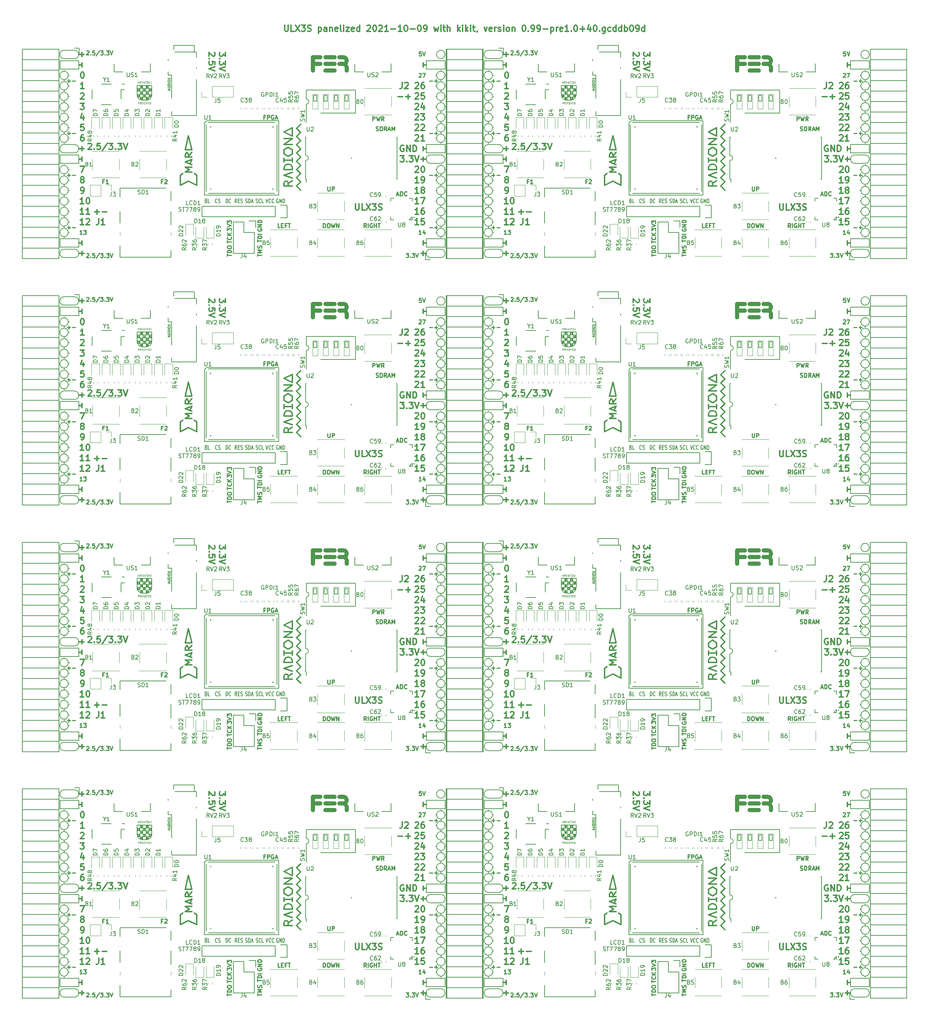
<source format=gbr>
G04 #@! TF.GenerationSoftware,KiCad,Pcbnew,5.99.0+really5.1.10+dfsg1-1+b1*
G04 #@! TF.CreationDate,2021-10-09T16:04:19+02:00*
G04 #@! TF.ProjectId,ulx3s-panel,756c7833-732d-4706-916e-656c2e6b6963,rev?*
G04 #@! TF.SameCoordinates,Original*
G04 #@! TF.FileFunction,Legend,Top*
G04 #@! TF.FilePolarity,Positive*
%FSLAX46Y46*%
G04 Gerber Fmt 4.6, Leading zero omitted, Abs format (unit mm)*
G04 Created by KiCad (PCBNEW 5.99.0+really5.1.10+dfsg1-1+b1) date 2021-10-09 16:04:19*
%MOMM*%
%LPD*%
G01*
G04 APERTURE LIST*
%ADD10C,0.300000*%
%ADD11C,0.250000*%
%ADD12C,0.200000*%
%ADD13C,0.120000*%
%ADD14C,0.150000*%
%ADD15C,1.000000*%
%ADD16C,0.152400*%
%ADD17C,0.075000*%
G04 APERTURE END LIST*
D10*
X-36288572Y93460429D02*
X-36288572Y92246143D01*
X-36217143Y92103286D01*
X-36145715Y92031858D01*
X-36002858Y91960429D01*
X-35717143Y91960429D01*
X-35574286Y92031858D01*
X-35502858Y92103286D01*
X-35431429Y92246143D01*
X-35431429Y93460429D01*
X-34002858Y91960429D02*
X-34717143Y91960429D01*
X-34717143Y93460429D01*
X-33645715Y93460429D02*
X-32645715Y91960429D01*
X-32645715Y93460429D02*
X-33645715Y91960429D01*
X-32217143Y93460429D02*
X-31288572Y93460429D01*
X-31788572Y92889000D01*
X-31574286Y92889000D01*
X-31431429Y92817572D01*
X-31360000Y92746143D01*
X-31288572Y92603286D01*
X-31288572Y92246143D01*
X-31360000Y92103286D01*
X-31431429Y92031858D01*
X-31574286Y91960429D01*
X-32002858Y91960429D01*
X-32145715Y92031858D01*
X-32217143Y92103286D01*
X-30717143Y92031858D02*
X-30502858Y91960429D01*
X-30145715Y91960429D01*
X-30002858Y92031858D01*
X-29931429Y92103286D01*
X-29860000Y92246143D01*
X-29860000Y92389000D01*
X-29931429Y92531858D01*
X-30002858Y92603286D01*
X-30145715Y92674715D01*
X-30431429Y92746143D01*
X-30574286Y92817572D01*
X-30645715Y92889000D01*
X-30717143Y93031858D01*
X-30717143Y93174715D01*
X-30645715Y93317572D01*
X-30574286Y93389000D01*
X-30431429Y93460429D01*
X-30074286Y93460429D01*
X-29860000Y93389000D01*
X-28074286Y92960429D02*
X-28074286Y91460429D01*
X-28074286Y92889000D02*
X-27931429Y92960429D01*
X-27645715Y92960429D01*
X-27502858Y92889000D01*
X-27431429Y92817572D01*
X-27360000Y92674715D01*
X-27360000Y92246143D01*
X-27431429Y92103286D01*
X-27502858Y92031858D01*
X-27645715Y91960429D01*
X-27931429Y91960429D01*
X-28074286Y92031858D01*
X-26074286Y91960429D02*
X-26074286Y92746143D01*
X-26145715Y92889000D01*
X-26288572Y92960429D01*
X-26574286Y92960429D01*
X-26717143Y92889000D01*
X-26074286Y92031858D02*
X-26217143Y91960429D01*
X-26574286Y91960429D01*
X-26717143Y92031858D01*
X-26788572Y92174715D01*
X-26788572Y92317572D01*
X-26717143Y92460429D01*
X-26574286Y92531858D01*
X-26217143Y92531858D01*
X-26074286Y92603286D01*
X-25360000Y92960429D02*
X-25360000Y91960429D01*
X-25360000Y92817572D02*
X-25288572Y92889000D01*
X-25145715Y92960429D01*
X-24931429Y92960429D01*
X-24788572Y92889000D01*
X-24717143Y92746143D01*
X-24717143Y91960429D01*
X-23431429Y92031858D02*
X-23574286Y91960429D01*
X-23860000Y91960429D01*
X-24002858Y92031858D01*
X-24074286Y92174715D01*
X-24074286Y92746143D01*
X-24002858Y92889000D01*
X-23860000Y92960429D01*
X-23574286Y92960429D01*
X-23431429Y92889000D01*
X-23360000Y92746143D01*
X-23360000Y92603286D01*
X-24074286Y92460429D01*
X-22502858Y91960429D02*
X-22645715Y92031858D01*
X-22717143Y92174715D01*
X-22717143Y93460429D01*
X-21931429Y91960429D02*
X-21931429Y92960429D01*
X-21931429Y93460429D02*
X-22002858Y93389000D01*
X-21931429Y93317572D01*
X-21860000Y93389000D01*
X-21931429Y93460429D01*
X-21931429Y93317572D01*
X-21360000Y92960429D02*
X-20574286Y92960429D01*
X-21360000Y91960429D01*
X-20574286Y91960429D01*
X-19431429Y92031858D02*
X-19574286Y91960429D01*
X-19860000Y91960429D01*
X-20002858Y92031858D01*
X-20074286Y92174715D01*
X-20074286Y92746143D01*
X-20002858Y92889000D01*
X-19860000Y92960429D01*
X-19574286Y92960429D01*
X-19431429Y92889000D01*
X-19360000Y92746143D01*
X-19360000Y92603286D01*
X-20074286Y92460429D01*
X-18074286Y91960429D02*
X-18074286Y93460429D01*
X-18074286Y92031858D02*
X-18217143Y91960429D01*
X-18502858Y91960429D01*
X-18645715Y92031858D01*
X-18717143Y92103286D01*
X-18788572Y92246143D01*
X-18788572Y92674715D01*
X-18717143Y92817572D01*
X-18645715Y92889000D01*
X-18502858Y92960429D01*
X-18217143Y92960429D01*
X-18074286Y92889000D01*
X-16288572Y93317572D02*
X-16217143Y93389000D01*
X-16074286Y93460429D01*
X-15717143Y93460429D01*
X-15574286Y93389000D01*
X-15502858Y93317572D01*
X-15431429Y93174715D01*
X-15431429Y93031858D01*
X-15502858Y92817572D01*
X-16360000Y91960429D01*
X-15431429Y91960429D01*
X-14502858Y93460429D02*
X-14360000Y93460429D01*
X-14217143Y93389000D01*
X-14145715Y93317572D01*
X-14074286Y93174715D01*
X-14002858Y92889000D01*
X-14002858Y92531858D01*
X-14074286Y92246143D01*
X-14145715Y92103286D01*
X-14217143Y92031858D01*
X-14360000Y91960429D01*
X-14502858Y91960429D01*
X-14645715Y92031858D01*
X-14717143Y92103286D01*
X-14788572Y92246143D01*
X-14860000Y92531858D01*
X-14860000Y92889000D01*
X-14788572Y93174715D01*
X-14717143Y93317572D01*
X-14645715Y93389000D01*
X-14502858Y93460429D01*
X-13431429Y93317572D02*
X-13360000Y93389000D01*
X-13217143Y93460429D01*
X-12860000Y93460429D01*
X-12717143Y93389000D01*
X-12645715Y93317572D01*
X-12574286Y93174715D01*
X-12574286Y93031858D01*
X-12645715Y92817572D01*
X-13502858Y91960429D01*
X-12574286Y91960429D01*
X-11145715Y91960429D02*
X-12002858Y91960429D01*
X-11574286Y91960429D02*
X-11574286Y93460429D01*
X-11717143Y93246143D01*
X-11860000Y93103286D01*
X-12002858Y93031858D01*
X-10502858Y92531858D02*
X-9360000Y92531858D01*
X-7860000Y91960429D02*
X-8717143Y91960429D01*
X-8288572Y91960429D02*
X-8288572Y93460429D01*
X-8431429Y93246143D01*
X-8574286Y93103286D01*
X-8717143Y93031858D01*
X-6931429Y93460429D02*
X-6788572Y93460429D01*
X-6645715Y93389000D01*
X-6574286Y93317572D01*
X-6502858Y93174715D01*
X-6431429Y92889000D01*
X-6431429Y92531858D01*
X-6502858Y92246143D01*
X-6574286Y92103286D01*
X-6645715Y92031858D01*
X-6788572Y91960429D01*
X-6931429Y91960429D01*
X-7074286Y92031858D01*
X-7145715Y92103286D01*
X-7217143Y92246143D01*
X-7288572Y92531858D01*
X-7288572Y92889000D01*
X-7217143Y93174715D01*
X-7145715Y93317572D01*
X-7074286Y93389000D01*
X-6931429Y93460429D01*
X-5788572Y92531858D02*
X-4645715Y92531858D01*
X-3645715Y93460429D02*
X-3502858Y93460429D01*
X-3360000Y93389000D01*
X-3288572Y93317572D01*
X-3217143Y93174715D01*
X-3145715Y92889000D01*
X-3145715Y92531858D01*
X-3217143Y92246143D01*
X-3288572Y92103286D01*
X-3360000Y92031858D01*
X-3502858Y91960429D01*
X-3645715Y91960429D01*
X-3788572Y92031858D01*
X-3860000Y92103286D01*
X-3931429Y92246143D01*
X-4002858Y92531858D01*
X-4002858Y92889000D01*
X-3931429Y93174715D01*
X-3860000Y93317572D01*
X-3788572Y93389000D01*
X-3645715Y93460429D01*
X-2431429Y91960429D02*
X-2145715Y91960429D01*
X-2002858Y92031858D01*
X-1931429Y92103286D01*
X-1788572Y92317572D01*
X-1717143Y92603286D01*
X-1717143Y93174715D01*
X-1788572Y93317572D01*
X-1860000Y93389000D01*
X-2002858Y93460429D01*
X-2288572Y93460429D01*
X-2431429Y93389000D01*
X-2502858Y93317572D01*
X-2574286Y93174715D01*
X-2574286Y92817572D01*
X-2502858Y92674715D01*
X-2431429Y92603286D01*
X-2288572Y92531858D01*
X-2002858Y92531858D01*
X-1860000Y92603286D01*
X-1788572Y92674715D01*
X-1717143Y92817572D01*
X-74286Y92960429D02*
X211428Y91960429D01*
X497142Y92674715D01*
X782857Y91960429D01*
X1068571Y92960429D01*
X1640000Y91960429D02*
X1640000Y92960429D01*
X1640000Y93460429D02*
X1568571Y93389000D01*
X1640000Y93317572D01*
X1711428Y93389000D01*
X1640000Y93460429D01*
X1640000Y93317572D01*
X2140000Y92960429D02*
X2711428Y92960429D01*
X2354285Y93460429D02*
X2354285Y92174715D01*
X2425714Y92031858D01*
X2568571Y91960429D01*
X2711428Y91960429D01*
X3211428Y91960429D02*
X3211428Y93460429D01*
X3854285Y91960429D02*
X3854285Y92746143D01*
X3782857Y92889000D01*
X3640000Y92960429D01*
X3425714Y92960429D01*
X3282857Y92889000D01*
X3211428Y92817572D01*
X5711428Y91960429D02*
X5711428Y93460429D01*
X5854285Y92531858D02*
X6282857Y91960429D01*
X6282857Y92960429D02*
X5711428Y92389000D01*
X6925714Y91960429D02*
X6925714Y92960429D01*
X6925714Y93460429D02*
X6854285Y93389000D01*
X6925714Y93317572D01*
X6997142Y93389000D01*
X6925714Y93460429D01*
X6925714Y93317572D01*
X7640000Y91960429D02*
X7640000Y93460429D01*
X7782857Y92531858D02*
X8211428Y91960429D01*
X8211428Y92960429D02*
X7640000Y92389000D01*
X8854285Y91960429D02*
X8854285Y92960429D01*
X8854285Y93460429D02*
X8782857Y93389000D01*
X8854285Y93317572D01*
X8925714Y93389000D01*
X8854285Y93460429D01*
X8854285Y93317572D01*
X9354285Y92960429D02*
X9925714Y92960429D01*
X9568571Y93460429D02*
X9568571Y92174715D01*
X9640000Y92031858D01*
X9782857Y91960429D01*
X9925714Y91960429D01*
X10497142Y92031858D02*
X10497142Y91960429D01*
X10425714Y91817572D01*
X10354285Y91746143D01*
X12140000Y92960429D02*
X12497142Y91960429D01*
X12854285Y92960429D01*
X13997142Y92031858D02*
X13854285Y91960429D01*
X13568571Y91960429D01*
X13425714Y92031858D01*
X13354285Y92174715D01*
X13354285Y92746143D01*
X13425714Y92889000D01*
X13568571Y92960429D01*
X13854285Y92960429D01*
X13997142Y92889000D01*
X14068571Y92746143D01*
X14068571Y92603286D01*
X13354285Y92460429D01*
X14711428Y91960429D02*
X14711428Y92960429D01*
X14711428Y92674715D02*
X14782857Y92817572D01*
X14854285Y92889000D01*
X14997142Y92960429D01*
X15140000Y92960429D01*
X15568571Y92031858D02*
X15711428Y91960429D01*
X15997142Y91960429D01*
X16140000Y92031858D01*
X16211428Y92174715D01*
X16211428Y92246143D01*
X16140000Y92389000D01*
X15997142Y92460429D01*
X15782857Y92460429D01*
X15640000Y92531858D01*
X15568571Y92674715D01*
X15568571Y92746143D01*
X15640000Y92889000D01*
X15782857Y92960429D01*
X15997142Y92960429D01*
X16140000Y92889000D01*
X16854285Y91960429D02*
X16854285Y92960429D01*
X16854285Y93460429D02*
X16782857Y93389000D01*
X16854285Y93317572D01*
X16925714Y93389000D01*
X16854285Y93460429D01*
X16854285Y93317572D01*
X17782857Y91960429D02*
X17640000Y92031858D01*
X17568571Y92103286D01*
X17497142Y92246143D01*
X17497142Y92674715D01*
X17568571Y92817572D01*
X17640000Y92889000D01*
X17782857Y92960429D01*
X17997142Y92960429D01*
X18140000Y92889000D01*
X18211428Y92817572D01*
X18282857Y92674715D01*
X18282857Y92246143D01*
X18211428Y92103286D01*
X18140000Y92031858D01*
X17997142Y91960429D01*
X17782857Y91960429D01*
X18925714Y92960429D02*
X18925714Y91960429D01*
X18925714Y92817572D02*
X18997142Y92889000D01*
X19140000Y92960429D01*
X19354285Y92960429D01*
X19497142Y92889000D01*
X19568571Y92746143D01*
X19568571Y91960429D01*
X21711428Y93460429D02*
X21854285Y93460429D01*
X21997142Y93389000D01*
X22068571Y93317572D01*
X22140000Y93174715D01*
X22211428Y92889000D01*
X22211428Y92531858D01*
X22140000Y92246143D01*
X22068571Y92103286D01*
X21997142Y92031858D01*
X21854285Y91960429D01*
X21711428Y91960429D01*
X21568571Y92031858D01*
X21497142Y92103286D01*
X21425714Y92246143D01*
X21354285Y92531858D01*
X21354285Y92889000D01*
X21425714Y93174715D01*
X21497142Y93317572D01*
X21568571Y93389000D01*
X21711428Y93460429D01*
X22854285Y92103286D02*
X22925714Y92031858D01*
X22854285Y91960429D01*
X22782857Y92031858D01*
X22854285Y92103286D01*
X22854285Y91960429D01*
X23640000Y91960429D02*
X23925714Y91960429D01*
X24068571Y92031858D01*
X24140000Y92103286D01*
X24282857Y92317572D01*
X24354285Y92603286D01*
X24354285Y93174715D01*
X24282857Y93317572D01*
X24211428Y93389000D01*
X24068571Y93460429D01*
X23782857Y93460429D01*
X23640000Y93389000D01*
X23568571Y93317572D01*
X23497142Y93174715D01*
X23497142Y92817572D01*
X23568571Y92674715D01*
X23640000Y92603286D01*
X23782857Y92531858D01*
X24068571Y92531858D01*
X24211428Y92603286D01*
X24282857Y92674715D01*
X24354285Y92817572D01*
X25068571Y91960429D02*
X25354285Y91960429D01*
X25497142Y92031858D01*
X25568571Y92103286D01*
X25711428Y92317572D01*
X25782857Y92603286D01*
X25782857Y93174715D01*
X25711428Y93317572D01*
X25640000Y93389000D01*
X25497142Y93460429D01*
X25211428Y93460429D01*
X25068571Y93389000D01*
X24997142Y93317572D01*
X24925714Y93174715D01*
X24925714Y92817572D01*
X24997142Y92674715D01*
X25068571Y92603286D01*
X25211428Y92531858D01*
X25497142Y92531858D01*
X25640000Y92603286D01*
X25711428Y92674715D01*
X25782857Y92817572D01*
X26425714Y92531858D02*
X27568571Y92531858D01*
X28282857Y92960429D02*
X28282857Y91460429D01*
X28282857Y92889000D02*
X28425714Y92960429D01*
X28711428Y92960429D01*
X28854285Y92889000D01*
X28925714Y92817572D01*
X28997142Y92674715D01*
X28997142Y92246143D01*
X28925714Y92103286D01*
X28854285Y92031858D01*
X28711428Y91960429D01*
X28425714Y91960429D01*
X28282857Y92031858D01*
X29640000Y91960429D02*
X29640000Y92960429D01*
X29640000Y92674715D02*
X29711428Y92817572D01*
X29782857Y92889000D01*
X29925714Y92960429D01*
X30068571Y92960429D01*
X31140000Y92031858D02*
X30997142Y91960429D01*
X30711428Y91960429D01*
X30568571Y92031858D01*
X30497142Y92174715D01*
X30497142Y92746143D01*
X30568571Y92889000D01*
X30711428Y92960429D01*
X30997142Y92960429D01*
X31140000Y92889000D01*
X31211428Y92746143D01*
X31211428Y92603286D01*
X30497142Y92460429D01*
X32640000Y91960429D02*
X31782857Y91960429D01*
X32211428Y91960429D02*
X32211428Y93460429D01*
X32068571Y93246143D01*
X31925714Y93103286D01*
X31782857Y93031858D01*
X33282857Y92103286D02*
X33354285Y92031858D01*
X33282857Y91960429D01*
X33211428Y92031858D01*
X33282857Y92103286D01*
X33282857Y91960429D01*
X34282857Y93460429D02*
X34425714Y93460429D01*
X34568571Y93389000D01*
X34640000Y93317572D01*
X34711428Y93174715D01*
X34782857Y92889000D01*
X34782857Y92531858D01*
X34711428Y92246143D01*
X34640000Y92103286D01*
X34568571Y92031858D01*
X34425714Y91960429D01*
X34282857Y91960429D01*
X34140000Y92031858D01*
X34068571Y92103286D01*
X33997142Y92246143D01*
X33925714Y92531858D01*
X33925714Y92889000D01*
X33997142Y93174715D01*
X34068571Y93317572D01*
X34140000Y93389000D01*
X34282857Y93460429D01*
X35425714Y92531858D02*
X36568571Y92531858D01*
X35997142Y91960429D02*
X35997142Y93103286D01*
X37925714Y92960429D02*
X37925714Y91960429D01*
X37568571Y93531858D02*
X37211428Y92460429D01*
X38140000Y92460429D01*
X38997142Y93460429D02*
X39140000Y93460429D01*
X39282857Y93389000D01*
X39354285Y93317572D01*
X39425714Y93174715D01*
X39497142Y92889000D01*
X39497142Y92531858D01*
X39425714Y92246143D01*
X39354285Y92103286D01*
X39282857Y92031858D01*
X39140000Y91960429D01*
X38997142Y91960429D01*
X38854285Y92031858D01*
X38782857Y92103286D01*
X38711428Y92246143D01*
X38640000Y92531858D01*
X38640000Y92889000D01*
X38711428Y93174715D01*
X38782857Y93317572D01*
X38854285Y93389000D01*
X38997142Y93460429D01*
X40140000Y92103286D02*
X40211428Y92031858D01*
X40140000Y91960429D01*
X40068571Y92031858D01*
X40140000Y92103286D01*
X40140000Y91960429D01*
X41497142Y92960429D02*
X41497142Y91746143D01*
X41425714Y91603286D01*
X41354285Y91531858D01*
X41211428Y91460429D01*
X40997142Y91460429D01*
X40854285Y91531858D01*
X41497142Y92031858D02*
X41354285Y91960429D01*
X41068571Y91960429D01*
X40925714Y92031858D01*
X40854285Y92103286D01*
X40782857Y92246143D01*
X40782857Y92674715D01*
X40854285Y92817572D01*
X40925714Y92889000D01*
X41068571Y92960429D01*
X41354285Y92960429D01*
X41497142Y92889000D01*
X42854285Y92031858D02*
X42711428Y91960429D01*
X42425714Y91960429D01*
X42282857Y92031858D01*
X42211428Y92103286D01*
X42140000Y92246143D01*
X42140000Y92674715D01*
X42211428Y92817572D01*
X42282857Y92889000D01*
X42425714Y92960429D01*
X42711428Y92960429D01*
X42854285Y92889000D01*
X44140000Y91960429D02*
X44140000Y93460429D01*
X44140000Y92031858D02*
X43997142Y91960429D01*
X43711428Y91960429D01*
X43568571Y92031858D01*
X43497142Y92103286D01*
X43425714Y92246143D01*
X43425714Y92674715D01*
X43497142Y92817572D01*
X43568571Y92889000D01*
X43711428Y92960429D01*
X43997142Y92960429D01*
X44140000Y92889000D01*
X45497142Y91960429D02*
X45497142Y93460429D01*
X45497142Y92031858D02*
X45354285Y91960429D01*
X45068571Y91960429D01*
X44925714Y92031858D01*
X44854285Y92103286D01*
X44782857Y92246143D01*
X44782857Y92674715D01*
X44854285Y92817572D01*
X44925714Y92889000D01*
X45068571Y92960429D01*
X45354285Y92960429D01*
X45497142Y92889000D01*
X46211428Y91960429D02*
X46211428Y93460429D01*
X46211428Y92889000D02*
X46354285Y92960429D01*
X46640000Y92960429D01*
X46782857Y92889000D01*
X46854285Y92817572D01*
X46925714Y92674715D01*
X46925714Y92246143D01*
X46854285Y92103286D01*
X46782857Y92031858D01*
X46640000Y91960429D01*
X46354285Y91960429D01*
X46211428Y92031858D01*
X47854285Y93460429D02*
X47997142Y93460429D01*
X48140000Y93389000D01*
X48211428Y93317572D01*
X48282857Y93174715D01*
X48354285Y92889000D01*
X48354285Y92531858D01*
X48282857Y92246143D01*
X48211428Y92103286D01*
X48140000Y92031858D01*
X47997142Y91960429D01*
X47854285Y91960429D01*
X47711428Y92031858D01*
X47640000Y92103286D01*
X47568571Y92246143D01*
X47497142Y92531858D01*
X47497142Y92889000D01*
X47568571Y93174715D01*
X47640000Y93317572D01*
X47711428Y93389000D01*
X47854285Y93460429D01*
X49068571Y91960429D02*
X49354285Y91960429D01*
X49497142Y92031858D01*
X49568571Y92103286D01*
X49711428Y92317572D01*
X49782857Y92603286D01*
X49782857Y93174715D01*
X49711428Y93317572D01*
X49640000Y93389000D01*
X49497142Y93460429D01*
X49211428Y93460429D01*
X49068571Y93389000D01*
X48997142Y93317572D01*
X48925714Y93174715D01*
X48925714Y92817572D01*
X48997142Y92674715D01*
X49068571Y92603286D01*
X49211428Y92531858D01*
X49497142Y92531858D01*
X49640000Y92603286D01*
X49711428Y92674715D01*
X49782857Y92817572D01*
X51068571Y91960429D02*
X51068571Y93460429D01*
X51068571Y92031858D02*
X50925714Y91960429D01*
X50640000Y91960429D01*
X50497142Y92031858D01*
X50425714Y92103286D01*
X50354285Y92246143D01*
X50354285Y92674715D01*
X50425714Y92817572D01*
X50497142Y92889000D01*
X50640000Y92960429D01*
X50925714Y92960429D01*
X51068571Y92889000D01*
D11*
X52759384Y-138785728D02*
X52759384Y-138214299D01*
X53759384Y-138500014D02*
X52759384Y-138500014D01*
X53664146Y-137309537D02*
X53711765Y-137357156D01*
X53759384Y-137500014D01*
X53759384Y-137595252D01*
X53711765Y-137738109D01*
X53616527Y-137833347D01*
X53521289Y-137880966D01*
X53330813Y-137928585D01*
X53187956Y-137928585D01*
X52997480Y-137880966D01*
X52902242Y-137833347D01*
X52807004Y-137738109D01*
X52759384Y-137595252D01*
X52759384Y-137500014D01*
X52807004Y-137357156D01*
X52854623Y-137309537D01*
X53759384Y-136880966D02*
X52759384Y-136880966D01*
X53759384Y-136309537D02*
X53187956Y-136738109D01*
X52759384Y-136309537D02*
X53330813Y-136880966D01*
X52759384Y-141984537D02*
X52759384Y-141413109D01*
X53759384Y-141698823D02*
X52759384Y-141698823D01*
X53759384Y-141079775D02*
X52759384Y-141079775D01*
X52759384Y-140841680D01*
X52807004Y-140698823D01*
X52902242Y-140603585D01*
X52997480Y-140555966D01*
X53187956Y-140508347D01*
X53330813Y-140508347D01*
X53521289Y-140555966D01*
X53616527Y-140603585D01*
X53711765Y-140698823D01*
X53759384Y-140841680D01*
X53759384Y-141079775D01*
X52759384Y-139889299D02*
X52759384Y-139698823D01*
X52807004Y-139603585D01*
X52902242Y-139508347D01*
X53092718Y-139460728D01*
X53426051Y-139460728D01*
X53616527Y-139508347D01*
X53711765Y-139603585D01*
X53759384Y-139698823D01*
X53759384Y-139889299D01*
X53711765Y-139984537D01*
X53616527Y-140079775D01*
X53426051Y-140127394D01*
X53092718Y-140127394D01*
X52902242Y-140079775D01*
X52807004Y-139984537D01*
X52759384Y-139889299D01*
X60170004Y-135321918D02*
X60122384Y-135417156D01*
X60122384Y-135560014D01*
X60170004Y-135702871D01*
X60265242Y-135798109D01*
X60360480Y-135845728D01*
X60550956Y-135893347D01*
X60693813Y-135893347D01*
X60884289Y-135845728D01*
X60979527Y-135798109D01*
X61074765Y-135702871D01*
X61122384Y-135560014D01*
X61122384Y-135464775D01*
X61074765Y-135321918D01*
X61027146Y-135274299D01*
X60693813Y-135274299D01*
X60693813Y-135464775D01*
X61122384Y-134845728D02*
X60122384Y-134845728D01*
X61122384Y-134274299D01*
X60122384Y-134274299D01*
X61122384Y-133798109D02*
X60122384Y-133798109D01*
X60122384Y-133560014D01*
X60170004Y-133417156D01*
X60265242Y-133321918D01*
X60360480Y-133274299D01*
X60550956Y-133226680D01*
X60693813Y-133226680D01*
X60884289Y-133274299D01*
X60979527Y-133321918D01*
X61074765Y-133417156D01*
X61122384Y-133560014D01*
X61122384Y-133798109D01*
X60125384Y-138523823D02*
X60125384Y-137952394D01*
X61125384Y-138238109D02*
X60125384Y-138238109D01*
X61125384Y-137619061D02*
X60125384Y-137619061D01*
X60125384Y-137380966D01*
X60173004Y-137238109D01*
X60268242Y-137142871D01*
X60363480Y-137095252D01*
X60553956Y-137047633D01*
X60696813Y-137047633D01*
X60887289Y-137095252D01*
X60982527Y-137142871D01*
X61077765Y-137238109D01*
X61125384Y-137380966D01*
X61125384Y-137619061D01*
X61125384Y-136619061D02*
X60125384Y-136619061D01*
X60125384Y-142008347D02*
X60125384Y-141436918D01*
X61125384Y-141722633D02*
X60125384Y-141722633D01*
X61125384Y-141103585D02*
X60125384Y-141103585D01*
X60839670Y-140770252D01*
X60125384Y-140436918D01*
X61125384Y-140436918D01*
X61077765Y-140008347D02*
X61125384Y-139865490D01*
X61125384Y-139627394D01*
X61077765Y-139532156D01*
X61030146Y-139484537D01*
X60934908Y-139436918D01*
X60839670Y-139436918D01*
X60744432Y-139484537D01*
X60696813Y-139532156D01*
X60649194Y-139627394D01*
X60601575Y-139817871D01*
X60553956Y-139913109D01*
X60506337Y-139960728D01*
X60411099Y-140008347D01*
X60315861Y-140008347D01*
X60220623Y-139960728D01*
X60173004Y-139913109D01*
X60125384Y-139817871D01*
X60125384Y-139579775D01*
X60173004Y-139436918D01*
X93851908Y-127016680D02*
X94328099Y-127016680D01*
X93756670Y-127302394D02*
X94090004Y-126302394D01*
X94423337Y-127302394D01*
X94756670Y-127302394D02*
X94756670Y-126302394D01*
X94994765Y-126302394D01*
X95137623Y-126350014D01*
X95232861Y-126445252D01*
X95280480Y-126540490D01*
X95328099Y-126730966D01*
X95328099Y-126873823D01*
X95280480Y-127064299D01*
X95232861Y-127159537D01*
X95137623Y-127254775D01*
X94994765Y-127302394D01*
X94756670Y-127302394D01*
X96328099Y-127207156D02*
X96280480Y-127254775D01*
X96137623Y-127302394D01*
X96042384Y-127302394D01*
X95899527Y-127254775D01*
X95804289Y-127159537D01*
X95756670Y-127064299D01*
X95709051Y-126873823D01*
X95709051Y-126730966D01*
X95756670Y-126540490D01*
X95804289Y-126445252D01*
X95899527Y-126350014D01*
X96042384Y-126302394D01*
X96137623Y-126302394D01*
X96280480Y-126350014D01*
X96328099Y-126397633D01*
X88852289Y-111488775D02*
X88995146Y-111536394D01*
X89233242Y-111536394D01*
X89328480Y-111488775D01*
X89376099Y-111441156D01*
X89423718Y-111345918D01*
X89423718Y-111250680D01*
X89376099Y-111155442D01*
X89328480Y-111107823D01*
X89233242Y-111060204D01*
X89042765Y-111012585D01*
X88947527Y-110964966D01*
X88899908Y-110917347D01*
X88852289Y-110822109D01*
X88852289Y-110726871D01*
X88899908Y-110631633D01*
X88947527Y-110584014D01*
X89042765Y-110536394D01*
X89280861Y-110536394D01*
X89423718Y-110584014D01*
X89852289Y-111536394D02*
X89852289Y-110536394D01*
X90090384Y-110536394D01*
X90233242Y-110584014D01*
X90328480Y-110679252D01*
X90376099Y-110774490D01*
X90423718Y-110964966D01*
X90423718Y-111107823D01*
X90376099Y-111298299D01*
X90328480Y-111393537D01*
X90233242Y-111488775D01*
X90090384Y-111536394D01*
X89852289Y-111536394D01*
X91423718Y-111536394D02*
X91090384Y-111060204D01*
X90852289Y-111536394D02*
X90852289Y-110536394D01*
X91233242Y-110536394D01*
X91328480Y-110584014D01*
X91376099Y-110631633D01*
X91423718Y-110726871D01*
X91423718Y-110869728D01*
X91376099Y-110964966D01*
X91328480Y-111012585D01*
X91233242Y-111060204D01*
X90852289Y-111060204D01*
X91804670Y-111250680D02*
X92280861Y-111250680D01*
X91709432Y-111536394D02*
X92042765Y-110536394D01*
X92376099Y-111536394D01*
X92709432Y-111536394D02*
X92709432Y-110536394D01*
X93042765Y-111250680D01*
X93376099Y-110536394D01*
X93376099Y-111536394D01*
X61927289Y-108236585D02*
X61593956Y-108236585D01*
X61593956Y-108760394D02*
X61593956Y-107760394D01*
X62070146Y-107760394D01*
X62451099Y-108760394D02*
X62451099Y-107760394D01*
X62832051Y-107760394D01*
X62927289Y-107808014D01*
X62974908Y-107855633D01*
X63022527Y-107950871D01*
X63022527Y-108093728D01*
X62974908Y-108188966D01*
X62927289Y-108236585D01*
X62832051Y-108284204D01*
X62451099Y-108284204D01*
X63974908Y-107808014D02*
X63879670Y-107760394D01*
X63736813Y-107760394D01*
X63593956Y-107808014D01*
X63498718Y-107903252D01*
X63451099Y-107998490D01*
X63403480Y-108188966D01*
X63403480Y-108331823D01*
X63451099Y-108522299D01*
X63498718Y-108617537D01*
X63593956Y-108712775D01*
X63736813Y-108760394D01*
X63832051Y-108760394D01*
X63974908Y-108712775D01*
X64022527Y-108665156D01*
X64022527Y-108331823D01*
X63832051Y-108331823D01*
X64403480Y-108474680D02*
X64879670Y-108474680D01*
X64308242Y-108760394D02*
X64641575Y-107760394D01*
X64974908Y-108760394D01*
D10*
X83895432Y-129312585D02*
X83895432Y-130526871D01*
X83966861Y-130669728D01*
X84038289Y-130741156D01*
X84181146Y-130812585D01*
X84466861Y-130812585D01*
X84609718Y-130741156D01*
X84681146Y-130669728D01*
X84752575Y-130526871D01*
X84752575Y-129312585D01*
X86181146Y-130812585D02*
X85466861Y-130812585D01*
X85466861Y-129312585D01*
X86538289Y-129312585D02*
X87538289Y-130812585D01*
X87538289Y-129312585D02*
X86538289Y-130812585D01*
X87966861Y-129312585D02*
X88895432Y-129312585D01*
X88395432Y-129884014D01*
X88609718Y-129884014D01*
X88752575Y-129955442D01*
X88824004Y-130026871D01*
X88895432Y-130169728D01*
X88895432Y-130526871D01*
X88824004Y-130669728D01*
X88752575Y-130741156D01*
X88609718Y-130812585D01*
X88181146Y-130812585D01*
X88038289Y-130741156D01*
X87966861Y-130669728D01*
X89466861Y-130741156D02*
X89681146Y-130812585D01*
X90038289Y-130812585D01*
X90181146Y-130741156D01*
X90252575Y-130669728D01*
X90324004Y-130526871D01*
X90324004Y-130384014D01*
X90252575Y-130241156D01*
X90181146Y-130169728D01*
X90038289Y-130098299D01*
X89752575Y-130026871D01*
X89609718Y-129955442D01*
X89538289Y-129884014D01*
X89466861Y-129741156D01*
X89466861Y-129598299D01*
X89538289Y-129455442D01*
X89609718Y-129384014D01*
X89752575Y-129312585D01*
X90109718Y-129312585D01*
X90324004Y-129384014D01*
X17533575Y-97308585D02*
X17676432Y-97308585D01*
X17819289Y-97380014D01*
X17890718Y-97451442D01*
X17962146Y-97594299D01*
X18033575Y-97880014D01*
X18033575Y-98237156D01*
X17962146Y-98522871D01*
X17890718Y-98665728D01*
X17819289Y-98737156D01*
X17676432Y-98808585D01*
X17533575Y-98808585D01*
X17390718Y-98737156D01*
X17319289Y-98665728D01*
X17247861Y-98522871D01*
X17176432Y-98237156D01*
X17176432Y-97880014D01*
X17247861Y-97594299D01*
X17319289Y-97451442D01*
X17390718Y-97380014D01*
X17533575Y-97308585D01*
X18033575Y-101348585D02*
X17176432Y-101348585D01*
X17605004Y-101348585D02*
X17605004Y-99848585D01*
X17462146Y-100062871D01*
X17319289Y-100205728D01*
X17176432Y-100277156D01*
X17176432Y-102531442D02*
X17247861Y-102460014D01*
X17390718Y-102388585D01*
X17747861Y-102388585D01*
X17890718Y-102460014D01*
X17962146Y-102531442D01*
X18033575Y-102674299D01*
X18033575Y-102817156D01*
X17962146Y-103031442D01*
X17105004Y-103888585D01*
X18033575Y-103888585D01*
X17890718Y-112548585D02*
X17605004Y-112548585D01*
X17462146Y-112620014D01*
X17390718Y-112691442D01*
X17247861Y-112905728D01*
X17176432Y-113191442D01*
X17176432Y-113762871D01*
X17247861Y-113905728D01*
X17319289Y-113977156D01*
X17462146Y-114048585D01*
X17747861Y-114048585D01*
X17890718Y-113977156D01*
X17962146Y-113905728D01*
X18033575Y-113762871D01*
X18033575Y-113405728D01*
X17962146Y-113262871D01*
X17890718Y-113191442D01*
X17747861Y-113120014D01*
X17462146Y-113120014D01*
X17319289Y-113191442D01*
X17247861Y-113262871D01*
X17176432Y-113405728D01*
X17462146Y-123351442D02*
X17319289Y-123280014D01*
X17247861Y-123208585D01*
X17176432Y-123065728D01*
X17176432Y-122994299D01*
X17247861Y-122851442D01*
X17319289Y-122780014D01*
X17462146Y-122708585D01*
X17747861Y-122708585D01*
X17890718Y-122780014D01*
X17962146Y-122851442D01*
X18033575Y-122994299D01*
X18033575Y-123065728D01*
X17962146Y-123208585D01*
X17890718Y-123280014D01*
X17747861Y-123351442D01*
X17462146Y-123351442D01*
X17319289Y-123422871D01*
X17247861Y-123494299D01*
X17176432Y-123637156D01*
X17176432Y-123922871D01*
X17247861Y-124065728D01*
X17319289Y-124137156D01*
X17462146Y-124208585D01*
X17747861Y-124208585D01*
X17890718Y-124137156D01*
X17962146Y-124065728D01*
X18033575Y-123922871D01*
X18033575Y-123637156D01*
X17962146Y-123494299D01*
X17890718Y-123422871D01*
X17747861Y-123351442D01*
X17319289Y-126748585D02*
X17605004Y-126748585D01*
X17747861Y-126677156D01*
X17819289Y-126605728D01*
X17962146Y-126391442D01*
X18033575Y-126105728D01*
X18033575Y-125534299D01*
X17962146Y-125391442D01*
X17890718Y-125320014D01*
X17747861Y-125248585D01*
X17462146Y-125248585D01*
X17319289Y-125320014D01*
X17247861Y-125391442D01*
X17176432Y-125534299D01*
X17176432Y-125891442D01*
X17247861Y-126034299D01*
X17319289Y-126105728D01*
X17462146Y-126177156D01*
X17747861Y-126177156D01*
X17890718Y-126105728D01*
X17962146Y-126034299D01*
X18033575Y-125891442D01*
X17954289Y-129288585D02*
X17097146Y-129288585D01*
X17525718Y-129288585D02*
X17525718Y-127788585D01*
X17382861Y-128002871D01*
X17240004Y-128145728D01*
X17097146Y-128217156D01*
X18882861Y-127788585D02*
X19025718Y-127788585D01*
X19168575Y-127860014D01*
X19240004Y-127931442D01*
X19311432Y-128074299D01*
X19382861Y-128360014D01*
X19382861Y-128717156D01*
X19311432Y-129002871D01*
X19240004Y-129145728D01*
X19168575Y-129217156D01*
X19025718Y-129288585D01*
X18882861Y-129288585D01*
X18740004Y-129217156D01*
X18668575Y-129145728D01*
X18597146Y-129002871D01*
X18525718Y-128717156D01*
X18525718Y-128360014D01*
X18597146Y-128074299D01*
X18668575Y-127931442D01*
X18740004Y-127860014D01*
X18882861Y-127788585D01*
X17954289Y-131828585D02*
X17097146Y-131828585D01*
X17525718Y-131828585D02*
X17525718Y-130328585D01*
X17382861Y-130542871D01*
X17240004Y-130685728D01*
X17097146Y-130757156D01*
X19382861Y-131828585D02*
X18525718Y-131828585D01*
X18954289Y-131828585D02*
X18954289Y-130328585D01*
X18811432Y-130542871D01*
X18668575Y-130685728D01*
X18525718Y-130757156D01*
X17954289Y-134368585D02*
X17097146Y-134368585D01*
X17525718Y-134368585D02*
X17525718Y-132868585D01*
X17382861Y-133082871D01*
X17240004Y-133225728D01*
X17097146Y-133297156D01*
X18525718Y-133011442D02*
X18597146Y-132940014D01*
X18740004Y-132868585D01*
X19097146Y-132868585D01*
X19240004Y-132940014D01*
X19311432Y-133011442D01*
X19382861Y-133154299D01*
X19382861Y-133297156D01*
X19311432Y-133511442D01*
X18454289Y-134368585D01*
X19382861Y-134368585D01*
D12*
X11890004Y-136230014D02*
X12144004Y-136230014D01*
X14176004Y-136230014D02*
X14430004Y-136230014D01*
X13160004Y-134706014D02*
X13160004Y-135214014D01*
X13160004Y-132166014D02*
X13160004Y-132674014D01*
X14176004Y-133690014D02*
X14430004Y-133690014D01*
X11890004Y-133690014D02*
X12144004Y-133690014D01*
X14176004Y-131150014D02*
X14430004Y-131150014D01*
X11890004Y-131150014D02*
X12144004Y-131150014D01*
X13160004Y-129626014D02*
X13160004Y-130134014D01*
X13160004Y-127086014D02*
X13160004Y-127594014D01*
X12144004Y-128610014D02*
X11890004Y-128610014D01*
X14176004Y-128610014D02*
X14430004Y-128610014D01*
X11890004Y-126070014D02*
X12144004Y-126070014D01*
X14176004Y-126070014D02*
X14430004Y-126070014D01*
X13160004Y-122514014D02*
X13160004Y-122006014D01*
X14176004Y-120990014D02*
X14430004Y-120990014D01*
X11890004Y-120990014D02*
X12144004Y-120990014D01*
X13160004Y-124546014D02*
X13160004Y-125054014D01*
X11890004Y-123530014D02*
X12144004Y-123530014D01*
X14176004Y-123530014D02*
X14430004Y-123530014D01*
X13160004Y-119720014D02*
X13160004Y-119974014D01*
X13160004Y-137246014D02*
X13160004Y-137500014D01*
X11890004Y-113370014D02*
X12144004Y-113370014D01*
X13160004Y-114386014D02*
X13160004Y-114640014D01*
X14176004Y-113370014D02*
X14430004Y-113370014D01*
X13160004Y-111846014D02*
X13160004Y-112354014D01*
X11890004Y-110830014D02*
X12144004Y-110830014D01*
X14176004Y-110830014D02*
X14430004Y-110830014D01*
X13160004Y-109814014D02*
X13160004Y-109306014D01*
X11890004Y-108290014D02*
X12144004Y-108290014D01*
X14176004Y-108290014D02*
X14430004Y-108290014D01*
X13160004Y-106766014D02*
X13160004Y-107274014D01*
X14176004Y-105750014D02*
X14430004Y-105750014D01*
X13160004Y-104226014D02*
X13160004Y-104734014D01*
X11890004Y-103210014D02*
X12144004Y-103210014D01*
X14176004Y-103210014D02*
X14430004Y-103210014D01*
X13160004Y-101686014D02*
X13160004Y-102194014D01*
X11890004Y-100670014D02*
X12144004Y-100670014D01*
X14176004Y-100670014D02*
X14430004Y-100670014D01*
X13160004Y-99146014D02*
X13160004Y-99654014D01*
X11890004Y-98130014D02*
X12144004Y-98130014D01*
X14176004Y-98130014D02*
X14430004Y-98130014D01*
X13160004Y-97114014D02*
X13160004Y-96860014D01*
X104600004Y-137246014D02*
X104600004Y-137500014D01*
X105616004Y-136230014D02*
X105870004Y-136230014D01*
X103330004Y-136230014D02*
X103584004Y-136230014D01*
X104600004Y-134706014D02*
X104600004Y-135214014D01*
X103330004Y-133690014D02*
X103584004Y-133690014D01*
X105616004Y-133690014D02*
X105870004Y-133690014D01*
X104600004Y-132674014D02*
X104600004Y-132166014D01*
X104600004Y-129626014D02*
X104600004Y-130134014D01*
X103330004Y-131150014D02*
X103584004Y-131150014D01*
X105616004Y-131150014D02*
X105870004Y-131150014D01*
X103330004Y-128610014D02*
X103584004Y-128610014D01*
X105616004Y-128610014D02*
X105870004Y-128610014D01*
X104600004Y-127594014D02*
X104600004Y-127086014D01*
X103330004Y-126070014D02*
X103584004Y-126070014D01*
X105616004Y-126070014D02*
X105870004Y-126070014D01*
X104600004Y-124546014D02*
X104600004Y-125054014D01*
X103330004Y-123530014D02*
X103584004Y-123530014D01*
X105616004Y-123530014D02*
X105870004Y-123530014D01*
X104600004Y-122006014D02*
X104600004Y-122514014D01*
X103330004Y-120990014D02*
X103584004Y-120990014D01*
X105616004Y-120990014D02*
X105870004Y-120990014D01*
X104600004Y-119720014D02*
X104600004Y-119974014D01*
X104600004Y-114386014D02*
X104600004Y-114640014D01*
X103330004Y-113370014D02*
X103584004Y-113370014D01*
X105616004Y-113370014D02*
X105870004Y-113370014D01*
X104600004Y-112354014D02*
X104600004Y-111846014D01*
X103330004Y-110830014D02*
X103584004Y-110830014D01*
X105616004Y-110830014D02*
X105870004Y-110830014D01*
X104600004Y-109814014D02*
X104600004Y-109306014D01*
X103330004Y-108290014D02*
X103584004Y-108290014D01*
X105616004Y-108290014D02*
X105870004Y-108290014D01*
X104600004Y-106766014D02*
X104600004Y-107274014D01*
X103330004Y-105750014D02*
X103584004Y-105750014D01*
X105616004Y-105750014D02*
X105870004Y-105750014D01*
X104600004Y-104226014D02*
X104600004Y-104734014D01*
X103330004Y-103210014D02*
X103584004Y-103210014D01*
X105616004Y-103210014D02*
X105870004Y-103210014D01*
X104600004Y-101686014D02*
X104600004Y-102194014D01*
X103330004Y-100670014D02*
X103584004Y-100670014D01*
X105616004Y-100670014D02*
X105870004Y-100670014D01*
X104600004Y-99654014D02*
X104600004Y-99146014D01*
X103330004Y-98130014D02*
X103584004Y-98130014D01*
X105616004Y-98130014D02*
X105870004Y-98130014D01*
X104600004Y-96860014D02*
X104600004Y-97114014D01*
D10*
X99234289Y-134368585D02*
X98377146Y-134368585D01*
X98805718Y-134368585D02*
X98805718Y-132868585D01*
X98662861Y-133082871D01*
X98520004Y-133225728D01*
X98377146Y-133297156D01*
X100591432Y-132868585D02*
X99877146Y-132868585D01*
X99805718Y-133582871D01*
X99877146Y-133511442D01*
X100020004Y-133440014D01*
X100377146Y-133440014D01*
X100520004Y-133511442D01*
X100591432Y-133582871D01*
X100662861Y-133725728D01*
X100662861Y-134082871D01*
X100591432Y-134225728D01*
X100520004Y-134297156D01*
X100377146Y-134368585D01*
X100020004Y-134368585D01*
X99877146Y-134297156D01*
X99805718Y-134225728D01*
X99234289Y-131828585D02*
X98377146Y-131828585D01*
X98805718Y-131828585D02*
X98805718Y-130328585D01*
X98662861Y-130542871D01*
X98520004Y-130685728D01*
X98377146Y-130757156D01*
X100520004Y-130328585D02*
X100234289Y-130328585D01*
X100091432Y-130400014D01*
X100020004Y-130471442D01*
X99877146Y-130685728D01*
X99805718Y-130971442D01*
X99805718Y-131542871D01*
X99877146Y-131685728D01*
X99948575Y-131757156D01*
X100091432Y-131828585D01*
X100377146Y-131828585D01*
X100520004Y-131757156D01*
X100591432Y-131685728D01*
X100662861Y-131542871D01*
X100662861Y-131185728D01*
X100591432Y-131042871D01*
X100520004Y-130971442D01*
X100377146Y-130900014D01*
X100091432Y-130900014D01*
X99948575Y-130971442D01*
X99877146Y-131042871D01*
X99805718Y-131185728D01*
X99234289Y-129288585D02*
X98377146Y-129288585D01*
X98805718Y-129288585D02*
X98805718Y-127788585D01*
X98662861Y-128002871D01*
X98520004Y-128145728D01*
X98377146Y-128217156D01*
X99734289Y-127788585D02*
X100734289Y-127788585D01*
X100091432Y-129288585D01*
X99234289Y-126748585D02*
X98377146Y-126748585D01*
X98805718Y-126748585D02*
X98805718Y-125248585D01*
X98662861Y-125462871D01*
X98520004Y-125605728D01*
X98377146Y-125677156D01*
X100091432Y-125891442D02*
X99948575Y-125820014D01*
X99877146Y-125748585D01*
X99805718Y-125605728D01*
X99805718Y-125534299D01*
X99877146Y-125391442D01*
X99948575Y-125320014D01*
X100091432Y-125248585D01*
X100377146Y-125248585D01*
X100520004Y-125320014D01*
X100591432Y-125391442D01*
X100662861Y-125534299D01*
X100662861Y-125605728D01*
X100591432Y-125748585D01*
X100520004Y-125820014D01*
X100377146Y-125891442D01*
X100091432Y-125891442D01*
X99948575Y-125962871D01*
X99877146Y-126034299D01*
X99805718Y-126177156D01*
X99805718Y-126462871D01*
X99877146Y-126605728D01*
X99948575Y-126677156D01*
X100091432Y-126748585D01*
X100377146Y-126748585D01*
X100520004Y-126677156D01*
X100591432Y-126605728D01*
X100662861Y-126462871D01*
X100662861Y-126177156D01*
X100591432Y-126034299D01*
X100520004Y-125962871D01*
X100377146Y-125891442D01*
X99234289Y-124208585D02*
X98377146Y-124208585D01*
X98805718Y-124208585D02*
X98805718Y-122708585D01*
X98662861Y-122922871D01*
X98520004Y-123065728D01*
X98377146Y-123137156D01*
X99948575Y-124208585D02*
X100234289Y-124208585D01*
X100377146Y-124137156D01*
X100448575Y-124065728D01*
X100591432Y-123851442D01*
X100662861Y-123565728D01*
X100662861Y-122994299D01*
X100591432Y-122851442D01*
X100520004Y-122780014D01*
X100377146Y-122708585D01*
X100091432Y-122708585D01*
X99948575Y-122780014D01*
X99877146Y-122851442D01*
X99805718Y-122994299D01*
X99805718Y-123351442D01*
X99877146Y-123494299D01*
X99948575Y-123565728D01*
X100091432Y-123637156D01*
X100377146Y-123637156D01*
X100520004Y-123565728D01*
X100591432Y-123494299D01*
X100662861Y-123351442D01*
X98377146Y-120311442D02*
X98448575Y-120240014D01*
X98591432Y-120168585D01*
X98948575Y-120168585D01*
X99091432Y-120240014D01*
X99162861Y-120311442D01*
X99234289Y-120454299D01*
X99234289Y-120597156D01*
X99162861Y-120811442D01*
X98305718Y-121668585D01*
X99234289Y-121668585D01*
X100162861Y-120168585D02*
X100305718Y-120168585D01*
X100448575Y-120240014D01*
X100520004Y-120311442D01*
X100591432Y-120454299D01*
X100662861Y-120740014D01*
X100662861Y-121097156D01*
X100591432Y-121382871D01*
X100520004Y-121525728D01*
X100448575Y-121597156D01*
X100305718Y-121668585D01*
X100162861Y-121668585D01*
X100020004Y-121597156D01*
X99948575Y-121525728D01*
X99877146Y-121382871D01*
X99805718Y-121097156D01*
X99805718Y-120740014D01*
X99877146Y-120454299D01*
X99948575Y-120311442D01*
X100020004Y-120240014D01*
X100162861Y-120168585D01*
X94765718Y-117628585D02*
X95694289Y-117628585D01*
X95194289Y-118200014D01*
X95408575Y-118200014D01*
X95551432Y-118271442D01*
X95622861Y-118342871D01*
X95694289Y-118485728D01*
X95694289Y-118842871D01*
X95622861Y-118985728D01*
X95551432Y-119057156D01*
X95408575Y-119128585D01*
X94980004Y-119128585D01*
X94837146Y-119057156D01*
X94765718Y-118985728D01*
X96337146Y-118985728D02*
X96408575Y-119057156D01*
X96337146Y-119128585D01*
X96265718Y-119057156D01*
X96337146Y-118985728D01*
X96337146Y-119128585D01*
X96908575Y-117628585D02*
X97837146Y-117628585D01*
X97337146Y-118200014D01*
X97551432Y-118200014D01*
X97694289Y-118271442D01*
X97765718Y-118342871D01*
X97837146Y-118485728D01*
X97837146Y-118842871D01*
X97765718Y-118985728D01*
X97694289Y-119057156D01*
X97551432Y-119128585D01*
X97122861Y-119128585D01*
X96980004Y-119057156D01*
X96908575Y-118985728D01*
X98265718Y-117628585D02*
X98765718Y-119128585D01*
X99265718Y-117628585D01*
X98377146Y-112691442D02*
X98448575Y-112620014D01*
X98591432Y-112548585D01*
X98948575Y-112548585D01*
X99091432Y-112620014D01*
X99162861Y-112691442D01*
X99234289Y-112834299D01*
X99234289Y-112977156D01*
X99162861Y-113191442D01*
X98305718Y-114048585D01*
X99234289Y-114048585D01*
X100662861Y-114048585D02*
X99805718Y-114048585D01*
X100234289Y-114048585D02*
X100234289Y-112548585D01*
X100091432Y-112762871D01*
X99948575Y-112905728D01*
X99805718Y-112977156D01*
X98377146Y-110151442D02*
X98448575Y-110080014D01*
X98591432Y-110008585D01*
X98948575Y-110008585D01*
X99091432Y-110080014D01*
X99162861Y-110151442D01*
X99234289Y-110294299D01*
X99234289Y-110437156D01*
X99162861Y-110651442D01*
X98305718Y-111508585D01*
X99234289Y-111508585D01*
X99805718Y-110151442D02*
X99877146Y-110080014D01*
X100020004Y-110008585D01*
X100377146Y-110008585D01*
X100520004Y-110080014D01*
X100591432Y-110151442D01*
X100662861Y-110294299D01*
X100662861Y-110437156D01*
X100591432Y-110651442D01*
X99734289Y-111508585D01*
X100662861Y-111508585D01*
X98377146Y-107611442D02*
X98448575Y-107540014D01*
X98591432Y-107468585D01*
X98948575Y-107468585D01*
X99091432Y-107540014D01*
X99162861Y-107611442D01*
X99234289Y-107754299D01*
X99234289Y-107897156D01*
X99162861Y-108111442D01*
X98305718Y-108968585D01*
X99234289Y-108968585D01*
X99734289Y-107468585D02*
X100662861Y-107468585D01*
X100162861Y-108040014D01*
X100377146Y-108040014D01*
X100520004Y-108111442D01*
X100591432Y-108182871D01*
X100662861Y-108325728D01*
X100662861Y-108682871D01*
X100591432Y-108825728D01*
X100520004Y-108897156D01*
X100377146Y-108968585D01*
X99948575Y-108968585D01*
X99805718Y-108897156D01*
X99734289Y-108825728D01*
X98377146Y-105071442D02*
X98448575Y-105000014D01*
X98591432Y-104928585D01*
X98948575Y-104928585D01*
X99091432Y-105000014D01*
X99162861Y-105071442D01*
X99234289Y-105214299D01*
X99234289Y-105357156D01*
X99162861Y-105571442D01*
X98305718Y-106428585D01*
X99234289Y-106428585D01*
X100520004Y-105428585D02*
X100520004Y-106428585D01*
X100162861Y-104857156D02*
X99805718Y-105928585D01*
X100734289Y-105928585D01*
X98377146Y-102531442D02*
X98448575Y-102460014D01*
X98591432Y-102388585D01*
X98948575Y-102388585D01*
X99091432Y-102460014D01*
X99162861Y-102531442D01*
X99234289Y-102674299D01*
X99234289Y-102817156D01*
X99162861Y-103031442D01*
X98305718Y-103888585D01*
X99234289Y-103888585D01*
X100591432Y-102388585D02*
X99877146Y-102388585D01*
X99805718Y-103102871D01*
X99877146Y-103031442D01*
X100020004Y-102960014D01*
X100377146Y-102960014D01*
X100520004Y-103031442D01*
X100591432Y-103102871D01*
X100662861Y-103245728D01*
X100662861Y-103602871D01*
X100591432Y-103745728D01*
X100520004Y-103817156D01*
X100377146Y-103888585D01*
X100020004Y-103888585D01*
X99877146Y-103817156D01*
X99805718Y-103745728D01*
X98377146Y-99991442D02*
X98448575Y-99920014D01*
X98591432Y-99848585D01*
X98948575Y-99848585D01*
X99091432Y-99920014D01*
X99162861Y-99991442D01*
X99234289Y-100134299D01*
X99234289Y-100277156D01*
X99162861Y-100491442D01*
X98305718Y-101348585D01*
X99234289Y-101348585D01*
X100520004Y-99848585D02*
X100234289Y-99848585D01*
X100091432Y-99920014D01*
X100020004Y-99991442D01*
X99877146Y-100205728D01*
X99805718Y-100491442D01*
X99805718Y-101062871D01*
X99877146Y-101205728D01*
X99948575Y-101277156D01*
X100091432Y-101348585D01*
X100377146Y-101348585D01*
X100520004Y-101277156D01*
X100591432Y-101205728D01*
X100662861Y-101062871D01*
X100662861Y-100705728D01*
X100591432Y-100562871D01*
X100520004Y-100491442D01*
X100377146Y-100420014D01*
X100091432Y-100420014D01*
X99948575Y-100491442D01*
X99877146Y-100562871D01*
X99805718Y-100705728D01*
D11*
X99837527Y-92375394D02*
X99361337Y-92375394D01*
X99313718Y-92851585D01*
X99361337Y-92803966D01*
X99456575Y-92756347D01*
X99694670Y-92756347D01*
X99789908Y-92803966D01*
X99837527Y-92851585D01*
X99885146Y-92946823D01*
X99885146Y-93184918D01*
X99837527Y-93280156D01*
X99789908Y-93327775D01*
X99694670Y-93375394D01*
X99456575Y-93375394D01*
X99361337Y-93327775D01*
X99313718Y-93280156D01*
X100170861Y-92375394D02*
X100504194Y-93375394D01*
X100837527Y-92375394D01*
X18607980Y-141383633D02*
X18655599Y-141336014D01*
X18750837Y-141288394D01*
X18988932Y-141288394D01*
X19084170Y-141336014D01*
X19131789Y-141383633D01*
X19179408Y-141478871D01*
X19179408Y-141574109D01*
X19131789Y-141716966D01*
X18560361Y-142288394D01*
X19179408Y-142288394D01*
X19607980Y-142193156D02*
X19655599Y-142240775D01*
X19607980Y-142288394D01*
X19560361Y-142240775D01*
X19607980Y-142193156D01*
X19607980Y-142288394D01*
X20560361Y-141288394D02*
X20084170Y-141288394D01*
X20036551Y-141764585D01*
X20084170Y-141716966D01*
X20179408Y-141669347D01*
X20417504Y-141669347D01*
X20512742Y-141716966D01*
X20560361Y-141764585D01*
X20607980Y-141859823D01*
X20607980Y-142097918D01*
X20560361Y-142193156D01*
X20512742Y-142240775D01*
X20417504Y-142288394D01*
X20179408Y-142288394D01*
X20084170Y-142240775D01*
X20036551Y-142193156D01*
X21750837Y-141240775D02*
X20893694Y-142526490D01*
X21988932Y-141288394D02*
X22607980Y-141288394D01*
X22274646Y-141669347D01*
X22417504Y-141669347D01*
X22512742Y-141716966D01*
X22560361Y-141764585D01*
X22607980Y-141859823D01*
X22607980Y-142097918D01*
X22560361Y-142193156D01*
X22512742Y-142240775D01*
X22417504Y-142288394D01*
X22131789Y-142288394D01*
X22036551Y-142240775D01*
X21988932Y-142193156D01*
X23036551Y-142193156D02*
X23084170Y-142240775D01*
X23036551Y-142288394D01*
X22988932Y-142240775D01*
X23036551Y-142193156D01*
X23036551Y-142288394D01*
X23417504Y-141288394D02*
X24036551Y-141288394D01*
X23703218Y-141669347D01*
X23846075Y-141669347D01*
X23941313Y-141716966D01*
X23988932Y-141764585D01*
X24036551Y-141859823D01*
X24036551Y-142097918D01*
X23988932Y-142193156D01*
X23941313Y-142240775D01*
X23846075Y-142288394D01*
X23560361Y-142288394D01*
X23465123Y-142240775D01*
X23417504Y-142193156D01*
X24322265Y-141288394D02*
X24655599Y-142288394D01*
X24988932Y-141288394D01*
D10*
X18989718Y-114741442D02*
X19061146Y-114670014D01*
X19204004Y-114598585D01*
X19561146Y-114598585D01*
X19704004Y-114670014D01*
X19775432Y-114741442D01*
X19846861Y-114884299D01*
X19846861Y-115027156D01*
X19775432Y-115241442D01*
X18918289Y-116098585D01*
X19846861Y-116098585D01*
X20489718Y-115955728D02*
X20561146Y-116027156D01*
X20489718Y-116098585D01*
X20418289Y-116027156D01*
X20489718Y-115955728D01*
X20489718Y-116098585D01*
X21918289Y-114598585D02*
X21204004Y-114598585D01*
X21132575Y-115312871D01*
X21204004Y-115241442D01*
X21346861Y-115170014D01*
X21704004Y-115170014D01*
X21846861Y-115241442D01*
X21918289Y-115312871D01*
X21989718Y-115455728D01*
X21989718Y-115812871D01*
X21918289Y-115955728D01*
X21846861Y-116027156D01*
X21704004Y-116098585D01*
X21346861Y-116098585D01*
X21204004Y-116027156D01*
X21132575Y-115955728D01*
X23704004Y-114527156D02*
X22418289Y-116455728D01*
X24061146Y-114598585D02*
X24989718Y-114598585D01*
X24489718Y-115170014D01*
X24704004Y-115170014D01*
X24846861Y-115241442D01*
X24918289Y-115312871D01*
X24989718Y-115455728D01*
X24989718Y-115812871D01*
X24918289Y-115955728D01*
X24846861Y-116027156D01*
X24704004Y-116098585D01*
X24275432Y-116098585D01*
X24132575Y-116027156D01*
X24061146Y-115955728D01*
X25632575Y-115955728D02*
X25704004Y-116027156D01*
X25632575Y-116098585D01*
X25561146Y-116027156D01*
X25632575Y-115955728D01*
X25632575Y-116098585D01*
X26204004Y-114598585D02*
X27132575Y-114598585D01*
X26632575Y-115170014D01*
X26846861Y-115170014D01*
X26989718Y-115241442D01*
X27061146Y-115312871D01*
X27132575Y-115455728D01*
X27132575Y-115812871D01*
X27061146Y-115955728D01*
X26989718Y-116027156D01*
X26846861Y-116098585D01*
X26418289Y-116098585D01*
X26275432Y-116027156D01*
X26204004Y-115955728D01*
X27561146Y-114598585D02*
X28061146Y-116098585D01*
X28561146Y-114598585D01*
D11*
X96150265Y-141270394D02*
X96769313Y-141270394D01*
X96435980Y-141651347D01*
X96578837Y-141651347D01*
X96674075Y-141698966D01*
X96721694Y-141746585D01*
X96769313Y-141841823D01*
X96769313Y-142079918D01*
X96721694Y-142175156D01*
X96674075Y-142222775D01*
X96578837Y-142270394D01*
X96293123Y-142270394D01*
X96197884Y-142222775D01*
X96150265Y-142175156D01*
X97197884Y-142175156D02*
X97245504Y-142222775D01*
X97197884Y-142270394D01*
X97150265Y-142222775D01*
X97197884Y-142175156D01*
X97197884Y-142270394D01*
X97578837Y-141270394D02*
X98197884Y-141270394D01*
X97864551Y-141651347D01*
X98007408Y-141651347D01*
X98102646Y-141698966D01*
X98150265Y-141746585D01*
X98197884Y-141841823D01*
X98197884Y-142079918D01*
X98150265Y-142175156D01*
X98102646Y-142222775D01*
X98007408Y-142270394D01*
X97721694Y-142270394D01*
X97626456Y-142222775D01*
X97578837Y-142175156D01*
X98483599Y-141270394D02*
X98816932Y-142270394D01*
X99150265Y-141270394D01*
X18607980Y-92234633D02*
X18655599Y-92187014D01*
X18750837Y-92139394D01*
X18988932Y-92139394D01*
X19084170Y-92187014D01*
X19131789Y-92234633D01*
X19179408Y-92329871D01*
X19179408Y-92425109D01*
X19131789Y-92567966D01*
X18560361Y-93139394D01*
X19179408Y-93139394D01*
X19607980Y-93044156D02*
X19655599Y-93091775D01*
X19607980Y-93139394D01*
X19560361Y-93091775D01*
X19607980Y-93044156D01*
X19607980Y-93139394D01*
X20560361Y-92139394D02*
X20084170Y-92139394D01*
X20036551Y-92615585D01*
X20084170Y-92567966D01*
X20179408Y-92520347D01*
X20417504Y-92520347D01*
X20512742Y-92567966D01*
X20560361Y-92615585D01*
X20607980Y-92710823D01*
X20607980Y-92948918D01*
X20560361Y-93044156D01*
X20512742Y-93091775D01*
X20417504Y-93139394D01*
X20179408Y-93139394D01*
X20084170Y-93091775D01*
X20036551Y-93044156D01*
X21750837Y-92091775D02*
X20893694Y-93377490D01*
X21988932Y-92139394D02*
X22607980Y-92139394D01*
X22274646Y-92520347D01*
X22417504Y-92520347D01*
X22512742Y-92567966D01*
X22560361Y-92615585D01*
X22607980Y-92710823D01*
X22607980Y-92948918D01*
X22560361Y-93044156D01*
X22512742Y-93091775D01*
X22417504Y-93139394D01*
X22131789Y-93139394D01*
X22036551Y-93091775D01*
X21988932Y-93044156D01*
X23036551Y-93044156D02*
X23084170Y-93091775D01*
X23036551Y-93139394D01*
X22988932Y-93091775D01*
X23036551Y-93044156D01*
X23036551Y-93139394D01*
X23417504Y-92139394D02*
X24036551Y-92139394D01*
X23703218Y-92520347D01*
X23846075Y-92520347D01*
X23941313Y-92567966D01*
X23988932Y-92615585D01*
X24036551Y-92710823D01*
X24036551Y-92948918D01*
X23988932Y-93044156D01*
X23941313Y-93091775D01*
X23846075Y-93139394D01*
X23560361Y-93139394D01*
X23465123Y-93091775D01*
X23417504Y-93044156D01*
X24322265Y-92139394D02*
X24655599Y-93139394D01*
X24988932Y-92139394D01*
D10*
X16716004Y-95590014D02*
X17478004Y-95590014D01*
X17478004Y-95082014D02*
X17478004Y-96098014D01*
X16716004Y-118450014D02*
X17478004Y-118450014D01*
X17478004Y-117942014D02*
X17478004Y-118958014D01*
X17105004Y-120168585D02*
X18105004Y-120168585D01*
X17462146Y-121668585D01*
D11*
X17541527Y-136682394D02*
X16970099Y-136682394D01*
X17255813Y-136682394D02*
X17255813Y-135682394D01*
X17160575Y-135825252D01*
X17065337Y-135920490D01*
X16970099Y-135968109D01*
X17874861Y-135682394D02*
X18493908Y-135682394D01*
X18160575Y-136063347D01*
X18303432Y-136063347D01*
X18398670Y-136110966D01*
X18446289Y-136158585D01*
X18493908Y-136253823D01*
X18493908Y-136491918D01*
X18446289Y-136587156D01*
X18398670Y-136634775D01*
X18303432Y-136682394D01*
X18017718Y-136682394D01*
X17922480Y-136634775D01*
X17874861Y-136587156D01*
D10*
X17962146Y-110008585D02*
X17247861Y-110008585D01*
X17176432Y-110722871D01*
X17247861Y-110651442D01*
X17390718Y-110580014D01*
X17747861Y-110580014D01*
X17890718Y-110651442D01*
X17962146Y-110722871D01*
X18033575Y-110865728D01*
X18033575Y-111222871D01*
X17962146Y-111365728D01*
X17890718Y-111437156D01*
X17747861Y-111508585D01*
X17390718Y-111508585D01*
X17247861Y-111437156D01*
X17176432Y-111365728D01*
X17890718Y-107968585D02*
X17890718Y-108968585D01*
X17533575Y-107397156D02*
X17176432Y-108468585D01*
X18105004Y-108468585D01*
X17105004Y-104928585D02*
X18033575Y-104928585D01*
X17533575Y-105500014D01*
X17747861Y-105500014D01*
X17890718Y-105571442D01*
X17962146Y-105642871D01*
X18033575Y-105785728D01*
X18033575Y-106142871D01*
X17962146Y-106285728D01*
X17890718Y-106357156D01*
X17747861Y-106428585D01*
X17319289Y-106428585D01*
X17176432Y-106357156D01*
X17105004Y-106285728D01*
X16716004Y-138770014D02*
X17478004Y-138770014D01*
X17478004Y-138262014D02*
X17478004Y-139278014D01*
X100282004Y-95590014D02*
X101044004Y-95590014D01*
X100282004Y-95082014D02*
X100282004Y-96098014D01*
D11*
X99266099Y-97677633D02*
X99313718Y-97630014D01*
X99408956Y-97582394D01*
X99647051Y-97582394D01*
X99742289Y-97630014D01*
X99789908Y-97677633D01*
X99837527Y-97772871D01*
X99837527Y-97868109D01*
X99789908Y-98010966D01*
X99218480Y-98582394D01*
X99837527Y-98582394D01*
X100170861Y-97582394D02*
X100837527Y-97582394D01*
X100408956Y-98582394D01*
X99837527Y-136682394D02*
X99266099Y-136682394D01*
X99551813Y-136682394D02*
X99551813Y-135682394D01*
X99456575Y-135825252D01*
X99361337Y-135920490D01*
X99266099Y-135968109D01*
X100694670Y-136015728D02*
X100694670Y-136682394D01*
X100456575Y-135634775D02*
X100218480Y-136349061D01*
X100837527Y-136349061D01*
D10*
X100282004Y-138770014D02*
X101044004Y-138770014D01*
X100282004Y-138262014D02*
X100282004Y-139278014D01*
X101044004Y-115910014D02*
X100282004Y-115910014D01*
X100282004Y-116418014D02*
X100282004Y-115402014D01*
X95583146Y-115160014D02*
X95440289Y-115088585D01*
X95226004Y-115088585D01*
X95011718Y-115160014D01*
X94868861Y-115302871D01*
X94797432Y-115445728D01*
X94726004Y-115731442D01*
X94726004Y-115945728D01*
X94797432Y-116231442D01*
X94868861Y-116374299D01*
X95011718Y-116517156D01*
X95226004Y-116588585D01*
X95368861Y-116588585D01*
X95583146Y-116517156D01*
X95654575Y-116445728D01*
X95654575Y-115945728D01*
X95368861Y-115945728D01*
X96297432Y-116588585D02*
X96297432Y-115088585D01*
X97154575Y-116588585D01*
X97154575Y-115088585D01*
X97868861Y-116588585D02*
X97868861Y-115088585D01*
X98226004Y-115088585D01*
X98440289Y-115160014D01*
X98583146Y-115302871D01*
X98654575Y-115445728D01*
X98726004Y-115731442D01*
X98726004Y-115945728D01*
X98654575Y-116231442D01*
X98583146Y-116374299D01*
X98440289Y-116517156D01*
X98226004Y-116588585D01*
X97868861Y-116588585D01*
D12*
X14176004Y-98130014D02*
G75*
G03*
X14176004Y-98130014I-1016000J0D01*
G01*
X14176004Y-100670014D02*
G75*
G03*
X14176004Y-100670014I-1016000J0D01*
G01*
X14176004Y-103210014D02*
G75*
G03*
X14176004Y-103210014I-1016000J0D01*
G01*
X14176004Y-105750014D02*
G75*
G03*
X14176004Y-105750014I-1016000J0D01*
G01*
X14176004Y-108290014D02*
G75*
G03*
X14176004Y-108290014I-1016000J0D01*
G01*
X14176004Y-110830014D02*
G75*
G03*
X14176004Y-110830014I-1016000J0D01*
G01*
X14176004Y-113370014D02*
G75*
G03*
X14176004Y-113370014I-1016000J0D01*
G01*
X14176004Y-120990014D02*
G75*
G03*
X14176004Y-120990014I-1016000J0D01*
G01*
X14176004Y-123530014D02*
G75*
G03*
X14176004Y-123530014I-1016000J0D01*
G01*
X14176004Y-126070014D02*
G75*
G03*
X14176004Y-126070014I-1016000J0D01*
G01*
X14176004Y-128610014D02*
G75*
G03*
X14176004Y-128610014I-1016000J0D01*
G01*
X14176004Y-131150014D02*
G75*
G03*
X14176004Y-131150014I-1016000J0D01*
G01*
X14176004Y-133690014D02*
G75*
G03*
X14176004Y-133690014I-1016000J0D01*
G01*
X14176004Y-136230014D02*
G75*
G03*
X14176004Y-136230014I-1016000J0D01*
G01*
X105616004Y-136230014D02*
G75*
G03*
X105616004Y-136230014I-1016000J0D01*
G01*
X105616004Y-133690014D02*
G75*
G03*
X105616004Y-133690014I-1016000J0D01*
G01*
X105616004Y-131150014D02*
G75*
G03*
X105616004Y-131150014I-1016000J0D01*
G01*
X105616004Y-128610014D02*
G75*
G03*
X105616004Y-128610014I-1016000J0D01*
G01*
X105616004Y-126070014D02*
G75*
G03*
X105616004Y-126070014I-1016000J0D01*
G01*
X105616004Y-123530014D02*
G75*
G03*
X105616004Y-123530014I-1016000J0D01*
G01*
X105616004Y-120990014D02*
G75*
G03*
X105616004Y-120990014I-1016000J0D01*
G01*
X105616004Y-113370014D02*
G75*
G03*
X105616004Y-113370014I-1016000J0D01*
G01*
X105616004Y-110830014D02*
G75*
G03*
X105616004Y-110830014I-1016000J0D01*
G01*
X105616004Y-108290014D02*
G75*
G03*
X105616004Y-108290014I-1016000J0D01*
G01*
X105616004Y-105750014D02*
G75*
G03*
X105616004Y-105750014I-1016000J0D01*
G01*
X105616004Y-103210014D02*
G75*
G03*
X105616004Y-103210014I-1016000J0D01*
G01*
X105616004Y-100670014D02*
G75*
G03*
X105616004Y-100670014I-1016000J0D01*
G01*
X105616004Y-98130014D02*
G75*
G03*
X105616004Y-98130014I-1016000J0D01*
G01*
D10*
X94210004Y-103317156D02*
X95352861Y-103317156D01*
X96067146Y-103317156D02*
X97210004Y-103317156D01*
X96638575Y-103888585D02*
X96638575Y-102745728D01*
D11*
X101822004Y-99471442D02*
X102583908Y-99471442D01*
X103060099Y-99471442D02*
X103822004Y-99471442D01*
X103441051Y-99852394D02*
X103441051Y-99090490D01*
X101822004Y-112171442D02*
X102583908Y-112171442D01*
X103060099Y-112171442D02*
X103822004Y-112171442D01*
X103441051Y-112552394D02*
X103441051Y-111790490D01*
X101822004Y-122331442D02*
X102583908Y-122331442D01*
X103060099Y-122331442D02*
X103822004Y-122331442D01*
X103441051Y-122712394D02*
X103441051Y-121950490D01*
X101822004Y-135031442D02*
X102583908Y-135031442D01*
X103060099Y-135031442D02*
X103822004Y-135031442D01*
X103441051Y-135412394D02*
X103441051Y-134650490D01*
X13938004Y-135031442D02*
X14699908Y-135031442D01*
X14318956Y-135412394D02*
X14318956Y-134650490D01*
X15176099Y-135031442D02*
X15938004Y-135031442D01*
X13938004Y-122331442D02*
X14699908Y-122331442D01*
X14318956Y-122712394D02*
X14318956Y-121950490D01*
X15176099Y-122331442D02*
X15938004Y-122331442D01*
X13938004Y-112171442D02*
X14699908Y-112171442D01*
X14318956Y-112552394D02*
X14318956Y-111790490D01*
X15176099Y-112171442D02*
X15938004Y-112171442D01*
X13938004Y-99471442D02*
X14699908Y-99471442D01*
X14318956Y-99852394D02*
X14318956Y-99090490D01*
X15176099Y-99471442D02*
X15938004Y-99471442D01*
D12*
X105616004Y-114894014D02*
X105616004Y-116926014D01*
X105616004Y-116926014D02*
X101044004Y-116926014D01*
X101044004Y-116926014D02*
X101044004Y-114894014D01*
X101044004Y-114894014D02*
X105616004Y-114894014D01*
X105616004Y-96606014D02*
X105616004Y-94574014D01*
X105616004Y-94574014D02*
X101044004Y-94574014D01*
X101044004Y-94574014D02*
X101044004Y-96606014D01*
X101044004Y-96606014D02*
X105616004Y-96606014D01*
X101044004Y-137754014D02*
X105616004Y-137754014D01*
X105616004Y-137754014D02*
X105616004Y-139786014D01*
X101044004Y-137754014D02*
X101044004Y-139786014D01*
X101044004Y-139786014D02*
X105616004Y-139786014D01*
X16716004Y-139786014D02*
X16716004Y-137754014D01*
X16716004Y-137754014D02*
X12144004Y-137754014D01*
X12144004Y-137754014D02*
X12144004Y-139786014D01*
X12144004Y-139786014D02*
X16716004Y-139786014D01*
X16716004Y-117434014D02*
X16716004Y-119466014D01*
X16716004Y-119466014D02*
X12144004Y-119466014D01*
X12144004Y-119466014D02*
X12144004Y-117434014D01*
X12144004Y-117434014D02*
X16716004Y-117434014D01*
X12144004Y-94574014D02*
X16716004Y-94574014D01*
X16716004Y-94574014D02*
X16716004Y-96606014D01*
X16716004Y-96606014D02*
X12144004Y-96606014D01*
X12144004Y-96606014D02*
X12144004Y-94574014D01*
X104600004Y-142326014D02*
G75*
G03*
X104600004Y-140294014I0J1016000D01*
G01*
X104600004Y-140294014D02*
X102060004Y-140294014D01*
X104600004Y-142326014D02*
X102060004Y-142326014D01*
X104600004Y-119466014D02*
G75*
G03*
X104600004Y-117434014I0J1016000D01*
G01*
X102060004Y-117434014D02*
G75*
G03*
X102060004Y-119466014I0J-1016000D01*
G01*
X102060004Y-117434014D02*
X104600004Y-117434014D01*
X102060004Y-119466014D02*
X104600004Y-119466014D01*
X105616004Y-93050014D02*
G75*
G03*
X105616004Y-93050014I-1016000J0D01*
G01*
X15700004Y-116926014D02*
G75*
G03*
X15700004Y-114894014I0J1016000D01*
G01*
X13160004Y-114894014D02*
G75*
G03*
X13160004Y-116926014I0J-1016000D01*
G01*
X13160004Y-116926014D02*
X15700004Y-116926014D01*
X13160004Y-114894014D02*
X15700004Y-114894014D01*
X13160004Y-92034014D02*
G75*
G03*
X13160004Y-94066014I0J-1016000D01*
G01*
X13160004Y-94066014D02*
X15700004Y-94066014D01*
X13160004Y-92034014D02*
X15700004Y-92034014D01*
X13160004Y-140294014D02*
G75*
G03*
X13160004Y-142326014I0J-1016000D01*
G01*
X15700004Y-142326014D02*
G75*
G03*
X15700004Y-140294014I0J1016000D01*
G01*
X13160004Y-140294014D02*
X15700004Y-140294014D01*
X13160004Y-142326014D02*
X15700004Y-142326014D01*
X102060004Y-140294014D02*
G75*
G03*
X102060004Y-142326014I0J-1016000D01*
G01*
X15700004Y-94066014D02*
G75*
G03*
X15700004Y-92034014I0J1016000D01*
G01*
D10*
X16716004Y-115910014D02*
X17986004Y-115910014D01*
X17478004Y-115402014D02*
X17478004Y-116418014D01*
X16716004Y-93050014D02*
X17986004Y-93050014D01*
X17478004Y-92542014D02*
X17478004Y-93558014D01*
X16716004Y-141310014D02*
X17986004Y-141310014D01*
X17478004Y-140802014D02*
X17478004Y-141818014D01*
X101044004Y-141310014D02*
X99774004Y-141310014D01*
X100282004Y-140802014D02*
X100282004Y-141818014D01*
X99774004Y-118450014D02*
X101044004Y-118450014D01*
X100282004Y-117942014D02*
X100282004Y-118958014D01*
X20550004Y-131257156D02*
X21692861Y-131257156D01*
X21121432Y-131828585D02*
X21121432Y-130685728D01*
X22407146Y-131257156D02*
X23550004Y-131257156D01*
X49667575Y-92576156D02*
X49739004Y-92647585D01*
X49810432Y-92790442D01*
X49810432Y-93147585D01*
X49739004Y-93290442D01*
X49667575Y-93361871D01*
X49524718Y-93433299D01*
X49381861Y-93433299D01*
X49167575Y-93361871D01*
X48310432Y-92504728D01*
X48310432Y-93433299D01*
X48453289Y-94076156D02*
X48381861Y-94147585D01*
X48310432Y-94076156D01*
X48381861Y-94004728D01*
X48453289Y-94076156D01*
X48310432Y-94076156D01*
X49810432Y-95504728D02*
X49810432Y-94790442D01*
X49096146Y-94719014D01*
X49167575Y-94790442D01*
X49239004Y-94933299D01*
X49239004Y-95290442D01*
X49167575Y-95433299D01*
X49096146Y-95504728D01*
X48953289Y-95576156D01*
X48596146Y-95576156D01*
X48453289Y-95504728D01*
X48381861Y-95433299D01*
X48310432Y-95290442D01*
X48310432Y-94933299D01*
X48381861Y-94790442D01*
X48453289Y-94719014D01*
X49810432Y-96004728D02*
X48310432Y-96504728D01*
X49810432Y-97004728D01*
X52350432Y-92504728D02*
X52350432Y-93433299D01*
X51779004Y-92933299D01*
X51779004Y-93147585D01*
X51707575Y-93290442D01*
X51636146Y-93361871D01*
X51493289Y-93433299D01*
X51136146Y-93433299D01*
X50993289Y-93361871D01*
X50921861Y-93290442D01*
X50850432Y-93147585D01*
X50850432Y-92719014D01*
X50921861Y-92576156D01*
X50993289Y-92504728D01*
X50993289Y-94076156D02*
X50921861Y-94147585D01*
X50850432Y-94076156D01*
X50921861Y-94004728D01*
X50993289Y-94076156D01*
X50850432Y-94076156D01*
X52350432Y-94647585D02*
X52350432Y-95576156D01*
X51779004Y-95076156D01*
X51779004Y-95290442D01*
X51707575Y-95433299D01*
X51636146Y-95504728D01*
X51493289Y-95576156D01*
X51136146Y-95576156D01*
X50993289Y-95504728D01*
X50921861Y-95433299D01*
X50850432Y-95290442D01*
X50850432Y-94861871D01*
X50921861Y-94719014D01*
X50993289Y-94647585D01*
X52350432Y-96004728D02*
X50850432Y-96504728D01*
X52350432Y-97004728D01*
D11*
X88041670Y-109141394D02*
X88041670Y-108141394D01*
X88422623Y-108141394D01*
X88517861Y-108189014D01*
X88565480Y-108236633D01*
X88613099Y-108331871D01*
X88613099Y-108474728D01*
X88565480Y-108569966D01*
X88517861Y-108617585D01*
X88422623Y-108665204D01*
X88041670Y-108665204D01*
X88946432Y-108141394D02*
X89184527Y-109141394D01*
X89375004Y-108427109D01*
X89565480Y-109141394D01*
X89803575Y-108141394D01*
X90755956Y-109141394D02*
X90422623Y-108665204D01*
X90184527Y-109141394D02*
X90184527Y-108141394D01*
X90565480Y-108141394D01*
X90660718Y-108189014D01*
X90708337Y-108236633D01*
X90755956Y-108331871D01*
X90755956Y-108474728D01*
X90708337Y-108569966D01*
X90660718Y-108617585D01*
X90565480Y-108665204D01*
X90184527Y-108665204D01*
X65547623Y-135049394D02*
X65071432Y-135049394D01*
X65071432Y-134049394D01*
X65880956Y-134525585D02*
X66214289Y-134525585D01*
X66357146Y-135049394D02*
X65880956Y-135049394D01*
X65880956Y-134049394D01*
X66357146Y-134049394D01*
X67119051Y-134525585D02*
X66785718Y-134525585D01*
X66785718Y-135049394D02*
X66785718Y-134049394D01*
X67261908Y-134049394D01*
X67500004Y-134049394D02*
X68071432Y-134049394D01*
X67785718Y-135049394D02*
X67785718Y-134049394D01*
X76049051Y-135049394D02*
X76049051Y-134049394D01*
X76287146Y-134049394D01*
X76430004Y-134097014D01*
X76525242Y-134192252D01*
X76572861Y-134287490D01*
X76620480Y-134477966D01*
X76620480Y-134620823D01*
X76572861Y-134811299D01*
X76525242Y-134906537D01*
X76430004Y-135001775D01*
X76287146Y-135049394D01*
X76049051Y-135049394D01*
X77239527Y-134049394D02*
X77430004Y-134049394D01*
X77525242Y-134097014D01*
X77620480Y-134192252D01*
X77668099Y-134382728D01*
X77668099Y-134716061D01*
X77620480Y-134906537D01*
X77525242Y-135001775D01*
X77430004Y-135049394D01*
X77239527Y-135049394D01*
X77144289Y-135001775D01*
X77049051Y-134906537D01*
X77001432Y-134716061D01*
X77001432Y-134382728D01*
X77049051Y-134192252D01*
X77144289Y-134097014D01*
X77239527Y-134049394D01*
X78001432Y-134049394D02*
X78239527Y-135049394D01*
X78430004Y-134335109D01*
X78620480Y-135049394D01*
X78858575Y-134049394D01*
X79239527Y-135049394D02*
X79239527Y-134049394D01*
X79810956Y-135049394D01*
X79810956Y-134049394D01*
X77144289Y-125159394D02*
X77144289Y-125968918D01*
X77191908Y-126064156D01*
X77239527Y-126111775D01*
X77334765Y-126159394D01*
X77525242Y-126159394D01*
X77620480Y-126111775D01*
X77668099Y-126064156D01*
X77715718Y-125968918D01*
X77715718Y-125159394D01*
X78191908Y-126159394D02*
X78191908Y-125159394D01*
X78572861Y-125159394D01*
X78668099Y-125207014D01*
X78715718Y-125254633D01*
X78763337Y-125349871D01*
X78763337Y-125492728D01*
X78715718Y-125587966D01*
X78668099Y-125635585D01*
X78572861Y-125683204D01*
X78191908Y-125683204D01*
X86502670Y-135031394D02*
X86169337Y-134555204D01*
X85931242Y-135031394D02*
X85931242Y-134031394D01*
X86312194Y-134031394D01*
X86407432Y-134079014D01*
X86455051Y-134126633D01*
X86502670Y-134221871D01*
X86502670Y-134364728D01*
X86455051Y-134459966D01*
X86407432Y-134507585D01*
X86312194Y-134555204D01*
X85931242Y-134555204D01*
X86931242Y-135031394D02*
X86931242Y-134031394D01*
X87931242Y-134079014D02*
X87836004Y-134031394D01*
X87693146Y-134031394D01*
X87550289Y-134079014D01*
X87455051Y-134174252D01*
X87407432Y-134269490D01*
X87359813Y-134459966D01*
X87359813Y-134602823D01*
X87407432Y-134793299D01*
X87455051Y-134888537D01*
X87550289Y-134983775D01*
X87693146Y-135031394D01*
X87788384Y-135031394D01*
X87931242Y-134983775D01*
X87978861Y-134936156D01*
X87978861Y-134602823D01*
X87788384Y-134602823D01*
X88407432Y-135031394D02*
X88407432Y-134031394D01*
X88407432Y-134507585D02*
X88978861Y-134507585D01*
X88978861Y-135031394D02*
X88978861Y-134031394D01*
X89312194Y-134031394D02*
X89883623Y-134031394D01*
X89597908Y-135031394D02*
X89597908Y-134031394D01*
X22874670Y-123857585D02*
X22541337Y-123857585D01*
X22541337Y-124381394D02*
X22541337Y-123381394D01*
X23017527Y-123381394D01*
X23922289Y-124381394D02*
X23350861Y-124381394D01*
X23636575Y-124381394D02*
X23636575Y-123381394D01*
X23541337Y-123524252D01*
X23446099Y-123619490D01*
X23350861Y-123667109D01*
X37097170Y-123857585D02*
X36763837Y-123857585D01*
X36763837Y-124381394D02*
X36763837Y-123381394D01*
X37240027Y-123381394D01*
X37573361Y-123476633D02*
X37620980Y-123429014D01*
X37716218Y-123381394D01*
X37954313Y-123381394D01*
X38049551Y-123429014D01*
X38097170Y-123476633D01*
X38144789Y-123571871D01*
X38144789Y-123667109D01*
X38097170Y-123809966D01*
X37525742Y-124381394D01*
X38144789Y-124381394D01*
X52759384Y-135798109D02*
X52759384Y-135179061D01*
X53140337Y-135512394D01*
X53140337Y-135369537D01*
X53187956Y-135274299D01*
X53235575Y-135226680D01*
X53330813Y-135179061D01*
X53568908Y-135179061D01*
X53664146Y-135226680D01*
X53711765Y-135274299D01*
X53759384Y-135369537D01*
X53759384Y-135655252D01*
X53711765Y-135750490D01*
X53664146Y-135798109D01*
X52759384Y-134893347D02*
X53759384Y-134560014D01*
X52759384Y-134226680D01*
X52759384Y-133988585D02*
X52759384Y-133369537D01*
X53140337Y-133702871D01*
X53140337Y-133560014D01*
X53187956Y-133464775D01*
X53235575Y-133417156D01*
X53330813Y-133369537D01*
X53568908Y-133369537D01*
X53664146Y-133417156D01*
X53711765Y-133464775D01*
X53759384Y-133560014D01*
X53759384Y-133845728D01*
X53711765Y-133940966D01*
X53664146Y-133988585D01*
X-50220621Y-138785728D02*
X-50220621Y-138214299D01*
X-49220621Y-138500014D02*
X-50220621Y-138500014D01*
X-49315859Y-137309537D02*
X-49268240Y-137357156D01*
X-49220621Y-137500014D01*
X-49220621Y-137595252D01*
X-49268240Y-137738109D01*
X-49363478Y-137833347D01*
X-49458716Y-137880966D01*
X-49649192Y-137928585D01*
X-49792049Y-137928585D01*
X-49982525Y-137880966D01*
X-50077763Y-137833347D01*
X-50173001Y-137738109D01*
X-50220621Y-137595252D01*
X-50220621Y-137500014D01*
X-50173001Y-137357156D01*
X-50125382Y-137309537D01*
X-49220621Y-136880966D02*
X-50220621Y-136880966D01*
X-49220621Y-136309537D02*
X-49792049Y-136738109D01*
X-50220621Y-136309537D02*
X-49649192Y-136880966D01*
X-50220621Y-141984537D02*
X-50220621Y-141413109D01*
X-49220621Y-141698823D02*
X-50220621Y-141698823D01*
X-49220621Y-141079775D02*
X-50220621Y-141079775D01*
X-50220621Y-140841680D01*
X-50173001Y-140698823D01*
X-50077763Y-140603585D01*
X-49982525Y-140555966D01*
X-49792049Y-140508347D01*
X-49649192Y-140508347D01*
X-49458716Y-140555966D01*
X-49363478Y-140603585D01*
X-49268240Y-140698823D01*
X-49220621Y-140841680D01*
X-49220621Y-141079775D01*
X-50220621Y-139889299D02*
X-50220621Y-139698823D01*
X-50173001Y-139603585D01*
X-50077763Y-139508347D01*
X-49887287Y-139460728D01*
X-49553954Y-139460728D01*
X-49363478Y-139508347D01*
X-49268240Y-139603585D01*
X-49220621Y-139698823D01*
X-49220621Y-139889299D01*
X-49268240Y-139984537D01*
X-49363478Y-140079775D01*
X-49553954Y-140127394D01*
X-49887287Y-140127394D01*
X-50077763Y-140079775D01*
X-50173001Y-139984537D01*
X-50220621Y-139889299D01*
X-42810001Y-135321918D02*
X-42857621Y-135417156D01*
X-42857621Y-135560014D01*
X-42810001Y-135702871D01*
X-42714763Y-135798109D01*
X-42619525Y-135845728D01*
X-42429049Y-135893347D01*
X-42286192Y-135893347D01*
X-42095716Y-135845728D01*
X-42000478Y-135798109D01*
X-41905240Y-135702871D01*
X-41857621Y-135560014D01*
X-41857621Y-135464775D01*
X-41905240Y-135321918D01*
X-41952859Y-135274299D01*
X-42286192Y-135274299D01*
X-42286192Y-135464775D01*
X-41857621Y-134845728D02*
X-42857621Y-134845728D01*
X-41857621Y-134274299D01*
X-42857621Y-134274299D01*
X-41857621Y-133798109D02*
X-42857621Y-133798109D01*
X-42857621Y-133560014D01*
X-42810001Y-133417156D01*
X-42714763Y-133321918D01*
X-42619525Y-133274299D01*
X-42429049Y-133226680D01*
X-42286192Y-133226680D01*
X-42095716Y-133274299D01*
X-42000478Y-133321918D01*
X-41905240Y-133417156D01*
X-41857621Y-133560014D01*
X-41857621Y-133798109D01*
X-42854621Y-138523823D02*
X-42854621Y-137952394D01*
X-41854621Y-138238109D02*
X-42854621Y-138238109D01*
X-41854621Y-137619061D02*
X-42854621Y-137619061D01*
X-42854621Y-137380966D01*
X-42807001Y-137238109D01*
X-42711763Y-137142871D01*
X-42616525Y-137095252D01*
X-42426049Y-137047633D01*
X-42283192Y-137047633D01*
X-42092716Y-137095252D01*
X-41997478Y-137142871D01*
X-41902240Y-137238109D01*
X-41854621Y-137380966D01*
X-41854621Y-137619061D01*
X-41854621Y-136619061D02*
X-42854621Y-136619061D01*
X-42854621Y-142008347D02*
X-42854621Y-141436918D01*
X-41854621Y-141722633D02*
X-42854621Y-141722633D01*
X-41854621Y-141103585D02*
X-42854621Y-141103585D01*
X-42140335Y-140770252D01*
X-42854621Y-140436918D01*
X-41854621Y-140436918D01*
X-41902240Y-140008347D02*
X-41854621Y-139865490D01*
X-41854621Y-139627394D01*
X-41902240Y-139532156D01*
X-41949859Y-139484537D01*
X-42045097Y-139436918D01*
X-42140335Y-139436918D01*
X-42235573Y-139484537D01*
X-42283192Y-139532156D01*
X-42330811Y-139627394D01*
X-42378430Y-139817871D01*
X-42426049Y-139913109D01*
X-42473668Y-139960728D01*
X-42568906Y-140008347D01*
X-42664144Y-140008347D01*
X-42759382Y-139960728D01*
X-42807001Y-139913109D01*
X-42854621Y-139817871D01*
X-42854621Y-139579775D01*
X-42807001Y-139436918D01*
X-9128097Y-127016680D02*
X-8651906Y-127016680D01*
X-9223335Y-127302394D02*
X-8890001Y-126302394D01*
X-8556668Y-127302394D01*
X-8223335Y-127302394D02*
X-8223335Y-126302394D01*
X-7985240Y-126302394D01*
X-7842382Y-126350014D01*
X-7747144Y-126445252D01*
X-7699525Y-126540490D01*
X-7651906Y-126730966D01*
X-7651906Y-126873823D01*
X-7699525Y-127064299D01*
X-7747144Y-127159537D01*
X-7842382Y-127254775D01*
X-7985240Y-127302394D01*
X-8223335Y-127302394D01*
X-6651906Y-127207156D02*
X-6699525Y-127254775D01*
X-6842382Y-127302394D01*
X-6937621Y-127302394D01*
X-7080478Y-127254775D01*
X-7175716Y-127159537D01*
X-7223335Y-127064299D01*
X-7270954Y-126873823D01*
X-7270954Y-126730966D01*
X-7223335Y-126540490D01*
X-7175716Y-126445252D01*
X-7080478Y-126350014D01*
X-6937621Y-126302394D01*
X-6842382Y-126302394D01*
X-6699525Y-126350014D01*
X-6651906Y-126397633D01*
X-14127716Y-111488775D02*
X-13984859Y-111536394D01*
X-13746763Y-111536394D01*
X-13651525Y-111488775D01*
X-13603906Y-111441156D01*
X-13556287Y-111345918D01*
X-13556287Y-111250680D01*
X-13603906Y-111155442D01*
X-13651525Y-111107823D01*
X-13746763Y-111060204D01*
X-13937240Y-111012585D01*
X-14032478Y-110964966D01*
X-14080097Y-110917347D01*
X-14127716Y-110822109D01*
X-14127716Y-110726871D01*
X-14080097Y-110631633D01*
X-14032478Y-110584014D01*
X-13937240Y-110536394D01*
X-13699144Y-110536394D01*
X-13556287Y-110584014D01*
X-13127716Y-111536394D02*
X-13127716Y-110536394D01*
X-12889621Y-110536394D01*
X-12746763Y-110584014D01*
X-12651525Y-110679252D01*
X-12603906Y-110774490D01*
X-12556287Y-110964966D01*
X-12556287Y-111107823D01*
X-12603906Y-111298299D01*
X-12651525Y-111393537D01*
X-12746763Y-111488775D01*
X-12889621Y-111536394D01*
X-13127716Y-111536394D01*
X-11556287Y-111536394D02*
X-11889621Y-111060204D01*
X-12127716Y-111536394D02*
X-12127716Y-110536394D01*
X-11746763Y-110536394D01*
X-11651525Y-110584014D01*
X-11603906Y-110631633D01*
X-11556287Y-110726871D01*
X-11556287Y-110869728D01*
X-11603906Y-110964966D01*
X-11651525Y-111012585D01*
X-11746763Y-111060204D01*
X-12127716Y-111060204D01*
X-11175335Y-111250680D02*
X-10699144Y-111250680D01*
X-11270573Y-111536394D02*
X-10937240Y-110536394D01*
X-10603906Y-111536394D01*
X-10270573Y-111536394D02*
X-10270573Y-110536394D01*
X-9937240Y-111250680D01*
X-9603906Y-110536394D01*
X-9603906Y-111536394D01*
X-41052716Y-108236585D02*
X-41386049Y-108236585D01*
X-41386049Y-108760394D02*
X-41386049Y-107760394D01*
X-40909859Y-107760394D01*
X-40528906Y-108760394D02*
X-40528906Y-107760394D01*
X-40147954Y-107760394D01*
X-40052716Y-107808014D01*
X-40005097Y-107855633D01*
X-39957478Y-107950871D01*
X-39957478Y-108093728D01*
X-40005097Y-108188966D01*
X-40052716Y-108236585D01*
X-40147954Y-108284204D01*
X-40528906Y-108284204D01*
X-39005097Y-107808014D02*
X-39100335Y-107760394D01*
X-39243192Y-107760394D01*
X-39386049Y-107808014D01*
X-39481287Y-107903252D01*
X-39528906Y-107998490D01*
X-39576525Y-108188966D01*
X-39576525Y-108331823D01*
X-39528906Y-108522299D01*
X-39481287Y-108617537D01*
X-39386049Y-108712775D01*
X-39243192Y-108760394D01*
X-39147954Y-108760394D01*
X-39005097Y-108712775D01*
X-38957478Y-108665156D01*
X-38957478Y-108331823D01*
X-39147954Y-108331823D01*
X-38576525Y-108474680D02*
X-38100335Y-108474680D01*
X-38671763Y-108760394D02*
X-38338430Y-107760394D01*
X-38005097Y-108760394D01*
D10*
X-19084573Y-129312585D02*
X-19084573Y-130526871D01*
X-19013144Y-130669728D01*
X-18941716Y-130741156D01*
X-18798859Y-130812585D01*
X-18513144Y-130812585D01*
X-18370287Y-130741156D01*
X-18298859Y-130669728D01*
X-18227430Y-130526871D01*
X-18227430Y-129312585D01*
X-16798859Y-130812585D02*
X-17513144Y-130812585D01*
X-17513144Y-129312585D01*
X-16441716Y-129312585D02*
X-15441716Y-130812585D01*
X-15441716Y-129312585D02*
X-16441716Y-130812585D01*
X-15013144Y-129312585D02*
X-14084573Y-129312585D01*
X-14584573Y-129884014D01*
X-14370287Y-129884014D01*
X-14227430Y-129955442D01*
X-14156001Y-130026871D01*
X-14084573Y-130169728D01*
X-14084573Y-130526871D01*
X-14156001Y-130669728D01*
X-14227430Y-130741156D01*
X-14370287Y-130812585D01*
X-14798859Y-130812585D01*
X-14941716Y-130741156D01*
X-15013144Y-130669728D01*
X-13513144Y-130741156D02*
X-13298859Y-130812585D01*
X-12941716Y-130812585D01*
X-12798859Y-130741156D01*
X-12727430Y-130669728D01*
X-12656001Y-130526871D01*
X-12656001Y-130384014D01*
X-12727430Y-130241156D01*
X-12798859Y-130169728D01*
X-12941716Y-130098299D01*
X-13227430Y-130026871D01*
X-13370287Y-129955442D01*
X-13441716Y-129884014D01*
X-13513144Y-129741156D01*
X-13513144Y-129598299D01*
X-13441716Y-129455442D01*
X-13370287Y-129384014D01*
X-13227430Y-129312585D01*
X-12870287Y-129312585D01*
X-12656001Y-129384014D01*
X-85446430Y-97308585D02*
X-85303573Y-97308585D01*
X-85160716Y-97380014D01*
X-85089287Y-97451442D01*
X-85017859Y-97594299D01*
X-84946430Y-97880014D01*
X-84946430Y-98237156D01*
X-85017859Y-98522871D01*
X-85089287Y-98665728D01*
X-85160716Y-98737156D01*
X-85303573Y-98808585D01*
X-85446430Y-98808585D01*
X-85589287Y-98737156D01*
X-85660716Y-98665728D01*
X-85732144Y-98522871D01*
X-85803573Y-98237156D01*
X-85803573Y-97880014D01*
X-85732144Y-97594299D01*
X-85660716Y-97451442D01*
X-85589287Y-97380014D01*
X-85446430Y-97308585D01*
X-84946430Y-101348585D02*
X-85803573Y-101348585D01*
X-85375001Y-101348585D02*
X-85375001Y-99848585D01*
X-85517859Y-100062871D01*
X-85660716Y-100205728D01*
X-85803573Y-100277156D01*
X-85803573Y-102531442D02*
X-85732144Y-102460014D01*
X-85589287Y-102388585D01*
X-85232144Y-102388585D01*
X-85089287Y-102460014D01*
X-85017859Y-102531442D01*
X-84946430Y-102674299D01*
X-84946430Y-102817156D01*
X-85017859Y-103031442D01*
X-85875001Y-103888585D01*
X-84946430Y-103888585D01*
X-85089287Y-112548585D02*
X-85375001Y-112548585D01*
X-85517859Y-112620014D01*
X-85589287Y-112691442D01*
X-85732144Y-112905728D01*
X-85803573Y-113191442D01*
X-85803573Y-113762871D01*
X-85732144Y-113905728D01*
X-85660716Y-113977156D01*
X-85517859Y-114048585D01*
X-85232144Y-114048585D01*
X-85089287Y-113977156D01*
X-85017859Y-113905728D01*
X-84946430Y-113762871D01*
X-84946430Y-113405728D01*
X-85017859Y-113262871D01*
X-85089287Y-113191442D01*
X-85232144Y-113120014D01*
X-85517859Y-113120014D01*
X-85660716Y-113191442D01*
X-85732144Y-113262871D01*
X-85803573Y-113405728D01*
X-85517859Y-123351442D02*
X-85660716Y-123280014D01*
X-85732144Y-123208585D01*
X-85803573Y-123065728D01*
X-85803573Y-122994299D01*
X-85732144Y-122851442D01*
X-85660716Y-122780014D01*
X-85517859Y-122708585D01*
X-85232144Y-122708585D01*
X-85089287Y-122780014D01*
X-85017859Y-122851442D01*
X-84946430Y-122994299D01*
X-84946430Y-123065728D01*
X-85017859Y-123208585D01*
X-85089287Y-123280014D01*
X-85232144Y-123351442D01*
X-85517859Y-123351442D01*
X-85660716Y-123422871D01*
X-85732144Y-123494299D01*
X-85803573Y-123637156D01*
X-85803573Y-123922871D01*
X-85732144Y-124065728D01*
X-85660716Y-124137156D01*
X-85517859Y-124208585D01*
X-85232144Y-124208585D01*
X-85089287Y-124137156D01*
X-85017859Y-124065728D01*
X-84946430Y-123922871D01*
X-84946430Y-123637156D01*
X-85017859Y-123494299D01*
X-85089287Y-123422871D01*
X-85232144Y-123351442D01*
X-85660716Y-126748585D02*
X-85375001Y-126748585D01*
X-85232144Y-126677156D01*
X-85160716Y-126605728D01*
X-85017859Y-126391442D01*
X-84946430Y-126105728D01*
X-84946430Y-125534299D01*
X-85017859Y-125391442D01*
X-85089287Y-125320014D01*
X-85232144Y-125248585D01*
X-85517859Y-125248585D01*
X-85660716Y-125320014D01*
X-85732144Y-125391442D01*
X-85803573Y-125534299D01*
X-85803573Y-125891442D01*
X-85732144Y-126034299D01*
X-85660716Y-126105728D01*
X-85517859Y-126177156D01*
X-85232144Y-126177156D01*
X-85089287Y-126105728D01*
X-85017859Y-126034299D01*
X-84946430Y-125891442D01*
X-85025716Y-129288585D02*
X-85882859Y-129288585D01*
X-85454287Y-129288585D02*
X-85454287Y-127788585D01*
X-85597144Y-128002871D01*
X-85740001Y-128145728D01*
X-85882859Y-128217156D01*
X-84097144Y-127788585D02*
X-83954287Y-127788585D01*
X-83811430Y-127860014D01*
X-83740001Y-127931442D01*
X-83668573Y-128074299D01*
X-83597144Y-128360014D01*
X-83597144Y-128717156D01*
X-83668573Y-129002871D01*
X-83740001Y-129145728D01*
X-83811430Y-129217156D01*
X-83954287Y-129288585D01*
X-84097144Y-129288585D01*
X-84240001Y-129217156D01*
X-84311430Y-129145728D01*
X-84382859Y-129002871D01*
X-84454287Y-128717156D01*
X-84454287Y-128360014D01*
X-84382859Y-128074299D01*
X-84311430Y-127931442D01*
X-84240001Y-127860014D01*
X-84097144Y-127788585D01*
X-85025716Y-131828585D02*
X-85882859Y-131828585D01*
X-85454287Y-131828585D02*
X-85454287Y-130328585D01*
X-85597144Y-130542871D01*
X-85740001Y-130685728D01*
X-85882859Y-130757156D01*
X-83597144Y-131828585D02*
X-84454287Y-131828585D01*
X-84025716Y-131828585D02*
X-84025716Y-130328585D01*
X-84168573Y-130542871D01*
X-84311430Y-130685728D01*
X-84454287Y-130757156D01*
X-85025716Y-134368585D02*
X-85882859Y-134368585D01*
X-85454287Y-134368585D02*
X-85454287Y-132868585D01*
X-85597144Y-133082871D01*
X-85740001Y-133225728D01*
X-85882859Y-133297156D01*
X-84454287Y-133011442D02*
X-84382859Y-132940014D01*
X-84240001Y-132868585D01*
X-83882859Y-132868585D01*
X-83740001Y-132940014D01*
X-83668573Y-133011442D01*
X-83597144Y-133154299D01*
X-83597144Y-133297156D01*
X-83668573Y-133511442D01*
X-84525716Y-134368585D01*
X-83597144Y-134368585D01*
D12*
X-91090001Y-136230014D02*
X-90836001Y-136230014D01*
X-88804001Y-136230014D02*
X-88550001Y-136230014D01*
X-89820001Y-134706014D02*
X-89820001Y-135214014D01*
X-89820001Y-132166014D02*
X-89820001Y-132674014D01*
X-88804001Y-133690014D02*
X-88550001Y-133690014D01*
X-91090001Y-133690014D02*
X-90836001Y-133690014D01*
X-88804001Y-131150014D02*
X-88550001Y-131150014D01*
X-91090001Y-131150014D02*
X-90836001Y-131150014D01*
X-89820001Y-129626014D02*
X-89820001Y-130134014D01*
X-89820001Y-127086014D02*
X-89820001Y-127594014D01*
X-90836001Y-128610014D02*
X-91090001Y-128610014D01*
X-88804001Y-128610014D02*
X-88550001Y-128610014D01*
X-91090001Y-126070014D02*
X-90836001Y-126070014D01*
X-88804001Y-126070014D02*
X-88550001Y-126070014D01*
X-89820001Y-122514014D02*
X-89820001Y-122006014D01*
X-88804001Y-120990014D02*
X-88550001Y-120990014D01*
X-91090001Y-120990014D02*
X-90836001Y-120990014D01*
X-89820001Y-124546014D02*
X-89820001Y-125054014D01*
X-91090001Y-123530014D02*
X-90836001Y-123530014D01*
X-88804001Y-123530014D02*
X-88550001Y-123530014D01*
X-89820001Y-119720014D02*
X-89820001Y-119974014D01*
X-89820001Y-137246014D02*
X-89820001Y-137500014D01*
X-91090001Y-113370014D02*
X-90836001Y-113370014D01*
X-89820001Y-114386014D02*
X-89820001Y-114640014D01*
X-88804001Y-113370014D02*
X-88550001Y-113370014D01*
X-89820001Y-111846014D02*
X-89820001Y-112354014D01*
X-91090001Y-110830014D02*
X-90836001Y-110830014D01*
X-88804001Y-110830014D02*
X-88550001Y-110830014D01*
X-89820001Y-109814014D02*
X-89820001Y-109306014D01*
X-91090001Y-108290014D02*
X-90836001Y-108290014D01*
X-88804001Y-108290014D02*
X-88550001Y-108290014D01*
X-89820001Y-106766014D02*
X-89820001Y-107274014D01*
X-88804001Y-105750014D02*
X-88550001Y-105750014D01*
X-89820001Y-104226014D02*
X-89820001Y-104734014D01*
X-91090001Y-103210014D02*
X-90836001Y-103210014D01*
X-88804001Y-103210014D02*
X-88550001Y-103210014D01*
X-89820001Y-101686014D02*
X-89820001Y-102194014D01*
X-91090001Y-100670014D02*
X-90836001Y-100670014D01*
X-88804001Y-100670014D02*
X-88550001Y-100670014D01*
X-89820001Y-99146014D02*
X-89820001Y-99654014D01*
X-91090001Y-98130014D02*
X-90836001Y-98130014D01*
X-88804001Y-98130014D02*
X-88550001Y-98130014D01*
X-89820001Y-97114014D02*
X-89820001Y-96860014D01*
X1619999Y-137246014D02*
X1619999Y-137500014D01*
X2635999Y-136230014D02*
X2889999Y-136230014D01*
X349999Y-136230014D02*
X603999Y-136230014D01*
X1619999Y-134706014D02*
X1619999Y-135214014D01*
X349999Y-133690014D02*
X603999Y-133690014D01*
X2635999Y-133690014D02*
X2889999Y-133690014D01*
X1619999Y-132674014D02*
X1619999Y-132166014D01*
X1619999Y-129626014D02*
X1619999Y-130134014D01*
X349999Y-131150014D02*
X603999Y-131150014D01*
X2635999Y-131150014D02*
X2889999Y-131150014D01*
X349999Y-128610014D02*
X603999Y-128610014D01*
X2635999Y-128610014D02*
X2889999Y-128610014D01*
X1619999Y-127594014D02*
X1619999Y-127086014D01*
X349999Y-126070014D02*
X603999Y-126070014D01*
X2635999Y-126070014D02*
X2889999Y-126070014D01*
X1619999Y-124546014D02*
X1619999Y-125054014D01*
X349999Y-123530014D02*
X603999Y-123530014D01*
X2635999Y-123530014D02*
X2889999Y-123530014D01*
X1619999Y-122006014D02*
X1619999Y-122514014D01*
X349999Y-120990014D02*
X603999Y-120990014D01*
X2635999Y-120990014D02*
X2889999Y-120990014D01*
X1619999Y-119720014D02*
X1619999Y-119974014D01*
X1619999Y-114386014D02*
X1619999Y-114640014D01*
X349999Y-113370014D02*
X603999Y-113370014D01*
X2635999Y-113370014D02*
X2889999Y-113370014D01*
X1619999Y-112354014D02*
X1619999Y-111846014D01*
X349999Y-110830014D02*
X603999Y-110830014D01*
X2635999Y-110830014D02*
X2889999Y-110830014D01*
X1619999Y-109814014D02*
X1619999Y-109306014D01*
X349999Y-108290014D02*
X603999Y-108290014D01*
X2635999Y-108290014D02*
X2889999Y-108290014D01*
X1619999Y-106766014D02*
X1619999Y-107274014D01*
X349999Y-105750014D02*
X603999Y-105750014D01*
X2635999Y-105750014D02*
X2889999Y-105750014D01*
X1619999Y-104226014D02*
X1619999Y-104734014D01*
X349999Y-103210014D02*
X603999Y-103210014D01*
X2635999Y-103210014D02*
X2889999Y-103210014D01*
X1619999Y-101686014D02*
X1619999Y-102194014D01*
X349999Y-100670014D02*
X603999Y-100670014D01*
X2635999Y-100670014D02*
X2889999Y-100670014D01*
X1619999Y-99654014D02*
X1619999Y-99146014D01*
X349999Y-98130014D02*
X603999Y-98130014D01*
X2635999Y-98130014D02*
X2889999Y-98130014D01*
X1619999Y-96860014D02*
X1619999Y-97114014D01*
D10*
X-3745716Y-134368585D02*
X-4602859Y-134368585D01*
X-4174287Y-134368585D02*
X-4174287Y-132868585D01*
X-4317144Y-133082871D01*
X-4460001Y-133225728D01*
X-4602859Y-133297156D01*
X-2388573Y-132868585D02*
X-3102859Y-132868585D01*
X-3174287Y-133582871D01*
X-3102859Y-133511442D01*
X-2960001Y-133440014D01*
X-2602859Y-133440014D01*
X-2460001Y-133511442D01*
X-2388573Y-133582871D01*
X-2317144Y-133725728D01*
X-2317144Y-134082871D01*
X-2388573Y-134225728D01*
X-2460001Y-134297156D01*
X-2602859Y-134368585D01*
X-2960001Y-134368585D01*
X-3102859Y-134297156D01*
X-3174287Y-134225728D01*
X-3745716Y-131828585D02*
X-4602859Y-131828585D01*
X-4174287Y-131828585D02*
X-4174287Y-130328585D01*
X-4317144Y-130542871D01*
X-4460001Y-130685728D01*
X-4602859Y-130757156D01*
X-2460001Y-130328585D02*
X-2745716Y-130328585D01*
X-2888573Y-130400014D01*
X-2960001Y-130471442D01*
X-3102859Y-130685728D01*
X-3174287Y-130971442D01*
X-3174287Y-131542871D01*
X-3102859Y-131685728D01*
X-3031430Y-131757156D01*
X-2888573Y-131828585D01*
X-2602859Y-131828585D01*
X-2460001Y-131757156D01*
X-2388573Y-131685728D01*
X-2317144Y-131542871D01*
X-2317144Y-131185728D01*
X-2388573Y-131042871D01*
X-2460001Y-130971442D01*
X-2602859Y-130900014D01*
X-2888573Y-130900014D01*
X-3031430Y-130971442D01*
X-3102859Y-131042871D01*
X-3174287Y-131185728D01*
X-3745716Y-129288585D02*
X-4602859Y-129288585D01*
X-4174287Y-129288585D02*
X-4174287Y-127788585D01*
X-4317144Y-128002871D01*
X-4460001Y-128145728D01*
X-4602859Y-128217156D01*
X-3245716Y-127788585D02*
X-2245716Y-127788585D01*
X-2888573Y-129288585D01*
X-3745716Y-126748585D02*
X-4602859Y-126748585D01*
X-4174287Y-126748585D02*
X-4174287Y-125248585D01*
X-4317144Y-125462871D01*
X-4460001Y-125605728D01*
X-4602859Y-125677156D01*
X-2888573Y-125891442D02*
X-3031430Y-125820014D01*
X-3102859Y-125748585D01*
X-3174287Y-125605728D01*
X-3174287Y-125534299D01*
X-3102859Y-125391442D01*
X-3031430Y-125320014D01*
X-2888573Y-125248585D01*
X-2602859Y-125248585D01*
X-2460001Y-125320014D01*
X-2388573Y-125391442D01*
X-2317144Y-125534299D01*
X-2317144Y-125605728D01*
X-2388573Y-125748585D01*
X-2460001Y-125820014D01*
X-2602859Y-125891442D01*
X-2888573Y-125891442D01*
X-3031430Y-125962871D01*
X-3102859Y-126034299D01*
X-3174287Y-126177156D01*
X-3174287Y-126462871D01*
X-3102859Y-126605728D01*
X-3031430Y-126677156D01*
X-2888573Y-126748585D01*
X-2602859Y-126748585D01*
X-2460001Y-126677156D01*
X-2388573Y-126605728D01*
X-2317144Y-126462871D01*
X-2317144Y-126177156D01*
X-2388573Y-126034299D01*
X-2460001Y-125962871D01*
X-2602859Y-125891442D01*
X-3745716Y-124208585D02*
X-4602859Y-124208585D01*
X-4174287Y-124208585D02*
X-4174287Y-122708585D01*
X-4317144Y-122922871D01*
X-4460001Y-123065728D01*
X-4602859Y-123137156D01*
X-3031430Y-124208585D02*
X-2745716Y-124208585D01*
X-2602859Y-124137156D01*
X-2531430Y-124065728D01*
X-2388573Y-123851442D01*
X-2317144Y-123565728D01*
X-2317144Y-122994299D01*
X-2388573Y-122851442D01*
X-2460001Y-122780014D01*
X-2602859Y-122708585D01*
X-2888573Y-122708585D01*
X-3031430Y-122780014D01*
X-3102859Y-122851442D01*
X-3174287Y-122994299D01*
X-3174287Y-123351442D01*
X-3102859Y-123494299D01*
X-3031430Y-123565728D01*
X-2888573Y-123637156D01*
X-2602859Y-123637156D01*
X-2460001Y-123565728D01*
X-2388573Y-123494299D01*
X-2317144Y-123351442D01*
X-4602859Y-120311442D02*
X-4531430Y-120240014D01*
X-4388573Y-120168585D01*
X-4031430Y-120168585D01*
X-3888573Y-120240014D01*
X-3817144Y-120311442D01*
X-3745716Y-120454299D01*
X-3745716Y-120597156D01*
X-3817144Y-120811442D01*
X-4674287Y-121668585D01*
X-3745716Y-121668585D01*
X-2817144Y-120168585D02*
X-2674287Y-120168585D01*
X-2531430Y-120240014D01*
X-2460001Y-120311442D01*
X-2388573Y-120454299D01*
X-2317144Y-120740014D01*
X-2317144Y-121097156D01*
X-2388573Y-121382871D01*
X-2460001Y-121525728D01*
X-2531430Y-121597156D01*
X-2674287Y-121668585D01*
X-2817144Y-121668585D01*
X-2960001Y-121597156D01*
X-3031430Y-121525728D01*
X-3102859Y-121382871D01*
X-3174287Y-121097156D01*
X-3174287Y-120740014D01*
X-3102859Y-120454299D01*
X-3031430Y-120311442D01*
X-2960001Y-120240014D01*
X-2817144Y-120168585D01*
X-8214287Y-117628585D02*
X-7285716Y-117628585D01*
X-7785716Y-118200014D01*
X-7571430Y-118200014D01*
X-7428573Y-118271442D01*
X-7357144Y-118342871D01*
X-7285716Y-118485728D01*
X-7285716Y-118842871D01*
X-7357144Y-118985728D01*
X-7428573Y-119057156D01*
X-7571430Y-119128585D01*
X-8000001Y-119128585D01*
X-8142859Y-119057156D01*
X-8214287Y-118985728D01*
X-6642859Y-118985728D02*
X-6571430Y-119057156D01*
X-6642859Y-119128585D01*
X-6714287Y-119057156D01*
X-6642859Y-118985728D01*
X-6642859Y-119128585D01*
X-6071430Y-117628585D02*
X-5142859Y-117628585D01*
X-5642859Y-118200014D01*
X-5428573Y-118200014D01*
X-5285716Y-118271442D01*
X-5214287Y-118342871D01*
X-5142859Y-118485728D01*
X-5142859Y-118842871D01*
X-5214287Y-118985728D01*
X-5285716Y-119057156D01*
X-5428573Y-119128585D01*
X-5857144Y-119128585D01*
X-6000001Y-119057156D01*
X-6071430Y-118985728D01*
X-4714287Y-117628585D02*
X-4214287Y-119128585D01*
X-3714287Y-117628585D01*
X-4602859Y-112691442D02*
X-4531430Y-112620014D01*
X-4388573Y-112548585D01*
X-4031430Y-112548585D01*
X-3888573Y-112620014D01*
X-3817144Y-112691442D01*
X-3745716Y-112834299D01*
X-3745716Y-112977156D01*
X-3817144Y-113191442D01*
X-4674287Y-114048585D01*
X-3745716Y-114048585D01*
X-2317144Y-114048585D02*
X-3174287Y-114048585D01*
X-2745716Y-114048585D02*
X-2745716Y-112548585D01*
X-2888573Y-112762871D01*
X-3031430Y-112905728D01*
X-3174287Y-112977156D01*
X-4602859Y-110151442D02*
X-4531430Y-110080014D01*
X-4388573Y-110008585D01*
X-4031430Y-110008585D01*
X-3888573Y-110080014D01*
X-3817144Y-110151442D01*
X-3745716Y-110294299D01*
X-3745716Y-110437156D01*
X-3817144Y-110651442D01*
X-4674287Y-111508585D01*
X-3745716Y-111508585D01*
X-3174287Y-110151442D02*
X-3102859Y-110080014D01*
X-2960001Y-110008585D01*
X-2602859Y-110008585D01*
X-2460001Y-110080014D01*
X-2388573Y-110151442D01*
X-2317144Y-110294299D01*
X-2317144Y-110437156D01*
X-2388573Y-110651442D01*
X-3245716Y-111508585D01*
X-2317144Y-111508585D01*
X-4602859Y-107611442D02*
X-4531430Y-107540014D01*
X-4388573Y-107468585D01*
X-4031430Y-107468585D01*
X-3888573Y-107540014D01*
X-3817144Y-107611442D01*
X-3745716Y-107754299D01*
X-3745716Y-107897156D01*
X-3817144Y-108111442D01*
X-4674287Y-108968585D01*
X-3745716Y-108968585D01*
X-3245716Y-107468585D02*
X-2317144Y-107468585D01*
X-2817144Y-108040014D01*
X-2602859Y-108040014D01*
X-2460001Y-108111442D01*
X-2388573Y-108182871D01*
X-2317144Y-108325728D01*
X-2317144Y-108682871D01*
X-2388573Y-108825728D01*
X-2460001Y-108897156D01*
X-2602859Y-108968585D01*
X-3031430Y-108968585D01*
X-3174287Y-108897156D01*
X-3245716Y-108825728D01*
X-4602859Y-105071442D02*
X-4531430Y-105000014D01*
X-4388573Y-104928585D01*
X-4031430Y-104928585D01*
X-3888573Y-105000014D01*
X-3817144Y-105071442D01*
X-3745716Y-105214299D01*
X-3745716Y-105357156D01*
X-3817144Y-105571442D01*
X-4674287Y-106428585D01*
X-3745716Y-106428585D01*
X-2460001Y-105428585D02*
X-2460001Y-106428585D01*
X-2817144Y-104857156D02*
X-3174287Y-105928585D01*
X-2245716Y-105928585D01*
X-4602859Y-102531442D02*
X-4531430Y-102460014D01*
X-4388573Y-102388585D01*
X-4031430Y-102388585D01*
X-3888573Y-102460014D01*
X-3817144Y-102531442D01*
X-3745716Y-102674299D01*
X-3745716Y-102817156D01*
X-3817144Y-103031442D01*
X-4674287Y-103888585D01*
X-3745716Y-103888585D01*
X-2388573Y-102388585D02*
X-3102859Y-102388585D01*
X-3174287Y-103102871D01*
X-3102859Y-103031442D01*
X-2960001Y-102960014D01*
X-2602859Y-102960014D01*
X-2460001Y-103031442D01*
X-2388573Y-103102871D01*
X-2317144Y-103245728D01*
X-2317144Y-103602871D01*
X-2388573Y-103745728D01*
X-2460001Y-103817156D01*
X-2602859Y-103888585D01*
X-2960001Y-103888585D01*
X-3102859Y-103817156D01*
X-3174287Y-103745728D01*
X-4602859Y-99991442D02*
X-4531430Y-99920014D01*
X-4388573Y-99848585D01*
X-4031430Y-99848585D01*
X-3888573Y-99920014D01*
X-3817144Y-99991442D01*
X-3745716Y-100134299D01*
X-3745716Y-100277156D01*
X-3817144Y-100491442D01*
X-4674287Y-101348585D01*
X-3745716Y-101348585D01*
X-2460001Y-99848585D02*
X-2745716Y-99848585D01*
X-2888573Y-99920014D01*
X-2960001Y-99991442D01*
X-3102859Y-100205728D01*
X-3174287Y-100491442D01*
X-3174287Y-101062871D01*
X-3102859Y-101205728D01*
X-3031430Y-101277156D01*
X-2888573Y-101348585D01*
X-2602859Y-101348585D01*
X-2460001Y-101277156D01*
X-2388573Y-101205728D01*
X-2317144Y-101062871D01*
X-2317144Y-100705728D01*
X-2388573Y-100562871D01*
X-2460001Y-100491442D01*
X-2602859Y-100420014D01*
X-2888573Y-100420014D01*
X-3031430Y-100491442D01*
X-3102859Y-100562871D01*
X-3174287Y-100705728D01*
D11*
X-3142478Y-92375394D02*
X-3618668Y-92375394D01*
X-3666287Y-92851585D01*
X-3618668Y-92803966D01*
X-3523430Y-92756347D01*
X-3285335Y-92756347D01*
X-3190097Y-92803966D01*
X-3142478Y-92851585D01*
X-3094859Y-92946823D01*
X-3094859Y-93184918D01*
X-3142478Y-93280156D01*
X-3190097Y-93327775D01*
X-3285335Y-93375394D01*
X-3523430Y-93375394D01*
X-3618668Y-93327775D01*
X-3666287Y-93280156D01*
X-2809144Y-92375394D02*
X-2475811Y-93375394D01*
X-2142478Y-92375394D01*
X-84372025Y-141383633D02*
X-84324406Y-141336014D01*
X-84229168Y-141288394D01*
X-83991073Y-141288394D01*
X-83895835Y-141336014D01*
X-83848216Y-141383633D01*
X-83800597Y-141478871D01*
X-83800597Y-141574109D01*
X-83848216Y-141716966D01*
X-84419644Y-142288394D01*
X-83800597Y-142288394D01*
X-83372025Y-142193156D02*
X-83324406Y-142240775D01*
X-83372025Y-142288394D01*
X-83419644Y-142240775D01*
X-83372025Y-142193156D01*
X-83372025Y-142288394D01*
X-82419644Y-141288394D02*
X-82895835Y-141288394D01*
X-82943454Y-141764585D01*
X-82895835Y-141716966D01*
X-82800597Y-141669347D01*
X-82562501Y-141669347D01*
X-82467263Y-141716966D01*
X-82419644Y-141764585D01*
X-82372025Y-141859823D01*
X-82372025Y-142097918D01*
X-82419644Y-142193156D01*
X-82467263Y-142240775D01*
X-82562501Y-142288394D01*
X-82800597Y-142288394D01*
X-82895835Y-142240775D01*
X-82943454Y-142193156D01*
X-81229168Y-141240775D02*
X-82086311Y-142526490D01*
X-80991073Y-141288394D02*
X-80372025Y-141288394D01*
X-80705359Y-141669347D01*
X-80562501Y-141669347D01*
X-80467263Y-141716966D01*
X-80419644Y-141764585D01*
X-80372025Y-141859823D01*
X-80372025Y-142097918D01*
X-80419644Y-142193156D01*
X-80467263Y-142240775D01*
X-80562501Y-142288394D01*
X-80848216Y-142288394D01*
X-80943454Y-142240775D01*
X-80991073Y-142193156D01*
X-79943454Y-142193156D02*
X-79895835Y-142240775D01*
X-79943454Y-142288394D01*
X-79991073Y-142240775D01*
X-79943454Y-142193156D01*
X-79943454Y-142288394D01*
X-79562501Y-141288394D02*
X-78943454Y-141288394D01*
X-79276787Y-141669347D01*
X-79133930Y-141669347D01*
X-79038692Y-141716966D01*
X-78991073Y-141764585D01*
X-78943454Y-141859823D01*
X-78943454Y-142097918D01*
X-78991073Y-142193156D01*
X-79038692Y-142240775D01*
X-79133930Y-142288394D01*
X-79419644Y-142288394D01*
X-79514882Y-142240775D01*
X-79562501Y-142193156D01*
X-78657740Y-141288394D02*
X-78324406Y-142288394D01*
X-77991073Y-141288394D01*
D10*
X-83990287Y-114741442D02*
X-83918859Y-114670014D01*
X-83776001Y-114598585D01*
X-83418859Y-114598585D01*
X-83276001Y-114670014D01*
X-83204573Y-114741442D01*
X-83133144Y-114884299D01*
X-83133144Y-115027156D01*
X-83204573Y-115241442D01*
X-84061716Y-116098585D01*
X-83133144Y-116098585D01*
X-82490287Y-115955728D02*
X-82418859Y-116027156D01*
X-82490287Y-116098585D01*
X-82561716Y-116027156D01*
X-82490287Y-115955728D01*
X-82490287Y-116098585D01*
X-81061716Y-114598585D02*
X-81776001Y-114598585D01*
X-81847430Y-115312871D01*
X-81776001Y-115241442D01*
X-81633144Y-115170014D01*
X-81276001Y-115170014D01*
X-81133144Y-115241442D01*
X-81061716Y-115312871D01*
X-80990287Y-115455728D01*
X-80990287Y-115812871D01*
X-81061716Y-115955728D01*
X-81133144Y-116027156D01*
X-81276001Y-116098585D01*
X-81633144Y-116098585D01*
X-81776001Y-116027156D01*
X-81847430Y-115955728D01*
X-79276001Y-114527156D02*
X-80561716Y-116455728D01*
X-78918859Y-114598585D02*
X-77990287Y-114598585D01*
X-78490287Y-115170014D01*
X-78276001Y-115170014D01*
X-78133144Y-115241442D01*
X-78061716Y-115312871D01*
X-77990287Y-115455728D01*
X-77990287Y-115812871D01*
X-78061716Y-115955728D01*
X-78133144Y-116027156D01*
X-78276001Y-116098585D01*
X-78704573Y-116098585D01*
X-78847430Y-116027156D01*
X-78918859Y-115955728D01*
X-77347430Y-115955728D02*
X-77276001Y-116027156D01*
X-77347430Y-116098585D01*
X-77418859Y-116027156D01*
X-77347430Y-115955728D01*
X-77347430Y-116098585D01*
X-76776001Y-114598585D02*
X-75847430Y-114598585D01*
X-76347430Y-115170014D01*
X-76133144Y-115170014D01*
X-75990287Y-115241442D01*
X-75918859Y-115312871D01*
X-75847430Y-115455728D01*
X-75847430Y-115812871D01*
X-75918859Y-115955728D01*
X-75990287Y-116027156D01*
X-76133144Y-116098585D01*
X-76561716Y-116098585D01*
X-76704573Y-116027156D01*
X-76776001Y-115955728D01*
X-75418859Y-114598585D02*
X-74918859Y-116098585D01*
X-74418859Y-114598585D01*
D11*
X-6829740Y-141270394D02*
X-6210692Y-141270394D01*
X-6544025Y-141651347D01*
X-6401168Y-141651347D01*
X-6305930Y-141698966D01*
X-6258311Y-141746585D01*
X-6210692Y-141841823D01*
X-6210692Y-142079918D01*
X-6258311Y-142175156D01*
X-6305930Y-142222775D01*
X-6401168Y-142270394D01*
X-6686882Y-142270394D01*
X-6782121Y-142222775D01*
X-6829740Y-142175156D01*
X-5782121Y-142175156D02*
X-5734501Y-142222775D01*
X-5782121Y-142270394D01*
X-5829740Y-142222775D01*
X-5782121Y-142175156D01*
X-5782121Y-142270394D01*
X-5401168Y-141270394D02*
X-4782121Y-141270394D01*
X-5115454Y-141651347D01*
X-4972597Y-141651347D01*
X-4877359Y-141698966D01*
X-4829740Y-141746585D01*
X-4782121Y-141841823D01*
X-4782121Y-142079918D01*
X-4829740Y-142175156D01*
X-4877359Y-142222775D01*
X-4972597Y-142270394D01*
X-5258311Y-142270394D01*
X-5353549Y-142222775D01*
X-5401168Y-142175156D01*
X-4496406Y-141270394D02*
X-4163073Y-142270394D01*
X-3829740Y-141270394D01*
X-84372025Y-92234633D02*
X-84324406Y-92187014D01*
X-84229168Y-92139394D01*
X-83991073Y-92139394D01*
X-83895835Y-92187014D01*
X-83848216Y-92234633D01*
X-83800597Y-92329871D01*
X-83800597Y-92425109D01*
X-83848216Y-92567966D01*
X-84419644Y-93139394D01*
X-83800597Y-93139394D01*
X-83372025Y-93044156D02*
X-83324406Y-93091775D01*
X-83372025Y-93139394D01*
X-83419644Y-93091775D01*
X-83372025Y-93044156D01*
X-83372025Y-93139394D01*
X-82419644Y-92139394D02*
X-82895835Y-92139394D01*
X-82943454Y-92615585D01*
X-82895835Y-92567966D01*
X-82800597Y-92520347D01*
X-82562501Y-92520347D01*
X-82467263Y-92567966D01*
X-82419644Y-92615585D01*
X-82372025Y-92710823D01*
X-82372025Y-92948918D01*
X-82419644Y-93044156D01*
X-82467263Y-93091775D01*
X-82562501Y-93139394D01*
X-82800597Y-93139394D01*
X-82895835Y-93091775D01*
X-82943454Y-93044156D01*
X-81229168Y-92091775D02*
X-82086311Y-93377490D01*
X-80991073Y-92139394D02*
X-80372025Y-92139394D01*
X-80705359Y-92520347D01*
X-80562501Y-92520347D01*
X-80467263Y-92567966D01*
X-80419644Y-92615585D01*
X-80372025Y-92710823D01*
X-80372025Y-92948918D01*
X-80419644Y-93044156D01*
X-80467263Y-93091775D01*
X-80562501Y-93139394D01*
X-80848216Y-93139394D01*
X-80943454Y-93091775D01*
X-80991073Y-93044156D01*
X-79943454Y-93044156D02*
X-79895835Y-93091775D01*
X-79943454Y-93139394D01*
X-79991073Y-93091775D01*
X-79943454Y-93044156D01*
X-79943454Y-93139394D01*
X-79562501Y-92139394D02*
X-78943454Y-92139394D01*
X-79276787Y-92520347D01*
X-79133930Y-92520347D01*
X-79038692Y-92567966D01*
X-78991073Y-92615585D01*
X-78943454Y-92710823D01*
X-78943454Y-92948918D01*
X-78991073Y-93044156D01*
X-79038692Y-93091775D01*
X-79133930Y-93139394D01*
X-79419644Y-93139394D01*
X-79514882Y-93091775D01*
X-79562501Y-93044156D01*
X-78657740Y-92139394D02*
X-78324406Y-93139394D01*
X-77991073Y-92139394D01*
D10*
X-86264001Y-95590014D02*
X-85502001Y-95590014D01*
X-85502001Y-95082014D02*
X-85502001Y-96098014D01*
X-86264001Y-118450014D02*
X-85502001Y-118450014D01*
X-85502001Y-117942014D02*
X-85502001Y-118958014D01*
X-85875001Y-120168585D02*
X-84875001Y-120168585D01*
X-85517859Y-121668585D01*
D11*
X-85438478Y-136682394D02*
X-86009906Y-136682394D01*
X-85724192Y-136682394D02*
X-85724192Y-135682394D01*
X-85819430Y-135825252D01*
X-85914668Y-135920490D01*
X-86009906Y-135968109D01*
X-85105144Y-135682394D02*
X-84486097Y-135682394D01*
X-84819430Y-136063347D01*
X-84676573Y-136063347D01*
X-84581335Y-136110966D01*
X-84533716Y-136158585D01*
X-84486097Y-136253823D01*
X-84486097Y-136491918D01*
X-84533716Y-136587156D01*
X-84581335Y-136634775D01*
X-84676573Y-136682394D01*
X-84962287Y-136682394D01*
X-85057525Y-136634775D01*
X-85105144Y-136587156D01*
D10*
X-85017859Y-110008585D02*
X-85732144Y-110008585D01*
X-85803573Y-110722871D01*
X-85732144Y-110651442D01*
X-85589287Y-110580014D01*
X-85232144Y-110580014D01*
X-85089287Y-110651442D01*
X-85017859Y-110722871D01*
X-84946430Y-110865728D01*
X-84946430Y-111222871D01*
X-85017859Y-111365728D01*
X-85089287Y-111437156D01*
X-85232144Y-111508585D01*
X-85589287Y-111508585D01*
X-85732144Y-111437156D01*
X-85803573Y-111365728D01*
X-85089287Y-107968585D02*
X-85089287Y-108968585D01*
X-85446430Y-107397156D02*
X-85803573Y-108468585D01*
X-84875001Y-108468585D01*
X-85875001Y-104928585D02*
X-84946430Y-104928585D01*
X-85446430Y-105500014D01*
X-85232144Y-105500014D01*
X-85089287Y-105571442D01*
X-85017859Y-105642871D01*
X-84946430Y-105785728D01*
X-84946430Y-106142871D01*
X-85017859Y-106285728D01*
X-85089287Y-106357156D01*
X-85232144Y-106428585D01*
X-85660716Y-106428585D01*
X-85803573Y-106357156D01*
X-85875001Y-106285728D01*
X-86264001Y-138770014D02*
X-85502001Y-138770014D01*
X-85502001Y-138262014D02*
X-85502001Y-139278014D01*
X-2698001Y-95590014D02*
X-1936001Y-95590014D01*
X-2698001Y-95082014D02*
X-2698001Y-96098014D01*
D11*
X-3713906Y-97677633D02*
X-3666287Y-97630014D01*
X-3571049Y-97582394D01*
X-3332954Y-97582394D01*
X-3237716Y-97630014D01*
X-3190097Y-97677633D01*
X-3142478Y-97772871D01*
X-3142478Y-97868109D01*
X-3190097Y-98010966D01*
X-3761525Y-98582394D01*
X-3142478Y-98582394D01*
X-2809144Y-97582394D02*
X-2142478Y-97582394D01*
X-2571049Y-98582394D01*
X-3142478Y-136682394D02*
X-3713906Y-136682394D01*
X-3428192Y-136682394D02*
X-3428192Y-135682394D01*
X-3523430Y-135825252D01*
X-3618668Y-135920490D01*
X-3713906Y-135968109D01*
X-2285335Y-136015728D02*
X-2285335Y-136682394D01*
X-2523430Y-135634775D02*
X-2761525Y-136349061D01*
X-2142478Y-136349061D01*
D10*
X-2698001Y-138770014D02*
X-1936001Y-138770014D01*
X-2698001Y-138262014D02*
X-2698001Y-139278014D01*
X-1936001Y-115910014D02*
X-2698001Y-115910014D01*
X-2698001Y-116418014D02*
X-2698001Y-115402014D01*
X-7396859Y-115160014D02*
X-7539716Y-115088585D01*
X-7754001Y-115088585D01*
X-7968287Y-115160014D01*
X-8111144Y-115302871D01*
X-8182573Y-115445728D01*
X-8254001Y-115731442D01*
X-8254001Y-115945728D01*
X-8182573Y-116231442D01*
X-8111144Y-116374299D01*
X-7968287Y-116517156D01*
X-7754001Y-116588585D01*
X-7611144Y-116588585D01*
X-7396859Y-116517156D01*
X-7325430Y-116445728D01*
X-7325430Y-115945728D01*
X-7611144Y-115945728D01*
X-6682573Y-116588585D02*
X-6682573Y-115088585D01*
X-5825430Y-116588585D01*
X-5825430Y-115088585D01*
X-5111144Y-116588585D02*
X-5111144Y-115088585D01*
X-4754001Y-115088585D01*
X-4539716Y-115160014D01*
X-4396859Y-115302871D01*
X-4325430Y-115445728D01*
X-4254001Y-115731442D01*
X-4254001Y-115945728D01*
X-4325430Y-116231442D01*
X-4396859Y-116374299D01*
X-4539716Y-116517156D01*
X-4754001Y-116588585D01*
X-5111144Y-116588585D01*
D12*
X-88804001Y-98130014D02*
G75*
G03*
X-88804001Y-98130014I-1016000J0D01*
G01*
X-88804001Y-100670014D02*
G75*
G03*
X-88804001Y-100670014I-1016000J0D01*
G01*
X-88804001Y-103210014D02*
G75*
G03*
X-88804001Y-103210014I-1016000J0D01*
G01*
X-88804001Y-105750014D02*
G75*
G03*
X-88804001Y-105750014I-1016000J0D01*
G01*
X-88804001Y-108290014D02*
G75*
G03*
X-88804001Y-108290014I-1016000J0D01*
G01*
X-88804001Y-110830014D02*
G75*
G03*
X-88804001Y-110830014I-1016000J0D01*
G01*
X-88804001Y-113370014D02*
G75*
G03*
X-88804001Y-113370014I-1016000J0D01*
G01*
X-88804001Y-120990014D02*
G75*
G03*
X-88804001Y-120990014I-1016000J0D01*
G01*
X-88804001Y-123530014D02*
G75*
G03*
X-88804001Y-123530014I-1016000J0D01*
G01*
X-88804001Y-126070014D02*
G75*
G03*
X-88804001Y-126070014I-1016000J0D01*
G01*
X-88804001Y-128610014D02*
G75*
G03*
X-88804001Y-128610014I-1016000J0D01*
G01*
X-88804001Y-131150014D02*
G75*
G03*
X-88804001Y-131150014I-1016000J0D01*
G01*
X-88804001Y-133690014D02*
G75*
G03*
X-88804001Y-133690014I-1016000J0D01*
G01*
X-88804001Y-136230014D02*
G75*
G03*
X-88804001Y-136230014I-1016000J0D01*
G01*
X2635999Y-136230014D02*
G75*
G03*
X2635999Y-136230014I-1016000J0D01*
G01*
X2635999Y-133690014D02*
G75*
G03*
X2635999Y-133690014I-1016000J0D01*
G01*
X2635999Y-131150014D02*
G75*
G03*
X2635999Y-131150014I-1016000J0D01*
G01*
X2635999Y-128610014D02*
G75*
G03*
X2635999Y-128610014I-1016000J0D01*
G01*
X2635999Y-126070014D02*
G75*
G03*
X2635999Y-126070014I-1016000J0D01*
G01*
X2635999Y-123530014D02*
G75*
G03*
X2635999Y-123530014I-1016000J0D01*
G01*
X2635999Y-120990014D02*
G75*
G03*
X2635999Y-120990014I-1016000J0D01*
G01*
X2635999Y-113370014D02*
G75*
G03*
X2635999Y-113370014I-1016000J0D01*
G01*
X2635999Y-110830014D02*
G75*
G03*
X2635999Y-110830014I-1016000J0D01*
G01*
X2635999Y-108290014D02*
G75*
G03*
X2635999Y-108290014I-1016000J0D01*
G01*
X2635999Y-105750014D02*
G75*
G03*
X2635999Y-105750014I-1016000J0D01*
G01*
X2635999Y-103210014D02*
G75*
G03*
X2635999Y-103210014I-1016000J0D01*
G01*
X2635999Y-100670014D02*
G75*
G03*
X2635999Y-100670014I-1016000J0D01*
G01*
X2635999Y-98130014D02*
G75*
G03*
X2635999Y-98130014I-1016000J0D01*
G01*
D10*
X-8770001Y-103317156D02*
X-7627144Y-103317156D01*
X-6912859Y-103317156D02*
X-5770001Y-103317156D01*
X-6341430Y-103888585D02*
X-6341430Y-102745728D01*
D11*
X-1158001Y-99471442D02*
X-396097Y-99471442D01*
X80094Y-99471442D02*
X841999Y-99471442D01*
X461046Y-99852394D02*
X461046Y-99090490D01*
X-1158001Y-112171442D02*
X-396097Y-112171442D01*
X80094Y-112171442D02*
X841999Y-112171442D01*
X461046Y-112552394D02*
X461046Y-111790490D01*
X-1158001Y-122331442D02*
X-396097Y-122331442D01*
X80094Y-122331442D02*
X841999Y-122331442D01*
X461046Y-122712394D02*
X461046Y-121950490D01*
X-1158001Y-135031442D02*
X-396097Y-135031442D01*
X80094Y-135031442D02*
X841999Y-135031442D01*
X461046Y-135412394D02*
X461046Y-134650490D01*
X-89042001Y-135031442D02*
X-88280097Y-135031442D01*
X-88661049Y-135412394D02*
X-88661049Y-134650490D01*
X-87803906Y-135031442D02*
X-87042001Y-135031442D01*
X-89042001Y-122331442D02*
X-88280097Y-122331442D01*
X-88661049Y-122712394D02*
X-88661049Y-121950490D01*
X-87803906Y-122331442D02*
X-87042001Y-122331442D01*
X-89042001Y-112171442D02*
X-88280097Y-112171442D01*
X-88661049Y-112552394D02*
X-88661049Y-111790490D01*
X-87803906Y-112171442D02*
X-87042001Y-112171442D01*
X-89042001Y-99471442D02*
X-88280097Y-99471442D01*
X-88661049Y-99852394D02*
X-88661049Y-99090490D01*
X-87803906Y-99471442D02*
X-87042001Y-99471442D01*
D12*
X2635999Y-114894014D02*
X2635999Y-116926014D01*
X2635999Y-116926014D02*
X-1936001Y-116926014D01*
X-1936001Y-116926014D02*
X-1936001Y-114894014D01*
X-1936001Y-114894014D02*
X2635999Y-114894014D01*
X2635999Y-96606014D02*
X2635999Y-94574014D01*
X2635999Y-94574014D02*
X-1936001Y-94574014D01*
X-1936001Y-94574014D02*
X-1936001Y-96606014D01*
X-1936001Y-96606014D02*
X2635999Y-96606014D01*
X-1936001Y-137754014D02*
X2635999Y-137754014D01*
X2635999Y-137754014D02*
X2635999Y-139786014D01*
X-1936001Y-137754014D02*
X-1936001Y-139786014D01*
X-1936001Y-139786014D02*
X2635999Y-139786014D01*
X-86264001Y-139786014D02*
X-86264001Y-137754014D01*
X-86264001Y-137754014D02*
X-90836001Y-137754014D01*
X-90836001Y-137754014D02*
X-90836001Y-139786014D01*
X-90836001Y-139786014D02*
X-86264001Y-139786014D01*
X-86264001Y-117434014D02*
X-86264001Y-119466014D01*
X-86264001Y-119466014D02*
X-90836001Y-119466014D01*
X-90836001Y-119466014D02*
X-90836001Y-117434014D01*
X-90836001Y-117434014D02*
X-86264001Y-117434014D01*
X-90836001Y-94574014D02*
X-86264001Y-94574014D01*
X-86264001Y-94574014D02*
X-86264001Y-96606014D01*
X-86264001Y-96606014D02*
X-90836001Y-96606014D01*
X-90836001Y-96606014D02*
X-90836001Y-94574014D01*
X1619999Y-142326014D02*
G75*
G03*
X1619999Y-140294014I0J1016000D01*
G01*
X1619999Y-140294014D02*
X-920001Y-140294014D01*
X1619999Y-142326014D02*
X-920001Y-142326014D01*
X1619999Y-119466014D02*
G75*
G03*
X1619999Y-117434014I0J1016000D01*
G01*
X-920001Y-117434014D02*
G75*
G03*
X-920001Y-119466014I0J-1016000D01*
G01*
X-920001Y-117434014D02*
X1619999Y-117434014D01*
X-920001Y-119466014D02*
X1619999Y-119466014D01*
X2635999Y-93050014D02*
G75*
G03*
X2635999Y-93050014I-1016000J0D01*
G01*
X-87280001Y-116926014D02*
G75*
G03*
X-87280001Y-114894014I0J1016000D01*
G01*
X-89820001Y-114894014D02*
G75*
G03*
X-89820001Y-116926014I0J-1016000D01*
G01*
X-89820001Y-116926014D02*
X-87280001Y-116926014D01*
X-89820001Y-114894014D02*
X-87280001Y-114894014D01*
X-89820001Y-92034014D02*
G75*
G03*
X-89820001Y-94066014I0J-1016000D01*
G01*
X-89820001Y-94066014D02*
X-87280001Y-94066014D01*
X-89820001Y-92034014D02*
X-87280001Y-92034014D01*
X-89820001Y-140294014D02*
G75*
G03*
X-89820001Y-142326014I0J-1016000D01*
G01*
X-87280001Y-142326014D02*
G75*
G03*
X-87280001Y-140294014I0J1016000D01*
G01*
X-89820001Y-140294014D02*
X-87280001Y-140294014D01*
X-89820001Y-142326014D02*
X-87280001Y-142326014D01*
X-920001Y-140294014D02*
G75*
G03*
X-920001Y-142326014I0J-1016000D01*
G01*
X-87280001Y-94066014D02*
G75*
G03*
X-87280001Y-92034014I0J1016000D01*
G01*
D10*
X-86264001Y-115910014D02*
X-84994001Y-115910014D01*
X-85502001Y-115402014D02*
X-85502001Y-116418014D01*
X-86264001Y-93050014D02*
X-84994001Y-93050014D01*
X-85502001Y-92542014D02*
X-85502001Y-93558014D01*
X-86264001Y-141310014D02*
X-84994001Y-141310014D01*
X-85502001Y-140802014D02*
X-85502001Y-141818014D01*
X-1936001Y-141310014D02*
X-3206001Y-141310014D01*
X-2698001Y-140802014D02*
X-2698001Y-141818014D01*
X-3206001Y-118450014D02*
X-1936001Y-118450014D01*
X-2698001Y-117942014D02*
X-2698001Y-118958014D01*
X-82430002Y-131257156D02*
X-81287144Y-131257156D01*
X-81858573Y-131828585D02*
X-81858573Y-130685728D01*
X-80572859Y-131257156D02*
X-79430001Y-131257156D01*
X-53312430Y-92576156D02*
X-53241001Y-92647585D01*
X-53169573Y-92790442D01*
X-53169573Y-93147585D01*
X-53241001Y-93290442D01*
X-53312430Y-93361871D01*
X-53455287Y-93433299D01*
X-53598144Y-93433299D01*
X-53812430Y-93361871D01*
X-54669573Y-92504728D01*
X-54669573Y-93433299D01*
X-54526716Y-94076156D02*
X-54598144Y-94147585D01*
X-54669573Y-94076156D01*
X-54598144Y-94004728D01*
X-54526716Y-94076156D01*
X-54669573Y-94076156D01*
X-53169573Y-95504728D02*
X-53169573Y-94790442D01*
X-53883859Y-94719014D01*
X-53812430Y-94790442D01*
X-53741001Y-94933299D01*
X-53741001Y-95290442D01*
X-53812430Y-95433299D01*
X-53883859Y-95504728D01*
X-54026716Y-95576156D01*
X-54383859Y-95576156D01*
X-54526716Y-95504728D01*
X-54598144Y-95433299D01*
X-54669573Y-95290442D01*
X-54669573Y-94933299D01*
X-54598144Y-94790442D01*
X-54526716Y-94719014D01*
X-53169573Y-96004728D02*
X-54669573Y-96504728D01*
X-53169573Y-97004728D01*
X-50629573Y-92504728D02*
X-50629573Y-93433299D01*
X-51201001Y-92933299D01*
X-51201001Y-93147585D01*
X-51272430Y-93290442D01*
X-51343859Y-93361871D01*
X-51486716Y-93433299D01*
X-51843859Y-93433299D01*
X-51986716Y-93361871D01*
X-52058144Y-93290442D01*
X-52129573Y-93147585D01*
X-52129573Y-92719014D01*
X-52058144Y-92576156D01*
X-51986716Y-92504728D01*
X-51986716Y-94076156D02*
X-52058144Y-94147585D01*
X-52129573Y-94076156D01*
X-52058144Y-94004728D01*
X-51986716Y-94076156D01*
X-52129573Y-94076156D01*
X-50629573Y-94647585D02*
X-50629573Y-95576156D01*
X-51201001Y-95076156D01*
X-51201001Y-95290442D01*
X-51272430Y-95433299D01*
X-51343859Y-95504728D01*
X-51486716Y-95576156D01*
X-51843859Y-95576156D01*
X-51986716Y-95504728D01*
X-52058144Y-95433299D01*
X-52129573Y-95290442D01*
X-52129573Y-94861871D01*
X-52058144Y-94719014D01*
X-51986716Y-94647585D01*
X-50629573Y-96004728D02*
X-52129573Y-96504728D01*
X-50629573Y-97004728D01*
D11*
X-14938335Y-109141394D02*
X-14938335Y-108141394D01*
X-14557382Y-108141394D01*
X-14462144Y-108189014D01*
X-14414525Y-108236633D01*
X-14366906Y-108331871D01*
X-14366906Y-108474728D01*
X-14414525Y-108569966D01*
X-14462144Y-108617585D01*
X-14557382Y-108665204D01*
X-14938335Y-108665204D01*
X-14033573Y-108141394D02*
X-13795478Y-109141394D01*
X-13605001Y-108427109D01*
X-13414525Y-109141394D01*
X-13176430Y-108141394D01*
X-12224049Y-109141394D02*
X-12557382Y-108665204D01*
X-12795478Y-109141394D02*
X-12795478Y-108141394D01*
X-12414525Y-108141394D01*
X-12319287Y-108189014D01*
X-12271668Y-108236633D01*
X-12224049Y-108331871D01*
X-12224049Y-108474728D01*
X-12271668Y-108569966D01*
X-12319287Y-108617585D01*
X-12414525Y-108665204D01*
X-12795478Y-108665204D01*
X-37432382Y-135049394D02*
X-37908573Y-135049394D01*
X-37908573Y-134049394D01*
X-37099049Y-134525585D02*
X-36765716Y-134525585D01*
X-36622859Y-135049394D02*
X-37099049Y-135049394D01*
X-37099049Y-134049394D01*
X-36622859Y-134049394D01*
X-35860954Y-134525585D02*
X-36194287Y-134525585D01*
X-36194287Y-135049394D02*
X-36194287Y-134049394D01*
X-35718097Y-134049394D01*
X-35480001Y-134049394D02*
X-34908573Y-134049394D01*
X-35194287Y-135049394D02*
X-35194287Y-134049394D01*
X-26930954Y-135049394D02*
X-26930954Y-134049394D01*
X-26692859Y-134049394D01*
X-26550001Y-134097014D01*
X-26454763Y-134192252D01*
X-26407144Y-134287490D01*
X-26359525Y-134477966D01*
X-26359525Y-134620823D01*
X-26407144Y-134811299D01*
X-26454763Y-134906537D01*
X-26550001Y-135001775D01*
X-26692859Y-135049394D01*
X-26930954Y-135049394D01*
X-25740478Y-134049394D02*
X-25550001Y-134049394D01*
X-25454763Y-134097014D01*
X-25359525Y-134192252D01*
X-25311906Y-134382728D01*
X-25311906Y-134716061D01*
X-25359525Y-134906537D01*
X-25454763Y-135001775D01*
X-25550001Y-135049394D01*
X-25740478Y-135049394D01*
X-25835716Y-135001775D01*
X-25930954Y-134906537D01*
X-25978573Y-134716061D01*
X-25978573Y-134382728D01*
X-25930954Y-134192252D01*
X-25835716Y-134097014D01*
X-25740478Y-134049394D01*
X-24978573Y-134049394D02*
X-24740478Y-135049394D01*
X-24550001Y-134335109D01*
X-24359525Y-135049394D01*
X-24121430Y-134049394D01*
X-23740478Y-135049394D02*
X-23740478Y-134049394D01*
X-23169049Y-135049394D01*
X-23169049Y-134049394D01*
X-25835716Y-125159394D02*
X-25835716Y-125968918D01*
X-25788097Y-126064156D01*
X-25740478Y-126111775D01*
X-25645240Y-126159394D01*
X-25454763Y-126159394D01*
X-25359525Y-126111775D01*
X-25311906Y-126064156D01*
X-25264287Y-125968918D01*
X-25264287Y-125159394D01*
X-24788097Y-126159394D02*
X-24788097Y-125159394D01*
X-24407144Y-125159394D01*
X-24311906Y-125207014D01*
X-24264287Y-125254633D01*
X-24216668Y-125349871D01*
X-24216668Y-125492728D01*
X-24264287Y-125587966D01*
X-24311906Y-125635585D01*
X-24407144Y-125683204D01*
X-24788097Y-125683204D01*
X-16477335Y-135031394D02*
X-16810668Y-134555204D01*
X-17048763Y-135031394D02*
X-17048763Y-134031394D01*
X-16667811Y-134031394D01*
X-16572573Y-134079014D01*
X-16524954Y-134126633D01*
X-16477335Y-134221871D01*
X-16477335Y-134364728D01*
X-16524954Y-134459966D01*
X-16572573Y-134507585D01*
X-16667811Y-134555204D01*
X-17048763Y-134555204D01*
X-16048763Y-135031394D02*
X-16048763Y-134031394D01*
X-15048763Y-134079014D02*
X-15144001Y-134031394D01*
X-15286859Y-134031394D01*
X-15429716Y-134079014D01*
X-15524954Y-134174252D01*
X-15572573Y-134269490D01*
X-15620192Y-134459966D01*
X-15620192Y-134602823D01*
X-15572573Y-134793299D01*
X-15524954Y-134888537D01*
X-15429716Y-134983775D01*
X-15286859Y-135031394D01*
X-15191621Y-135031394D01*
X-15048763Y-134983775D01*
X-15001144Y-134936156D01*
X-15001144Y-134602823D01*
X-15191621Y-134602823D01*
X-14572573Y-135031394D02*
X-14572573Y-134031394D01*
X-14572573Y-134507585D02*
X-14001144Y-134507585D01*
X-14001144Y-135031394D02*
X-14001144Y-134031394D01*
X-13667811Y-134031394D02*
X-13096382Y-134031394D01*
X-13382097Y-135031394D02*
X-13382097Y-134031394D01*
X-80105335Y-123857585D02*
X-80438668Y-123857585D01*
X-80438668Y-124381394D02*
X-80438668Y-123381394D01*
X-79962478Y-123381394D01*
X-79057716Y-124381394D02*
X-79629144Y-124381394D01*
X-79343430Y-124381394D02*
X-79343430Y-123381394D01*
X-79438668Y-123524252D01*
X-79533906Y-123619490D01*
X-79629144Y-123667109D01*
X-65882835Y-123857585D02*
X-66216168Y-123857585D01*
X-66216168Y-124381394D02*
X-66216168Y-123381394D01*
X-65739978Y-123381394D01*
X-65406644Y-123476633D02*
X-65359025Y-123429014D01*
X-65263787Y-123381394D01*
X-65025692Y-123381394D01*
X-64930454Y-123429014D01*
X-64882835Y-123476633D01*
X-64835216Y-123571871D01*
X-64835216Y-123667109D01*
X-64882835Y-123809966D01*
X-65454263Y-124381394D01*
X-64835216Y-124381394D01*
X-50220621Y-135798109D02*
X-50220621Y-135179061D01*
X-49839668Y-135512394D01*
X-49839668Y-135369537D01*
X-49792049Y-135274299D01*
X-49744430Y-135226680D01*
X-49649192Y-135179061D01*
X-49411097Y-135179061D01*
X-49315859Y-135226680D01*
X-49268240Y-135274299D01*
X-49220621Y-135369537D01*
X-49220621Y-135655252D01*
X-49268240Y-135750490D01*
X-49315859Y-135798109D01*
X-50220621Y-134893347D02*
X-49220621Y-134560014D01*
X-50220621Y-134226680D01*
X-50220621Y-133988585D02*
X-50220621Y-133369537D01*
X-49839668Y-133702871D01*
X-49839668Y-133560014D01*
X-49792049Y-133464775D01*
X-49744430Y-133417156D01*
X-49649192Y-133369537D01*
X-49411097Y-133369537D01*
X-49315859Y-133417156D01*
X-49268240Y-133464775D01*
X-49220621Y-133560014D01*
X-49220621Y-133845728D01*
X-49268240Y-133940966D01*
X-49315859Y-133988585D01*
X52759384Y-78985723D02*
X52759384Y-78414294D01*
X53759384Y-78700009D02*
X52759384Y-78700009D01*
X53664146Y-77509532D02*
X53711765Y-77557151D01*
X53759384Y-77700009D01*
X53759384Y-77795247D01*
X53711765Y-77938104D01*
X53616527Y-78033342D01*
X53521289Y-78080961D01*
X53330813Y-78128580D01*
X53187956Y-78128580D01*
X52997480Y-78080961D01*
X52902242Y-78033342D01*
X52807004Y-77938104D01*
X52759384Y-77795247D01*
X52759384Y-77700009D01*
X52807004Y-77557151D01*
X52854623Y-77509532D01*
X53759384Y-77080961D02*
X52759384Y-77080961D01*
X53759384Y-76509532D02*
X53187956Y-76938104D01*
X52759384Y-76509532D02*
X53330813Y-77080961D01*
X52759384Y-82184532D02*
X52759384Y-81613104D01*
X53759384Y-81898818D02*
X52759384Y-81898818D01*
X53759384Y-81279770D02*
X52759384Y-81279770D01*
X52759384Y-81041675D01*
X52807004Y-80898818D01*
X52902242Y-80803580D01*
X52997480Y-80755961D01*
X53187956Y-80708342D01*
X53330813Y-80708342D01*
X53521289Y-80755961D01*
X53616527Y-80803580D01*
X53711765Y-80898818D01*
X53759384Y-81041675D01*
X53759384Y-81279770D01*
X52759384Y-80089294D02*
X52759384Y-79898818D01*
X52807004Y-79803580D01*
X52902242Y-79708342D01*
X53092718Y-79660723D01*
X53426051Y-79660723D01*
X53616527Y-79708342D01*
X53711765Y-79803580D01*
X53759384Y-79898818D01*
X53759384Y-80089294D01*
X53711765Y-80184532D01*
X53616527Y-80279770D01*
X53426051Y-80327389D01*
X53092718Y-80327389D01*
X52902242Y-80279770D01*
X52807004Y-80184532D01*
X52759384Y-80089294D01*
X60170004Y-75521913D02*
X60122384Y-75617151D01*
X60122384Y-75760009D01*
X60170004Y-75902866D01*
X60265242Y-75998104D01*
X60360480Y-76045723D01*
X60550956Y-76093342D01*
X60693813Y-76093342D01*
X60884289Y-76045723D01*
X60979527Y-75998104D01*
X61074765Y-75902866D01*
X61122384Y-75760009D01*
X61122384Y-75664770D01*
X61074765Y-75521913D01*
X61027146Y-75474294D01*
X60693813Y-75474294D01*
X60693813Y-75664770D01*
X61122384Y-75045723D02*
X60122384Y-75045723D01*
X61122384Y-74474294D01*
X60122384Y-74474294D01*
X61122384Y-73998104D02*
X60122384Y-73998104D01*
X60122384Y-73760009D01*
X60170004Y-73617151D01*
X60265242Y-73521913D01*
X60360480Y-73474294D01*
X60550956Y-73426675D01*
X60693813Y-73426675D01*
X60884289Y-73474294D01*
X60979527Y-73521913D01*
X61074765Y-73617151D01*
X61122384Y-73760009D01*
X61122384Y-73998104D01*
X60125384Y-78723818D02*
X60125384Y-78152389D01*
X61125384Y-78438104D02*
X60125384Y-78438104D01*
X61125384Y-77819056D02*
X60125384Y-77819056D01*
X60125384Y-77580961D01*
X60173004Y-77438104D01*
X60268242Y-77342866D01*
X60363480Y-77295247D01*
X60553956Y-77247628D01*
X60696813Y-77247628D01*
X60887289Y-77295247D01*
X60982527Y-77342866D01*
X61077765Y-77438104D01*
X61125384Y-77580961D01*
X61125384Y-77819056D01*
X61125384Y-76819056D02*
X60125384Y-76819056D01*
X60125384Y-82208342D02*
X60125384Y-81636913D01*
X61125384Y-81922628D02*
X60125384Y-81922628D01*
X61125384Y-81303580D02*
X60125384Y-81303580D01*
X60839670Y-80970247D01*
X60125384Y-80636913D01*
X61125384Y-80636913D01*
X61077765Y-80208342D02*
X61125384Y-80065485D01*
X61125384Y-79827389D01*
X61077765Y-79732151D01*
X61030146Y-79684532D01*
X60934908Y-79636913D01*
X60839670Y-79636913D01*
X60744432Y-79684532D01*
X60696813Y-79732151D01*
X60649194Y-79827389D01*
X60601575Y-80017866D01*
X60553956Y-80113104D01*
X60506337Y-80160723D01*
X60411099Y-80208342D01*
X60315861Y-80208342D01*
X60220623Y-80160723D01*
X60173004Y-80113104D01*
X60125384Y-80017866D01*
X60125384Y-79779770D01*
X60173004Y-79636913D01*
X93851908Y-67216675D02*
X94328099Y-67216675D01*
X93756670Y-67502389D02*
X94090004Y-66502389D01*
X94423337Y-67502389D01*
X94756670Y-67502389D02*
X94756670Y-66502389D01*
X94994765Y-66502389D01*
X95137623Y-66550009D01*
X95232861Y-66645247D01*
X95280480Y-66740485D01*
X95328099Y-66930961D01*
X95328099Y-67073818D01*
X95280480Y-67264294D01*
X95232861Y-67359532D01*
X95137623Y-67454770D01*
X94994765Y-67502389D01*
X94756670Y-67502389D01*
X96328099Y-67407151D02*
X96280480Y-67454770D01*
X96137623Y-67502389D01*
X96042384Y-67502389D01*
X95899527Y-67454770D01*
X95804289Y-67359532D01*
X95756670Y-67264294D01*
X95709051Y-67073818D01*
X95709051Y-66930961D01*
X95756670Y-66740485D01*
X95804289Y-66645247D01*
X95899527Y-66550009D01*
X96042384Y-66502389D01*
X96137623Y-66502389D01*
X96280480Y-66550009D01*
X96328099Y-66597628D01*
X88852289Y-51688770D02*
X88995146Y-51736389D01*
X89233242Y-51736389D01*
X89328480Y-51688770D01*
X89376099Y-51641151D01*
X89423718Y-51545913D01*
X89423718Y-51450675D01*
X89376099Y-51355437D01*
X89328480Y-51307818D01*
X89233242Y-51260199D01*
X89042765Y-51212580D01*
X88947527Y-51164961D01*
X88899908Y-51117342D01*
X88852289Y-51022104D01*
X88852289Y-50926866D01*
X88899908Y-50831628D01*
X88947527Y-50784009D01*
X89042765Y-50736389D01*
X89280861Y-50736389D01*
X89423718Y-50784009D01*
X89852289Y-51736389D02*
X89852289Y-50736389D01*
X90090384Y-50736389D01*
X90233242Y-50784009D01*
X90328480Y-50879247D01*
X90376099Y-50974485D01*
X90423718Y-51164961D01*
X90423718Y-51307818D01*
X90376099Y-51498294D01*
X90328480Y-51593532D01*
X90233242Y-51688770D01*
X90090384Y-51736389D01*
X89852289Y-51736389D01*
X91423718Y-51736389D02*
X91090384Y-51260199D01*
X90852289Y-51736389D02*
X90852289Y-50736389D01*
X91233242Y-50736389D01*
X91328480Y-50784009D01*
X91376099Y-50831628D01*
X91423718Y-50926866D01*
X91423718Y-51069723D01*
X91376099Y-51164961D01*
X91328480Y-51212580D01*
X91233242Y-51260199D01*
X90852289Y-51260199D01*
X91804670Y-51450675D02*
X92280861Y-51450675D01*
X91709432Y-51736389D02*
X92042765Y-50736389D01*
X92376099Y-51736389D01*
X92709432Y-51736389D02*
X92709432Y-50736389D01*
X93042765Y-51450675D01*
X93376099Y-50736389D01*
X93376099Y-51736389D01*
X61927289Y-48436580D02*
X61593956Y-48436580D01*
X61593956Y-48960389D02*
X61593956Y-47960389D01*
X62070146Y-47960389D01*
X62451099Y-48960389D02*
X62451099Y-47960389D01*
X62832051Y-47960389D01*
X62927289Y-48008009D01*
X62974908Y-48055628D01*
X63022527Y-48150866D01*
X63022527Y-48293723D01*
X62974908Y-48388961D01*
X62927289Y-48436580D01*
X62832051Y-48484199D01*
X62451099Y-48484199D01*
X63974908Y-48008009D02*
X63879670Y-47960389D01*
X63736813Y-47960389D01*
X63593956Y-48008009D01*
X63498718Y-48103247D01*
X63451099Y-48198485D01*
X63403480Y-48388961D01*
X63403480Y-48531818D01*
X63451099Y-48722294D01*
X63498718Y-48817532D01*
X63593956Y-48912770D01*
X63736813Y-48960389D01*
X63832051Y-48960389D01*
X63974908Y-48912770D01*
X64022527Y-48865151D01*
X64022527Y-48531818D01*
X63832051Y-48531818D01*
X64403480Y-48674675D02*
X64879670Y-48674675D01*
X64308242Y-48960389D02*
X64641575Y-47960389D01*
X64974908Y-48960389D01*
D10*
X83895432Y-69512580D02*
X83895432Y-70726866D01*
X83966861Y-70869723D01*
X84038289Y-70941151D01*
X84181146Y-71012580D01*
X84466861Y-71012580D01*
X84609718Y-70941151D01*
X84681146Y-70869723D01*
X84752575Y-70726866D01*
X84752575Y-69512580D01*
X86181146Y-71012580D02*
X85466861Y-71012580D01*
X85466861Y-69512580D01*
X86538289Y-69512580D02*
X87538289Y-71012580D01*
X87538289Y-69512580D02*
X86538289Y-71012580D01*
X87966861Y-69512580D02*
X88895432Y-69512580D01*
X88395432Y-70084009D01*
X88609718Y-70084009D01*
X88752575Y-70155437D01*
X88824004Y-70226866D01*
X88895432Y-70369723D01*
X88895432Y-70726866D01*
X88824004Y-70869723D01*
X88752575Y-70941151D01*
X88609718Y-71012580D01*
X88181146Y-71012580D01*
X88038289Y-70941151D01*
X87966861Y-70869723D01*
X89466861Y-70941151D02*
X89681146Y-71012580D01*
X90038289Y-71012580D01*
X90181146Y-70941151D01*
X90252575Y-70869723D01*
X90324004Y-70726866D01*
X90324004Y-70584009D01*
X90252575Y-70441151D01*
X90181146Y-70369723D01*
X90038289Y-70298294D01*
X89752575Y-70226866D01*
X89609718Y-70155437D01*
X89538289Y-70084009D01*
X89466861Y-69941151D01*
X89466861Y-69798294D01*
X89538289Y-69655437D01*
X89609718Y-69584009D01*
X89752575Y-69512580D01*
X90109718Y-69512580D01*
X90324004Y-69584009D01*
X17533575Y-37508580D02*
X17676432Y-37508580D01*
X17819289Y-37580009D01*
X17890718Y-37651437D01*
X17962146Y-37794294D01*
X18033575Y-38080009D01*
X18033575Y-38437151D01*
X17962146Y-38722866D01*
X17890718Y-38865723D01*
X17819289Y-38937151D01*
X17676432Y-39008580D01*
X17533575Y-39008580D01*
X17390718Y-38937151D01*
X17319289Y-38865723D01*
X17247861Y-38722866D01*
X17176432Y-38437151D01*
X17176432Y-38080009D01*
X17247861Y-37794294D01*
X17319289Y-37651437D01*
X17390718Y-37580009D01*
X17533575Y-37508580D01*
X18033575Y-41548580D02*
X17176432Y-41548580D01*
X17605004Y-41548580D02*
X17605004Y-40048580D01*
X17462146Y-40262866D01*
X17319289Y-40405723D01*
X17176432Y-40477151D01*
X17176432Y-42731437D02*
X17247861Y-42660009D01*
X17390718Y-42588580D01*
X17747861Y-42588580D01*
X17890718Y-42660009D01*
X17962146Y-42731437D01*
X18033575Y-42874294D01*
X18033575Y-43017151D01*
X17962146Y-43231437D01*
X17105004Y-44088580D01*
X18033575Y-44088580D01*
X17890718Y-52748580D02*
X17605004Y-52748580D01*
X17462146Y-52820009D01*
X17390718Y-52891437D01*
X17247861Y-53105723D01*
X17176432Y-53391437D01*
X17176432Y-53962866D01*
X17247861Y-54105723D01*
X17319289Y-54177151D01*
X17462146Y-54248580D01*
X17747861Y-54248580D01*
X17890718Y-54177151D01*
X17962146Y-54105723D01*
X18033575Y-53962866D01*
X18033575Y-53605723D01*
X17962146Y-53462866D01*
X17890718Y-53391437D01*
X17747861Y-53320009D01*
X17462146Y-53320009D01*
X17319289Y-53391437D01*
X17247861Y-53462866D01*
X17176432Y-53605723D01*
X17462146Y-63551437D02*
X17319289Y-63480009D01*
X17247861Y-63408580D01*
X17176432Y-63265723D01*
X17176432Y-63194294D01*
X17247861Y-63051437D01*
X17319289Y-62980009D01*
X17462146Y-62908580D01*
X17747861Y-62908580D01*
X17890718Y-62980009D01*
X17962146Y-63051437D01*
X18033575Y-63194294D01*
X18033575Y-63265723D01*
X17962146Y-63408580D01*
X17890718Y-63480009D01*
X17747861Y-63551437D01*
X17462146Y-63551437D01*
X17319289Y-63622866D01*
X17247861Y-63694294D01*
X17176432Y-63837151D01*
X17176432Y-64122866D01*
X17247861Y-64265723D01*
X17319289Y-64337151D01*
X17462146Y-64408580D01*
X17747861Y-64408580D01*
X17890718Y-64337151D01*
X17962146Y-64265723D01*
X18033575Y-64122866D01*
X18033575Y-63837151D01*
X17962146Y-63694294D01*
X17890718Y-63622866D01*
X17747861Y-63551437D01*
X17319289Y-66948580D02*
X17605004Y-66948580D01*
X17747861Y-66877151D01*
X17819289Y-66805723D01*
X17962146Y-66591437D01*
X18033575Y-66305723D01*
X18033575Y-65734294D01*
X17962146Y-65591437D01*
X17890718Y-65520009D01*
X17747861Y-65448580D01*
X17462146Y-65448580D01*
X17319289Y-65520009D01*
X17247861Y-65591437D01*
X17176432Y-65734294D01*
X17176432Y-66091437D01*
X17247861Y-66234294D01*
X17319289Y-66305723D01*
X17462146Y-66377151D01*
X17747861Y-66377151D01*
X17890718Y-66305723D01*
X17962146Y-66234294D01*
X18033575Y-66091437D01*
X17954289Y-69488580D02*
X17097146Y-69488580D01*
X17525718Y-69488580D02*
X17525718Y-67988580D01*
X17382861Y-68202866D01*
X17240004Y-68345723D01*
X17097146Y-68417151D01*
X18882861Y-67988580D02*
X19025718Y-67988580D01*
X19168575Y-68060009D01*
X19240004Y-68131437D01*
X19311432Y-68274294D01*
X19382861Y-68560009D01*
X19382861Y-68917151D01*
X19311432Y-69202866D01*
X19240004Y-69345723D01*
X19168575Y-69417151D01*
X19025718Y-69488580D01*
X18882861Y-69488580D01*
X18740004Y-69417151D01*
X18668575Y-69345723D01*
X18597146Y-69202866D01*
X18525718Y-68917151D01*
X18525718Y-68560009D01*
X18597146Y-68274294D01*
X18668575Y-68131437D01*
X18740004Y-68060009D01*
X18882861Y-67988580D01*
X17954289Y-72028580D02*
X17097146Y-72028580D01*
X17525718Y-72028580D02*
X17525718Y-70528580D01*
X17382861Y-70742866D01*
X17240004Y-70885723D01*
X17097146Y-70957151D01*
X19382861Y-72028580D02*
X18525718Y-72028580D01*
X18954289Y-72028580D02*
X18954289Y-70528580D01*
X18811432Y-70742866D01*
X18668575Y-70885723D01*
X18525718Y-70957151D01*
X17954289Y-74568580D02*
X17097146Y-74568580D01*
X17525718Y-74568580D02*
X17525718Y-73068580D01*
X17382861Y-73282866D01*
X17240004Y-73425723D01*
X17097146Y-73497151D01*
X18525718Y-73211437D02*
X18597146Y-73140009D01*
X18740004Y-73068580D01*
X19097146Y-73068580D01*
X19240004Y-73140009D01*
X19311432Y-73211437D01*
X19382861Y-73354294D01*
X19382861Y-73497151D01*
X19311432Y-73711437D01*
X18454289Y-74568580D01*
X19382861Y-74568580D01*
D12*
X11890004Y-76430009D02*
X12144004Y-76430009D01*
X14176004Y-76430009D02*
X14430004Y-76430009D01*
X13160004Y-74906009D02*
X13160004Y-75414009D01*
X13160004Y-72366009D02*
X13160004Y-72874009D01*
X14176004Y-73890009D02*
X14430004Y-73890009D01*
X11890004Y-73890009D02*
X12144004Y-73890009D01*
X14176004Y-71350009D02*
X14430004Y-71350009D01*
X11890004Y-71350009D02*
X12144004Y-71350009D01*
X13160004Y-69826009D02*
X13160004Y-70334009D01*
X13160004Y-67286009D02*
X13160004Y-67794009D01*
X12144004Y-68810009D02*
X11890004Y-68810009D01*
X14176004Y-68810009D02*
X14430004Y-68810009D01*
X11890004Y-66270009D02*
X12144004Y-66270009D01*
X14176004Y-66270009D02*
X14430004Y-66270009D01*
X13160004Y-62714009D02*
X13160004Y-62206009D01*
X14176004Y-61190009D02*
X14430004Y-61190009D01*
X11890004Y-61190009D02*
X12144004Y-61190009D01*
X13160004Y-64746009D02*
X13160004Y-65254009D01*
X11890004Y-63730009D02*
X12144004Y-63730009D01*
X14176004Y-63730009D02*
X14430004Y-63730009D01*
X13160004Y-59920009D02*
X13160004Y-60174009D01*
X13160004Y-77446009D02*
X13160004Y-77700009D01*
X11890004Y-53570009D02*
X12144004Y-53570009D01*
X13160004Y-54586009D02*
X13160004Y-54840009D01*
X14176004Y-53570009D02*
X14430004Y-53570009D01*
X13160004Y-52046009D02*
X13160004Y-52554009D01*
X11890004Y-51030009D02*
X12144004Y-51030009D01*
X14176004Y-51030009D02*
X14430004Y-51030009D01*
X13160004Y-50014009D02*
X13160004Y-49506009D01*
X11890004Y-48490009D02*
X12144004Y-48490009D01*
X14176004Y-48490009D02*
X14430004Y-48490009D01*
X13160004Y-46966009D02*
X13160004Y-47474009D01*
X14176004Y-45950009D02*
X14430004Y-45950009D01*
X13160004Y-44426009D02*
X13160004Y-44934009D01*
X11890004Y-43410009D02*
X12144004Y-43410009D01*
X14176004Y-43410009D02*
X14430004Y-43410009D01*
X13160004Y-41886009D02*
X13160004Y-42394009D01*
X11890004Y-40870009D02*
X12144004Y-40870009D01*
X14176004Y-40870009D02*
X14430004Y-40870009D01*
X13160004Y-39346009D02*
X13160004Y-39854009D01*
X11890004Y-38330009D02*
X12144004Y-38330009D01*
X14176004Y-38330009D02*
X14430004Y-38330009D01*
X13160004Y-37314009D02*
X13160004Y-37060009D01*
X104600004Y-77446009D02*
X104600004Y-77700009D01*
X105616004Y-76430009D02*
X105870004Y-76430009D01*
X103330004Y-76430009D02*
X103584004Y-76430009D01*
X104600004Y-74906009D02*
X104600004Y-75414009D01*
X103330004Y-73890009D02*
X103584004Y-73890009D01*
X105616004Y-73890009D02*
X105870004Y-73890009D01*
X104600004Y-72874009D02*
X104600004Y-72366009D01*
X104600004Y-69826009D02*
X104600004Y-70334009D01*
X103330004Y-71350009D02*
X103584004Y-71350009D01*
X105616004Y-71350009D02*
X105870004Y-71350009D01*
X103330004Y-68810009D02*
X103584004Y-68810009D01*
X105616004Y-68810009D02*
X105870004Y-68810009D01*
X104600004Y-67794009D02*
X104600004Y-67286009D01*
X103330004Y-66270009D02*
X103584004Y-66270009D01*
X105616004Y-66270009D02*
X105870004Y-66270009D01*
X104600004Y-64746009D02*
X104600004Y-65254009D01*
X103330004Y-63730009D02*
X103584004Y-63730009D01*
X105616004Y-63730009D02*
X105870004Y-63730009D01*
X104600004Y-62206009D02*
X104600004Y-62714009D01*
X103330004Y-61190009D02*
X103584004Y-61190009D01*
X105616004Y-61190009D02*
X105870004Y-61190009D01*
X104600004Y-59920009D02*
X104600004Y-60174009D01*
X104600004Y-54586009D02*
X104600004Y-54840009D01*
X103330004Y-53570009D02*
X103584004Y-53570009D01*
X105616004Y-53570009D02*
X105870004Y-53570009D01*
X104600004Y-52554009D02*
X104600004Y-52046009D01*
X103330004Y-51030009D02*
X103584004Y-51030009D01*
X105616004Y-51030009D02*
X105870004Y-51030009D01*
X104600004Y-50014009D02*
X104600004Y-49506009D01*
X103330004Y-48490009D02*
X103584004Y-48490009D01*
X105616004Y-48490009D02*
X105870004Y-48490009D01*
X104600004Y-46966009D02*
X104600004Y-47474009D01*
X103330004Y-45950009D02*
X103584004Y-45950009D01*
X105616004Y-45950009D02*
X105870004Y-45950009D01*
X104600004Y-44426009D02*
X104600004Y-44934009D01*
X103330004Y-43410009D02*
X103584004Y-43410009D01*
X105616004Y-43410009D02*
X105870004Y-43410009D01*
X104600004Y-41886009D02*
X104600004Y-42394009D01*
X103330004Y-40870009D02*
X103584004Y-40870009D01*
X105616004Y-40870009D02*
X105870004Y-40870009D01*
X104600004Y-39854009D02*
X104600004Y-39346009D01*
X103330004Y-38330009D02*
X103584004Y-38330009D01*
X105616004Y-38330009D02*
X105870004Y-38330009D01*
X104600004Y-37060009D02*
X104600004Y-37314009D01*
D10*
X99234289Y-74568580D02*
X98377146Y-74568580D01*
X98805718Y-74568580D02*
X98805718Y-73068580D01*
X98662861Y-73282866D01*
X98520004Y-73425723D01*
X98377146Y-73497151D01*
X100591432Y-73068580D02*
X99877146Y-73068580D01*
X99805718Y-73782866D01*
X99877146Y-73711437D01*
X100020004Y-73640009D01*
X100377146Y-73640009D01*
X100520004Y-73711437D01*
X100591432Y-73782866D01*
X100662861Y-73925723D01*
X100662861Y-74282866D01*
X100591432Y-74425723D01*
X100520004Y-74497151D01*
X100377146Y-74568580D01*
X100020004Y-74568580D01*
X99877146Y-74497151D01*
X99805718Y-74425723D01*
X99234289Y-72028580D02*
X98377146Y-72028580D01*
X98805718Y-72028580D02*
X98805718Y-70528580D01*
X98662861Y-70742866D01*
X98520004Y-70885723D01*
X98377146Y-70957151D01*
X100520004Y-70528580D02*
X100234289Y-70528580D01*
X100091432Y-70600009D01*
X100020004Y-70671437D01*
X99877146Y-70885723D01*
X99805718Y-71171437D01*
X99805718Y-71742866D01*
X99877146Y-71885723D01*
X99948575Y-71957151D01*
X100091432Y-72028580D01*
X100377146Y-72028580D01*
X100520004Y-71957151D01*
X100591432Y-71885723D01*
X100662861Y-71742866D01*
X100662861Y-71385723D01*
X100591432Y-71242866D01*
X100520004Y-71171437D01*
X100377146Y-71100009D01*
X100091432Y-71100009D01*
X99948575Y-71171437D01*
X99877146Y-71242866D01*
X99805718Y-71385723D01*
X99234289Y-69488580D02*
X98377146Y-69488580D01*
X98805718Y-69488580D02*
X98805718Y-67988580D01*
X98662861Y-68202866D01*
X98520004Y-68345723D01*
X98377146Y-68417151D01*
X99734289Y-67988580D02*
X100734289Y-67988580D01*
X100091432Y-69488580D01*
X99234289Y-66948580D02*
X98377146Y-66948580D01*
X98805718Y-66948580D02*
X98805718Y-65448580D01*
X98662861Y-65662866D01*
X98520004Y-65805723D01*
X98377146Y-65877151D01*
X100091432Y-66091437D02*
X99948575Y-66020009D01*
X99877146Y-65948580D01*
X99805718Y-65805723D01*
X99805718Y-65734294D01*
X99877146Y-65591437D01*
X99948575Y-65520009D01*
X100091432Y-65448580D01*
X100377146Y-65448580D01*
X100520004Y-65520009D01*
X100591432Y-65591437D01*
X100662861Y-65734294D01*
X100662861Y-65805723D01*
X100591432Y-65948580D01*
X100520004Y-66020009D01*
X100377146Y-66091437D01*
X100091432Y-66091437D01*
X99948575Y-66162866D01*
X99877146Y-66234294D01*
X99805718Y-66377151D01*
X99805718Y-66662866D01*
X99877146Y-66805723D01*
X99948575Y-66877151D01*
X100091432Y-66948580D01*
X100377146Y-66948580D01*
X100520004Y-66877151D01*
X100591432Y-66805723D01*
X100662861Y-66662866D01*
X100662861Y-66377151D01*
X100591432Y-66234294D01*
X100520004Y-66162866D01*
X100377146Y-66091437D01*
X99234289Y-64408580D02*
X98377146Y-64408580D01*
X98805718Y-64408580D02*
X98805718Y-62908580D01*
X98662861Y-63122866D01*
X98520004Y-63265723D01*
X98377146Y-63337151D01*
X99948575Y-64408580D02*
X100234289Y-64408580D01*
X100377146Y-64337151D01*
X100448575Y-64265723D01*
X100591432Y-64051437D01*
X100662861Y-63765723D01*
X100662861Y-63194294D01*
X100591432Y-63051437D01*
X100520004Y-62980009D01*
X100377146Y-62908580D01*
X100091432Y-62908580D01*
X99948575Y-62980009D01*
X99877146Y-63051437D01*
X99805718Y-63194294D01*
X99805718Y-63551437D01*
X99877146Y-63694294D01*
X99948575Y-63765723D01*
X100091432Y-63837151D01*
X100377146Y-63837151D01*
X100520004Y-63765723D01*
X100591432Y-63694294D01*
X100662861Y-63551437D01*
X98377146Y-60511437D02*
X98448575Y-60440009D01*
X98591432Y-60368580D01*
X98948575Y-60368580D01*
X99091432Y-60440009D01*
X99162861Y-60511437D01*
X99234289Y-60654294D01*
X99234289Y-60797151D01*
X99162861Y-61011437D01*
X98305718Y-61868580D01*
X99234289Y-61868580D01*
X100162861Y-60368580D02*
X100305718Y-60368580D01*
X100448575Y-60440009D01*
X100520004Y-60511437D01*
X100591432Y-60654294D01*
X100662861Y-60940009D01*
X100662861Y-61297151D01*
X100591432Y-61582866D01*
X100520004Y-61725723D01*
X100448575Y-61797151D01*
X100305718Y-61868580D01*
X100162861Y-61868580D01*
X100020004Y-61797151D01*
X99948575Y-61725723D01*
X99877146Y-61582866D01*
X99805718Y-61297151D01*
X99805718Y-60940009D01*
X99877146Y-60654294D01*
X99948575Y-60511437D01*
X100020004Y-60440009D01*
X100162861Y-60368580D01*
X94765718Y-57828580D02*
X95694289Y-57828580D01*
X95194289Y-58400009D01*
X95408575Y-58400009D01*
X95551432Y-58471437D01*
X95622861Y-58542866D01*
X95694289Y-58685723D01*
X95694289Y-59042866D01*
X95622861Y-59185723D01*
X95551432Y-59257151D01*
X95408575Y-59328580D01*
X94980004Y-59328580D01*
X94837146Y-59257151D01*
X94765718Y-59185723D01*
X96337146Y-59185723D02*
X96408575Y-59257151D01*
X96337146Y-59328580D01*
X96265718Y-59257151D01*
X96337146Y-59185723D01*
X96337146Y-59328580D01*
X96908575Y-57828580D02*
X97837146Y-57828580D01*
X97337146Y-58400009D01*
X97551432Y-58400009D01*
X97694289Y-58471437D01*
X97765718Y-58542866D01*
X97837146Y-58685723D01*
X97837146Y-59042866D01*
X97765718Y-59185723D01*
X97694289Y-59257151D01*
X97551432Y-59328580D01*
X97122861Y-59328580D01*
X96980004Y-59257151D01*
X96908575Y-59185723D01*
X98265718Y-57828580D02*
X98765718Y-59328580D01*
X99265718Y-57828580D01*
X98377146Y-52891437D02*
X98448575Y-52820009D01*
X98591432Y-52748580D01*
X98948575Y-52748580D01*
X99091432Y-52820009D01*
X99162861Y-52891437D01*
X99234289Y-53034294D01*
X99234289Y-53177151D01*
X99162861Y-53391437D01*
X98305718Y-54248580D01*
X99234289Y-54248580D01*
X100662861Y-54248580D02*
X99805718Y-54248580D01*
X100234289Y-54248580D02*
X100234289Y-52748580D01*
X100091432Y-52962866D01*
X99948575Y-53105723D01*
X99805718Y-53177151D01*
X98377146Y-50351437D02*
X98448575Y-50280009D01*
X98591432Y-50208580D01*
X98948575Y-50208580D01*
X99091432Y-50280009D01*
X99162861Y-50351437D01*
X99234289Y-50494294D01*
X99234289Y-50637151D01*
X99162861Y-50851437D01*
X98305718Y-51708580D01*
X99234289Y-51708580D01*
X99805718Y-50351437D02*
X99877146Y-50280009D01*
X100020004Y-50208580D01*
X100377146Y-50208580D01*
X100520004Y-50280009D01*
X100591432Y-50351437D01*
X100662861Y-50494294D01*
X100662861Y-50637151D01*
X100591432Y-50851437D01*
X99734289Y-51708580D01*
X100662861Y-51708580D01*
X98377146Y-47811437D02*
X98448575Y-47740009D01*
X98591432Y-47668580D01*
X98948575Y-47668580D01*
X99091432Y-47740009D01*
X99162861Y-47811437D01*
X99234289Y-47954294D01*
X99234289Y-48097151D01*
X99162861Y-48311437D01*
X98305718Y-49168580D01*
X99234289Y-49168580D01*
X99734289Y-47668580D02*
X100662861Y-47668580D01*
X100162861Y-48240009D01*
X100377146Y-48240009D01*
X100520004Y-48311437D01*
X100591432Y-48382866D01*
X100662861Y-48525723D01*
X100662861Y-48882866D01*
X100591432Y-49025723D01*
X100520004Y-49097151D01*
X100377146Y-49168580D01*
X99948575Y-49168580D01*
X99805718Y-49097151D01*
X99734289Y-49025723D01*
X98377146Y-45271437D02*
X98448575Y-45200009D01*
X98591432Y-45128580D01*
X98948575Y-45128580D01*
X99091432Y-45200009D01*
X99162861Y-45271437D01*
X99234289Y-45414294D01*
X99234289Y-45557151D01*
X99162861Y-45771437D01*
X98305718Y-46628580D01*
X99234289Y-46628580D01*
X100520004Y-45628580D02*
X100520004Y-46628580D01*
X100162861Y-45057151D02*
X99805718Y-46128580D01*
X100734289Y-46128580D01*
X98377146Y-42731437D02*
X98448575Y-42660009D01*
X98591432Y-42588580D01*
X98948575Y-42588580D01*
X99091432Y-42660009D01*
X99162861Y-42731437D01*
X99234289Y-42874294D01*
X99234289Y-43017151D01*
X99162861Y-43231437D01*
X98305718Y-44088580D01*
X99234289Y-44088580D01*
X100591432Y-42588580D02*
X99877146Y-42588580D01*
X99805718Y-43302866D01*
X99877146Y-43231437D01*
X100020004Y-43160009D01*
X100377146Y-43160009D01*
X100520004Y-43231437D01*
X100591432Y-43302866D01*
X100662861Y-43445723D01*
X100662861Y-43802866D01*
X100591432Y-43945723D01*
X100520004Y-44017151D01*
X100377146Y-44088580D01*
X100020004Y-44088580D01*
X99877146Y-44017151D01*
X99805718Y-43945723D01*
X98377146Y-40191437D02*
X98448575Y-40120009D01*
X98591432Y-40048580D01*
X98948575Y-40048580D01*
X99091432Y-40120009D01*
X99162861Y-40191437D01*
X99234289Y-40334294D01*
X99234289Y-40477151D01*
X99162861Y-40691437D01*
X98305718Y-41548580D01*
X99234289Y-41548580D01*
X100520004Y-40048580D02*
X100234289Y-40048580D01*
X100091432Y-40120009D01*
X100020004Y-40191437D01*
X99877146Y-40405723D01*
X99805718Y-40691437D01*
X99805718Y-41262866D01*
X99877146Y-41405723D01*
X99948575Y-41477151D01*
X100091432Y-41548580D01*
X100377146Y-41548580D01*
X100520004Y-41477151D01*
X100591432Y-41405723D01*
X100662861Y-41262866D01*
X100662861Y-40905723D01*
X100591432Y-40762866D01*
X100520004Y-40691437D01*
X100377146Y-40620009D01*
X100091432Y-40620009D01*
X99948575Y-40691437D01*
X99877146Y-40762866D01*
X99805718Y-40905723D01*
D11*
X99837527Y-32575389D02*
X99361337Y-32575389D01*
X99313718Y-33051580D01*
X99361337Y-33003961D01*
X99456575Y-32956342D01*
X99694670Y-32956342D01*
X99789908Y-33003961D01*
X99837527Y-33051580D01*
X99885146Y-33146818D01*
X99885146Y-33384913D01*
X99837527Y-33480151D01*
X99789908Y-33527770D01*
X99694670Y-33575389D01*
X99456575Y-33575389D01*
X99361337Y-33527770D01*
X99313718Y-33480151D01*
X100170861Y-32575389D02*
X100504194Y-33575389D01*
X100837527Y-32575389D01*
X18607980Y-81583628D02*
X18655599Y-81536009D01*
X18750837Y-81488389D01*
X18988932Y-81488389D01*
X19084170Y-81536009D01*
X19131789Y-81583628D01*
X19179408Y-81678866D01*
X19179408Y-81774104D01*
X19131789Y-81916961D01*
X18560361Y-82488389D01*
X19179408Y-82488389D01*
X19607980Y-82393151D02*
X19655599Y-82440770D01*
X19607980Y-82488389D01*
X19560361Y-82440770D01*
X19607980Y-82393151D01*
X19607980Y-82488389D01*
X20560361Y-81488389D02*
X20084170Y-81488389D01*
X20036551Y-81964580D01*
X20084170Y-81916961D01*
X20179408Y-81869342D01*
X20417504Y-81869342D01*
X20512742Y-81916961D01*
X20560361Y-81964580D01*
X20607980Y-82059818D01*
X20607980Y-82297913D01*
X20560361Y-82393151D01*
X20512742Y-82440770D01*
X20417504Y-82488389D01*
X20179408Y-82488389D01*
X20084170Y-82440770D01*
X20036551Y-82393151D01*
X21750837Y-81440770D02*
X20893694Y-82726485D01*
X21988932Y-81488389D02*
X22607980Y-81488389D01*
X22274646Y-81869342D01*
X22417504Y-81869342D01*
X22512742Y-81916961D01*
X22560361Y-81964580D01*
X22607980Y-82059818D01*
X22607980Y-82297913D01*
X22560361Y-82393151D01*
X22512742Y-82440770D01*
X22417504Y-82488389D01*
X22131789Y-82488389D01*
X22036551Y-82440770D01*
X21988932Y-82393151D01*
X23036551Y-82393151D02*
X23084170Y-82440770D01*
X23036551Y-82488389D01*
X22988932Y-82440770D01*
X23036551Y-82393151D01*
X23036551Y-82488389D01*
X23417504Y-81488389D02*
X24036551Y-81488389D01*
X23703218Y-81869342D01*
X23846075Y-81869342D01*
X23941313Y-81916961D01*
X23988932Y-81964580D01*
X24036551Y-82059818D01*
X24036551Y-82297913D01*
X23988932Y-82393151D01*
X23941313Y-82440770D01*
X23846075Y-82488389D01*
X23560361Y-82488389D01*
X23465123Y-82440770D01*
X23417504Y-82393151D01*
X24322265Y-81488389D02*
X24655599Y-82488389D01*
X24988932Y-81488389D01*
D10*
X18989718Y-54941437D02*
X19061146Y-54870009D01*
X19204004Y-54798580D01*
X19561146Y-54798580D01*
X19704004Y-54870009D01*
X19775432Y-54941437D01*
X19846861Y-55084294D01*
X19846861Y-55227151D01*
X19775432Y-55441437D01*
X18918289Y-56298580D01*
X19846861Y-56298580D01*
X20489718Y-56155723D02*
X20561146Y-56227151D01*
X20489718Y-56298580D01*
X20418289Y-56227151D01*
X20489718Y-56155723D01*
X20489718Y-56298580D01*
X21918289Y-54798580D02*
X21204004Y-54798580D01*
X21132575Y-55512866D01*
X21204004Y-55441437D01*
X21346861Y-55370009D01*
X21704004Y-55370009D01*
X21846861Y-55441437D01*
X21918289Y-55512866D01*
X21989718Y-55655723D01*
X21989718Y-56012866D01*
X21918289Y-56155723D01*
X21846861Y-56227151D01*
X21704004Y-56298580D01*
X21346861Y-56298580D01*
X21204004Y-56227151D01*
X21132575Y-56155723D01*
X23704004Y-54727151D02*
X22418289Y-56655723D01*
X24061146Y-54798580D02*
X24989718Y-54798580D01*
X24489718Y-55370009D01*
X24704004Y-55370009D01*
X24846861Y-55441437D01*
X24918289Y-55512866D01*
X24989718Y-55655723D01*
X24989718Y-56012866D01*
X24918289Y-56155723D01*
X24846861Y-56227151D01*
X24704004Y-56298580D01*
X24275432Y-56298580D01*
X24132575Y-56227151D01*
X24061146Y-56155723D01*
X25632575Y-56155723D02*
X25704004Y-56227151D01*
X25632575Y-56298580D01*
X25561146Y-56227151D01*
X25632575Y-56155723D01*
X25632575Y-56298580D01*
X26204004Y-54798580D02*
X27132575Y-54798580D01*
X26632575Y-55370009D01*
X26846861Y-55370009D01*
X26989718Y-55441437D01*
X27061146Y-55512866D01*
X27132575Y-55655723D01*
X27132575Y-56012866D01*
X27061146Y-56155723D01*
X26989718Y-56227151D01*
X26846861Y-56298580D01*
X26418289Y-56298580D01*
X26275432Y-56227151D01*
X26204004Y-56155723D01*
X27561146Y-54798580D02*
X28061146Y-56298580D01*
X28561146Y-54798580D01*
D11*
X96150265Y-81470389D02*
X96769313Y-81470389D01*
X96435980Y-81851342D01*
X96578837Y-81851342D01*
X96674075Y-81898961D01*
X96721694Y-81946580D01*
X96769313Y-82041818D01*
X96769313Y-82279913D01*
X96721694Y-82375151D01*
X96674075Y-82422770D01*
X96578837Y-82470389D01*
X96293123Y-82470389D01*
X96197884Y-82422770D01*
X96150265Y-82375151D01*
X97197884Y-82375151D02*
X97245504Y-82422770D01*
X97197884Y-82470389D01*
X97150265Y-82422770D01*
X97197884Y-82375151D01*
X97197884Y-82470389D01*
X97578837Y-81470389D02*
X98197884Y-81470389D01*
X97864551Y-81851342D01*
X98007408Y-81851342D01*
X98102646Y-81898961D01*
X98150265Y-81946580D01*
X98197884Y-82041818D01*
X98197884Y-82279913D01*
X98150265Y-82375151D01*
X98102646Y-82422770D01*
X98007408Y-82470389D01*
X97721694Y-82470389D01*
X97626456Y-82422770D01*
X97578837Y-82375151D01*
X98483599Y-81470389D02*
X98816932Y-82470389D01*
X99150265Y-81470389D01*
X18607980Y-32434628D02*
X18655599Y-32387009D01*
X18750837Y-32339389D01*
X18988932Y-32339389D01*
X19084170Y-32387009D01*
X19131789Y-32434628D01*
X19179408Y-32529866D01*
X19179408Y-32625104D01*
X19131789Y-32767961D01*
X18560361Y-33339389D01*
X19179408Y-33339389D01*
X19607980Y-33244151D02*
X19655599Y-33291770D01*
X19607980Y-33339389D01*
X19560361Y-33291770D01*
X19607980Y-33244151D01*
X19607980Y-33339389D01*
X20560361Y-32339389D02*
X20084170Y-32339389D01*
X20036551Y-32815580D01*
X20084170Y-32767961D01*
X20179408Y-32720342D01*
X20417504Y-32720342D01*
X20512742Y-32767961D01*
X20560361Y-32815580D01*
X20607980Y-32910818D01*
X20607980Y-33148913D01*
X20560361Y-33244151D01*
X20512742Y-33291770D01*
X20417504Y-33339389D01*
X20179408Y-33339389D01*
X20084170Y-33291770D01*
X20036551Y-33244151D01*
X21750837Y-32291770D02*
X20893694Y-33577485D01*
X21988932Y-32339389D02*
X22607980Y-32339389D01*
X22274646Y-32720342D01*
X22417504Y-32720342D01*
X22512742Y-32767961D01*
X22560361Y-32815580D01*
X22607980Y-32910818D01*
X22607980Y-33148913D01*
X22560361Y-33244151D01*
X22512742Y-33291770D01*
X22417504Y-33339389D01*
X22131789Y-33339389D01*
X22036551Y-33291770D01*
X21988932Y-33244151D01*
X23036551Y-33244151D02*
X23084170Y-33291770D01*
X23036551Y-33339389D01*
X22988932Y-33291770D01*
X23036551Y-33244151D01*
X23036551Y-33339389D01*
X23417504Y-32339389D02*
X24036551Y-32339389D01*
X23703218Y-32720342D01*
X23846075Y-32720342D01*
X23941313Y-32767961D01*
X23988932Y-32815580D01*
X24036551Y-32910818D01*
X24036551Y-33148913D01*
X23988932Y-33244151D01*
X23941313Y-33291770D01*
X23846075Y-33339389D01*
X23560361Y-33339389D01*
X23465123Y-33291770D01*
X23417504Y-33244151D01*
X24322265Y-32339389D02*
X24655599Y-33339389D01*
X24988932Y-32339389D01*
D10*
X16716004Y-35790009D02*
X17478004Y-35790009D01*
X17478004Y-35282009D02*
X17478004Y-36298009D01*
X16716004Y-58650009D02*
X17478004Y-58650009D01*
X17478004Y-58142009D02*
X17478004Y-59158009D01*
X17105004Y-60368580D02*
X18105004Y-60368580D01*
X17462146Y-61868580D01*
D11*
X17541527Y-76882389D02*
X16970099Y-76882389D01*
X17255813Y-76882389D02*
X17255813Y-75882389D01*
X17160575Y-76025247D01*
X17065337Y-76120485D01*
X16970099Y-76168104D01*
X17874861Y-75882389D02*
X18493908Y-75882389D01*
X18160575Y-76263342D01*
X18303432Y-76263342D01*
X18398670Y-76310961D01*
X18446289Y-76358580D01*
X18493908Y-76453818D01*
X18493908Y-76691913D01*
X18446289Y-76787151D01*
X18398670Y-76834770D01*
X18303432Y-76882389D01*
X18017718Y-76882389D01*
X17922480Y-76834770D01*
X17874861Y-76787151D01*
D10*
X17962146Y-50208580D02*
X17247861Y-50208580D01*
X17176432Y-50922866D01*
X17247861Y-50851437D01*
X17390718Y-50780009D01*
X17747861Y-50780009D01*
X17890718Y-50851437D01*
X17962146Y-50922866D01*
X18033575Y-51065723D01*
X18033575Y-51422866D01*
X17962146Y-51565723D01*
X17890718Y-51637151D01*
X17747861Y-51708580D01*
X17390718Y-51708580D01*
X17247861Y-51637151D01*
X17176432Y-51565723D01*
X17890718Y-48168580D02*
X17890718Y-49168580D01*
X17533575Y-47597151D02*
X17176432Y-48668580D01*
X18105004Y-48668580D01*
X17105004Y-45128580D02*
X18033575Y-45128580D01*
X17533575Y-45700009D01*
X17747861Y-45700009D01*
X17890718Y-45771437D01*
X17962146Y-45842866D01*
X18033575Y-45985723D01*
X18033575Y-46342866D01*
X17962146Y-46485723D01*
X17890718Y-46557151D01*
X17747861Y-46628580D01*
X17319289Y-46628580D01*
X17176432Y-46557151D01*
X17105004Y-46485723D01*
X16716004Y-78970009D02*
X17478004Y-78970009D01*
X17478004Y-78462009D02*
X17478004Y-79478009D01*
X100282004Y-35790009D02*
X101044004Y-35790009D01*
X100282004Y-35282009D02*
X100282004Y-36298009D01*
D11*
X99266099Y-37877628D02*
X99313718Y-37830009D01*
X99408956Y-37782389D01*
X99647051Y-37782389D01*
X99742289Y-37830009D01*
X99789908Y-37877628D01*
X99837527Y-37972866D01*
X99837527Y-38068104D01*
X99789908Y-38210961D01*
X99218480Y-38782389D01*
X99837527Y-38782389D01*
X100170861Y-37782389D02*
X100837527Y-37782389D01*
X100408956Y-38782389D01*
X99837527Y-76882389D02*
X99266099Y-76882389D01*
X99551813Y-76882389D02*
X99551813Y-75882389D01*
X99456575Y-76025247D01*
X99361337Y-76120485D01*
X99266099Y-76168104D01*
X100694670Y-76215723D02*
X100694670Y-76882389D01*
X100456575Y-75834770D02*
X100218480Y-76549056D01*
X100837527Y-76549056D01*
D10*
X100282004Y-78970009D02*
X101044004Y-78970009D01*
X100282004Y-78462009D02*
X100282004Y-79478009D01*
X101044004Y-56110009D02*
X100282004Y-56110009D01*
X100282004Y-56618009D02*
X100282004Y-55602009D01*
X95583146Y-55360009D02*
X95440289Y-55288580D01*
X95226004Y-55288580D01*
X95011718Y-55360009D01*
X94868861Y-55502866D01*
X94797432Y-55645723D01*
X94726004Y-55931437D01*
X94726004Y-56145723D01*
X94797432Y-56431437D01*
X94868861Y-56574294D01*
X95011718Y-56717151D01*
X95226004Y-56788580D01*
X95368861Y-56788580D01*
X95583146Y-56717151D01*
X95654575Y-56645723D01*
X95654575Y-56145723D01*
X95368861Y-56145723D01*
X96297432Y-56788580D02*
X96297432Y-55288580D01*
X97154575Y-56788580D01*
X97154575Y-55288580D01*
X97868861Y-56788580D02*
X97868861Y-55288580D01*
X98226004Y-55288580D01*
X98440289Y-55360009D01*
X98583146Y-55502866D01*
X98654575Y-55645723D01*
X98726004Y-55931437D01*
X98726004Y-56145723D01*
X98654575Y-56431437D01*
X98583146Y-56574294D01*
X98440289Y-56717151D01*
X98226004Y-56788580D01*
X97868861Y-56788580D01*
D12*
X14176004Y-38330009D02*
G75*
G03*
X14176004Y-38330009I-1016000J0D01*
G01*
X14176004Y-40870009D02*
G75*
G03*
X14176004Y-40870009I-1016000J0D01*
G01*
X14176004Y-43410009D02*
G75*
G03*
X14176004Y-43410009I-1016000J0D01*
G01*
X14176004Y-45950009D02*
G75*
G03*
X14176004Y-45950009I-1016000J0D01*
G01*
X14176004Y-48490009D02*
G75*
G03*
X14176004Y-48490009I-1016000J0D01*
G01*
X14176004Y-51030009D02*
G75*
G03*
X14176004Y-51030009I-1016000J0D01*
G01*
X14176004Y-53570009D02*
G75*
G03*
X14176004Y-53570009I-1016000J0D01*
G01*
X14176004Y-61190009D02*
G75*
G03*
X14176004Y-61190009I-1016000J0D01*
G01*
X14176004Y-63730009D02*
G75*
G03*
X14176004Y-63730009I-1016000J0D01*
G01*
X14176004Y-66270009D02*
G75*
G03*
X14176004Y-66270009I-1016000J0D01*
G01*
X14176004Y-68810009D02*
G75*
G03*
X14176004Y-68810009I-1016000J0D01*
G01*
X14176004Y-71350009D02*
G75*
G03*
X14176004Y-71350009I-1016000J0D01*
G01*
X14176004Y-73890009D02*
G75*
G03*
X14176004Y-73890009I-1016000J0D01*
G01*
X14176004Y-76430009D02*
G75*
G03*
X14176004Y-76430009I-1016000J0D01*
G01*
X105616004Y-76430009D02*
G75*
G03*
X105616004Y-76430009I-1016000J0D01*
G01*
X105616004Y-73890009D02*
G75*
G03*
X105616004Y-73890009I-1016000J0D01*
G01*
X105616004Y-71350009D02*
G75*
G03*
X105616004Y-71350009I-1016000J0D01*
G01*
X105616004Y-68810009D02*
G75*
G03*
X105616004Y-68810009I-1016000J0D01*
G01*
X105616004Y-66270009D02*
G75*
G03*
X105616004Y-66270009I-1016000J0D01*
G01*
X105616004Y-63730009D02*
G75*
G03*
X105616004Y-63730009I-1016000J0D01*
G01*
X105616004Y-61190009D02*
G75*
G03*
X105616004Y-61190009I-1016000J0D01*
G01*
X105616004Y-53570009D02*
G75*
G03*
X105616004Y-53570009I-1016000J0D01*
G01*
X105616004Y-51030009D02*
G75*
G03*
X105616004Y-51030009I-1016000J0D01*
G01*
X105616004Y-48490009D02*
G75*
G03*
X105616004Y-48490009I-1016000J0D01*
G01*
X105616004Y-45950009D02*
G75*
G03*
X105616004Y-45950009I-1016000J0D01*
G01*
X105616004Y-43410009D02*
G75*
G03*
X105616004Y-43410009I-1016000J0D01*
G01*
X105616004Y-40870009D02*
G75*
G03*
X105616004Y-40870009I-1016000J0D01*
G01*
X105616004Y-38330009D02*
G75*
G03*
X105616004Y-38330009I-1016000J0D01*
G01*
D10*
X94210004Y-43517151D02*
X95352861Y-43517151D01*
X96067146Y-43517151D02*
X97210004Y-43517151D01*
X96638575Y-44088580D02*
X96638575Y-42945723D01*
D11*
X101822004Y-39671437D02*
X102583908Y-39671437D01*
X103060099Y-39671437D02*
X103822004Y-39671437D01*
X103441051Y-40052389D02*
X103441051Y-39290485D01*
X101822004Y-52371437D02*
X102583908Y-52371437D01*
X103060099Y-52371437D02*
X103822004Y-52371437D01*
X103441051Y-52752389D02*
X103441051Y-51990485D01*
X101822004Y-62531437D02*
X102583908Y-62531437D01*
X103060099Y-62531437D02*
X103822004Y-62531437D01*
X103441051Y-62912389D02*
X103441051Y-62150485D01*
X101822004Y-75231437D02*
X102583908Y-75231437D01*
X103060099Y-75231437D02*
X103822004Y-75231437D01*
X103441051Y-75612389D02*
X103441051Y-74850485D01*
X13938004Y-75231437D02*
X14699908Y-75231437D01*
X14318956Y-75612389D02*
X14318956Y-74850485D01*
X15176099Y-75231437D02*
X15938004Y-75231437D01*
X13938004Y-62531437D02*
X14699908Y-62531437D01*
X14318956Y-62912389D02*
X14318956Y-62150485D01*
X15176099Y-62531437D02*
X15938004Y-62531437D01*
X13938004Y-52371437D02*
X14699908Y-52371437D01*
X14318956Y-52752389D02*
X14318956Y-51990485D01*
X15176099Y-52371437D02*
X15938004Y-52371437D01*
X13938004Y-39671437D02*
X14699908Y-39671437D01*
X14318956Y-40052389D02*
X14318956Y-39290485D01*
X15176099Y-39671437D02*
X15938004Y-39671437D01*
D12*
X105616004Y-55094009D02*
X105616004Y-57126009D01*
X105616004Y-57126009D02*
X101044004Y-57126009D01*
X101044004Y-57126009D02*
X101044004Y-55094009D01*
X101044004Y-55094009D02*
X105616004Y-55094009D01*
X105616004Y-36806009D02*
X105616004Y-34774009D01*
X105616004Y-34774009D02*
X101044004Y-34774009D01*
X101044004Y-34774009D02*
X101044004Y-36806009D01*
X101044004Y-36806009D02*
X105616004Y-36806009D01*
X101044004Y-77954009D02*
X105616004Y-77954009D01*
X105616004Y-77954009D02*
X105616004Y-79986009D01*
X101044004Y-77954009D02*
X101044004Y-79986009D01*
X101044004Y-79986009D02*
X105616004Y-79986009D01*
X16716004Y-79986009D02*
X16716004Y-77954009D01*
X16716004Y-77954009D02*
X12144004Y-77954009D01*
X12144004Y-77954009D02*
X12144004Y-79986009D01*
X12144004Y-79986009D02*
X16716004Y-79986009D01*
X16716004Y-57634009D02*
X16716004Y-59666009D01*
X16716004Y-59666009D02*
X12144004Y-59666009D01*
X12144004Y-59666009D02*
X12144004Y-57634009D01*
X12144004Y-57634009D02*
X16716004Y-57634009D01*
X12144004Y-34774009D02*
X16716004Y-34774009D01*
X16716004Y-34774009D02*
X16716004Y-36806009D01*
X16716004Y-36806009D02*
X12144004Y-36806009D01*
X12144004Y-36806009D02*
X12144004Y-34774009D01*
X104600004Y-82526009D02*
G75*
G03*
X104600004Y-80494009I0J1016000D01*
G01*
X104600004Y-80494009D02*
X102060004Y-80494009D01*
X104600004Y-82526009D02*
X102060004Y-82526009D01*
X104600004Y-59666009D02*
G75*
G03*
X104600004Y-57634009I0J1016000D01*
G01*
X102060004Y-57634009D02*
G75*
G03*
X102060004Y-59666009I0J-1016000D01*
G01*
X102060004Y-57634009D02*
X104600004Y-57634009D01*
X102060004Y-59666009D02*
X104600004Y-59666009D01*
X105616004Y-33250009D02*
G75*
G03*
X105616004Y-33250009I-1016000J0D01*
G01*
X15700004Y-57126009D02*
G75*
G03*
X15700004Y-55094009I0J1016000D01*
G01*
X13160004Y-55094009D02*
G75*
G03*
X13160004Y-57126009I0J-1016000D01*
G01*
X13160004Y-57126009D02*
X15700004Y-57126009D01*
X13160004Y-55094009D02*
X15700004Y-55094009D01*
X13160004Y-32234009D02*
G75*
G03*
X13160004Y-34266009I0J-1016000D01*
G01*
X13160004Y-34266009D02*
X15700004Y-34266009D01*
X13160004Y-32234009D02*
X15700004Y-32234009D01*
X13160004Y-80494009D02*
G75*
G03*
X13160004Y-82526009I0J-1016000D01*
G01*
X15700004Y-82526009D02*
G75*
G03*
X15700004Y-80494009I0J1016000D01*
G01*
X13160004Y-80494009D02*
X15700004Y-80494009D01*
X13160004Y-82526009D02*
X15700004Y-82526009D01*
X102060004Y-80494009D02*
G75*
G03*
X102060004Y-82526009I0J-1016000D01*
G01*
X15700004Y-34266009D02*
G75*
G03*
X15700004Y-32234009I0J1016000D01*
G01*
D10*
X16716004Y-56110009D02*
X17986004Y-56110009D01*
X17478004Y-55602009D02*
X17478004Y-56618009D01*
X16716004Y-33250009D02*
X17986004Y-33250009D01*
X17478004Y-32742009D02*
X17478004Y-33758009D01*
X16716004Y-81510009D02*
X17986004Y-81510009D01*
X17478004Y-81002009D02*
X17478004Y-82018009D01*
X101044004Y-81510009D02*
X99774004Y-81510009D01*
X100282004Y-81002009D02*
X100282004Y-82018009D01*
X99774004Y-58650009D02*
X101044004Y-58650009D01*
X100282004Y-58142009D02*
X100282004Y-59158009D01*
X20550004Y-71457151D02*
X21692861Y-71457151D01*
X21121432Y-72028580D02*
X21121432Y-70885723D01*
X22407146Y-71457151D02*
X23550004Y-71457151D01*
X49667575Y-32776151D02*
X49739004Y-32847580D01*
X49810432Y-32990437D01*
X49810432Y-33347580D01*
X49739004Y-33490437D01*
X49667575Y-33561866D01*
X49524718Y-33633294D01*
X49381861Y-33633294D01*
X49167575Y-33561866D01*
X48310432Y-32704723D01*
X48310432Y-33633294D01*
X48453289Y-34276151D02*
X48381861Y-34347580D01*
X48310432Y-34276151D01*
X48381861Y-34204723D01*
X48453289Y-34276151D01*
X48310432Y-34276151D01*
X49810432Y-35704723D02*
X49810432Y-34990437D01*
X49096146Y-34919009D01*
X49167575Y-34990437D01*
X49239004Y-35133294D01*
X49239004Y-35490437D01*
X49167575Y-35633294D01*
X49096146Y-35704723D01*
X48953289Y-35776151D01*
X48596146Y-35776151D01*
X48453289Y-35704723D01*
X48381861Y-35633294D01*
X48310432Y-35490437D01*
X48310432Y-35133294D01*
X48381861Y-34990437D01*
X48453289Y-34919009D01*
X49810432Y-36204723D02*
X48310432Y-36704723D01*
X49810432Y-37204723D01*
X52350432Y-32704723D02*
X52350432Y-33633294D01*
X51779004Y-33133294D01*
X51779004Y-33347580D01*
X51707575Y-33490437D01*
X51636146Y-33561866D01*
X51493289Y-33633294D01*
X51136146Y-33633294D01*
X50993289Y-33561866D01*
X50921861Y-33490437D01*
X50850432Y-33347580D01*
X50850432Y-32919009D01*
X50921861Y-32776151D01*
X50993289Y-32704723D01*
X50993289Y-34276151D02*
X50921861Y-34347580D01*
X50850432Y-34276151D01*
X50921861Y-34204723D01*
X50993289Y-34276151D01*
X50850432Y-34276151D01*
X52350432Y-34847580D02*
X52350432Y-35776151D01*
X51779004Y-35276151D01*
X51779004Y-35490437D01*
X51707575Y-35633294D01*
X51636146Y-35704723D01*
X51493289Y-35776151D01*
X51136146Y-35776151D01*
X50993289Y-35704723D01*
X50921861Y-35633294D01*
X50850432Y-35490437D01*
X50850432Y-35061866D01*
X50921861Y-34919009D01*
X50993289Y-34847580D01*
X52350432Y-36204723D02*
X50850432Y-36704723D01*
X52350432Y-37204723D01*
D11*
X88041670Y-49341389D02*
X88041670Y-48341389D01*
X88422623Y-48341389D01*
X88517861Y-48389009D01*
X88565480Y-48436628D01*
X88613099Y-48531866D01*
X88613099Y-48674723D01*
X88565480Y-48769961D01*
X88517861Y-48817580D01*
X88422623Y-48865199D01*
X88041670Y-48865199D01*
X88946432Y-48341389D02*
X89184527Y-49341389D01*
X89375004Y-48627104D01*
X89565480Y-49341389D01*
X89803575Y-48341389D01*
X90755956Y-49341389D02*
X90422623Y-48865199D01*
X90184527Y-49341389D02*
X90184527Y-48341389D01*
X90565480Y-48341389D01*
X90660718Y-48389009D01*
X90708337Y-48436628D01*
X90755956Y-48531866D01*
X90755956Y-48674723D01*
X90708337Y-48769961D01*
X90660718Y-48817580D01*
X90565480Y-48865199D01*
X90184527Y-48865199D01*
X65547623Y-75249389D02*
X65071432Y-75249389D01*
X65071432Y-74249389D01*
X65880956Y-74725580D02*
X66214289Y-74725580D01*
X66357146Y-75249389D02*
X65880956Y-75249389D01*
X65880956Y-74249389D01*
X66357146Y-74249389D01*
X67119051Y-74725580D02*
X66785718Y-74725580D01*
X66785718Y-75249389D02*
X66785718Y-74249389D01*
X67261908Y-74249389D01*
X67500004Y-74249389D02*
X68071432Y-74249389D01*
X67785718Y-75249389D02*
X67785718Y-74249389D01*
X76049051Y-75249389D02*
X76049051Y-74249389D01*
X76287146Y-74249389D01*
X76430004Y-74297009D01*
X76525242Y-74392247D01*
X76572861Y-74487485D01*
X76620480Y-74677961D01*
X76620480Y-74820818D01*
X76572861Y-75011294D01*
X76525242Y-75106532D01*
X76430004Y-75201770D01*
X76287146Y-75249389D01*
X76049051Y-75249389D01*
X77239527Y-74249389D02*
X77430004Y-74249389D01*
X77525242Y-74297009D01*
X77620480Y-74392247D01*
X77668099Y-74582723D01*
X77668099Y-74916056D01*
X77620480Y-75106532D01*
X77525242Y-75201770D01*
X77430004Y-75249389D01*
X77239527Y-75249389D01*
X77144289Y-75201770D01*
X77049051Y-75106532D01*
X77001432Y-74916056D01*
X77001432Y-74582723D01*
X77049051Y-74392247D01*
X77144289Y-74297009D01*
X77239527Y-74249389D01*
X78001432Y-74249389D02*
X78239527Y-75249389D01*
X78430004Y-74535104D01*
X78620480Y-75249389D01*
X78858575Y-74249389D01*
X79239527Y-75249389D02*
X79239527Y-74249389D01*
X79810956Y-75249389D01*
X79810956Y-74249389D01*
X77144289Y-65359389D02*
X77144289Y-66168913D01*
X77191908Y-66264151D01*
X77239527Y-66311770D01*
X77334765Y-66359389D01*
X77525242Y-66359389D01*
X77620480Y-66311770D01*
X77668099Y-66264151D01*
X77715718Y-66168913D01*
X77715718Y-65359389D01*
X78191908Y-66359389D02*
X78191908Y-65359389D01*
X78572861Y-65359389D01*
X78668099Y-65407009D01*
X78715718Y-65454628D01*
X78763337Y-65549866D01*
X78763337Y-65692723D01*
X78715718Y-65787961D01*
X78668099Y-65835580D01*
X78572861Y-65883199D01*
X78191908Y-65883199D01*
X86502670Y-75231389D02*
X86169337Y-74755199D01*
X85931242Y-75231389D02*
X85931242Y-74231389D01*
X86312194Y-74231389D01*
X86407432Y-74279009D01*
X86455051Y-74326628D01*
X86502670Y-74421866D01*
X86502670Y-74564723D01*
X86455051Y-74659961D01*
X86407432Y-74707580D01*
X86312194Y-74755199D01*
X85931242Y-74755199D01*
X86931242Y-75231389D02*
X86931242Y-74231389D01*
X87931242Y-74279009D02*
X87836004Y-74231389D01*
X87693146Y-74231389D01*
X87550289Y-74279009D01*
X87455051Y-74374247D01*
X87407432Y-74469485D01*
X87359813Y-74659961D01*
X87359813Y-74802818D01*
X87407432Y-74993294D01*
X87455051Y-75088532D01*
X87550289Y-75183770D01*
X87693146Y-75231389D01*
X87788384Y-75231389D01*
X87931242Y-75183770D01*
X87978861Y-75136151D01*
X87978861Y-74802818D01*
X87788384Y-74802818D01*
X88407432Y-75231389D02*
X88407432Y-74231389D01*
X88407432Y-74707580D02*
X88978861Y-74707580D01*
X88978861Y-75231389D02*
X88978861Y-74231389D01*
X89312194Y-74231389D02*
X89883623Y-74231389D01*
X89597908Y-75231389D02*
X89597908Y-74231389D01*
X22874670Y-64057580D02*
X22541337Y-64057580D01*
X22541337Y-64581389D02*
X22541337Y-63581389D01*
X23017527Y-63581389D01*
X23922289Y-64581389D02*
X23350861Y-64581389D01*
X23636575Y-64581389D02*
X23636575Y-63581389D01*
X23541337Y-63724247D01*
X23446099Y-63819485D01*
X23350861Y-63867104D01*
X37097170Y-64057580D02*
X36763837Y-64057580D01*
X36763837Y-64581389D02*
X36763837Y-63581389D01*
X37240027Y-63581389D01*
X37573361Y-63676628D02*
X37620980Y-63629009D01*
X37716218Y-63581389D01*
X37954313Y-63581389D01*
X38049551Y-63629009D01*
X38097170Y-63676628D01*
X38144789Y-63771866D01*
X38144789Y-63867104D01*
X38097170Y-64009961D01*
X37525742Y-64581389D01*
X38144789Y-64581389D01*
X52759384Y-75998104D02*
X52759384Y-75379056D01*
X53140337Y-75712389D01*
X53140337Y-75569532D01*
X53187956Y-75474294D01*
X53235575Y-75426675D01*
X53330813Y-75379056D01*
X53568908Y-75379056D01*
X53664146Y-75426675D01*
X53711765Y-75474294D01*
X53759384Y-75569532D01*
X53759384Y-75855247D01*
X53711765Y-75950485D01*
X53664146Y-75998104D01*
X52759384Y-75093342D02*
X53759384Y-74760009D01*
X52759384Y-74426675D01*
X52759384Y-74188580D02*
X52759384Y-73569532D01*
X53140337Y-73902866D01*
X53140337Y-73760009D01*
X53187956Y-73664770D01*
X53235575Y-73617151D01*
X53330813Y-73569532D01*
X53568908Y-73569532D01*
X53664146Y-73617151D01*
X53711765Y-73664770D01*
X53759384Y-73760009D01*
X53759384Y-74045723D01*
X53711765Y-74140961D01*
X53664146Y-74188580D01*
X-50220621Y-78985723D02*
X-50220621Y-78414294D01*
X-49220621Y-78700009D02*
X-50220621Y-78700009D01*
X-49315859Y-77509532D02*
X-49268240Y-77557151D01*
X-49220621Y-77700009D01*
X-49220621Y-77795247D01*
X-49268240Y-77938104D01*
X-49363478Y-78033342D01*
X-49458716Y-78080961D01*
X-49649192Y-78128580D01*
X-49792049Y-78128580D01*
X-49982525Y-78080961D01*
X-50077763Y-78033342D01*
X-50173001Y-77938104D01*
X-50220621Y-77795247D01*
X-50220621Y-77700009D01*
X-50173001Y-77557151D01*
X-50125382Y-77509532D01*
X-49220621Y-77080961D02*
X-50220621Y-77080961D01*
X-49220621Y-76509532D02*
X-49792049Y-76938104D01*
X-50220621Y-76509532D02*
X-49649192Y-77080961D01*
X-50220621Y-82184532D02*
X-50220621Y-81613104D01*
X-49220621Y-81898818D02*
X-50220621Y-81898818D01*
X-49220621Y-81279770D02*
X-50220621Y-81279770D01*
X-50220621Y-81041675D01*
X-50173001Y-80898818D01*
X-50077763Y-80803580D01*
X-49982525Y-80755961D01*
X-49792049Y-80708342D01*
X-49649192Y-80708342D01*
X-49458716Y-80755961D01*
X-49363478Y-80803580D01*
X-49268240Y-80898818D01*
X-49220621Y-81041675D01*
X-49220621Y-81279770D01*
X-50220621Y-80089294D02*
X-50220621Y-79898818D01*
X-50173001Y-79803580D01*
X-50077763Y-79708342D01*
X-49887287Y-79660723D01*
X-49553954Y-79660723D01*
X-49363478Y-79708342D01*
X-49268240Y-79803580D01*
X-49220621Y-79898818D01*
X-49220621Y-80089294D01*
X-49268240Y-80184532D01*
X-49363478Y-80279770D01*
X-49553954Y-80327389D01*
X-49887287Y-80327389D01*
X-50077763Y-80279770D01*
X-50173001Y-80184532D01*
X-50220621Y-80089294D01*
X-42810001Y-75521913D02*
X-42857621Y-75617151D01*
X-42857621Y-75760009D01*
X-42810001Y-75902866D01*
X-42714763Y-75998104D01*
X-42619525Y-76045723D01*
X-42429049Y-76093342D01*
X-42286192Y-76093342D01*
X-42095716Y-76045723D01*
X-42000478Y-75998104D01*
X-41905240Y-75902866D01*
X-41857621Y-75760009D01*
X-41857621Y-75664770D01*
X-41905240Y-75521913D01*
X-41952859Y-75474294D01*
X-42286192Y-75474294D01*
X-42286192Y-75664770D01*
X-41857621Y-75045723D02*
X-42857621Y-75045723D01*
X-41857621Y-74474294D01*
X-42857621Y-74474294D01*
X-41857621Y-73998104D02*
X-42857621Y-73998104D01*
X-42857621Y-73760009D01*
X-42810001Y-73617151D01*
X-42714763Y-73521913D01*
X-42619525Y-73474294D01*
X-42429049Y-73426675D01*
X-42286192Y-73426675D01*
X-42095716Y-73474294D01*
X-42000478Y-73521913D01*
X-41905240Y-73617151D01*
X-41857621Y-73760009D01*
X-41857621Y-73998104D01*
X-42854621Y-78723818D02*
X-42854621Y-78152389D01*
X-41854621Y-78438104D02*
X-42854621Y-78438104D01*
X-41854621Y-77819056D02*
X-42854621Y-77819056D01*
X-42854621Y-77580961D01*
X-42807001Y-77438104D01*
X-42711763Y-77342866D01*
X-42616525Y-77295247D01*
X-42426049Y-77247628D01*
X-42283192Y-77247628D01*
X-42092716Y-77295247D01*
X-41997478Y-77342866D01*
X-41902240Y-77438104D01*
X-41854621Y-77580961D01*
X-41854621Y-77819056D01*
X-41854621Y-76819056D02*
X-42854621Y-76819056D01*
X-42854621Y-82208342D02*
X-42854621Y-81636913D01*
X-41854621Y-81922628D02*
X-42854621Y-81922628D01*
X-41854621Y-81303580D02*
X-42854621Y-81303580D01*
X-42140335Y-80970247D01*
X-42854621Y-80636913D01*
X-41854621Y-80636913D01*
X-41902240Y-80208342D02*
X-41854621Y-80065485D01*
X-41854621Y-79827389D01*
X-41902240Y-79732151D01*
X-41949859Y-79684532D01*
X-42045097Y-79636913D01*
X-42140335Y-79636913D01*
X-42235573Y-79684532D01*
X-42283192Y-79732151D01*
X-42330811Y-79827389D01*
X-42378430Y-80017866D01*
X-42426049Y-80113104D01*
X-42473668Y-80160723D01*
X-42568906Y-80208342D01*
X-42664144Y-80208342D01*
X-42759382Y-80160723D01*
X-42807001Y-80113104D01*
X-42854621Y-80017866D01*
X-42854621Y-79779770D01*
X-42807001Y-79636913D01*
X-9128097Y-67216675D02*
X-8651906Y-67216675D01*
X-9223335Y-67502389D02*
X-8890001Y-66502389D01*
X-8556668Y-67502389D01*
X-8223335Y-67502389D02*
X-8223335Y-66502389D01*
X-7985240Y-66502389D01*
X-7842382Y-66550009D01*
X-7747144Y-66645247D01*
X-7699525Y-66740485D01*
X-7651906Y-66930961D01*
X-7651906Y-67073818D01*
X-7699525Y-67264294D01*
X-7747144Y-67359532D01*
X-7842382Y-67454770D01*
X-7985240Y-67502389D01*
X-8223335Y-67502389D01*
X-6651906Y-67407151D02*
X-6699525Y-67454770D01*
X-6842382Y-67502389D01*
X-6937621Y-67502389D01*
X-7080478Y-67454770D01*
X-7175716Y-67359532D01*
X-7223335Y-67264294D01*
X-7270954Y-67073818D01*
X-7270954Y-66930961D01*
X-7223335Y-66740485D01*
X-7175716Y-66645247D01*
X-7080478Y-66550009D01*
X-6937621Y-66502389D01*
X-6842382Y-66502389D01*
X-6699525Y-66550009D01*
X-6651906Y-66597628D01*
X-14127716Y-51688770D02*
X-13984859Y-51736389D01*
X-13746763Y-51736389D01*
X-13651525Y-51688770D01*
X-13603906Y-51641151D01*
X-13556287Y-51545913D01*
X-13556287Y-51450675D01*
X-13603906Y-51355437D01*
X-13651525Y-51307818D01*
X-13746763Y-51260199D01*
X-13937240Y-51212580D01*
X-14032478Y-51164961D01*
X-14080097Y-51117342D01*
X-14127716Y-51022104D01*
X-14127716Y-50926866D01*
X-14080097Y-50831628D01*
X-14032478Y-50784009D01*
X-13937240Y-50736389D01*
X-13699144Y-50736389D01*
X-13556287Y-50784009D01*
X-13127716Y-51736389D02*
X-13127716Y-50736389D01*
X-12889621Y-50736389D01*
X-12746763Y-50784009D01*
X-12651525Y-50879247D01*
X-12603906Y-50974485D01*
X-12556287Y-51164961D01*
X-12556287Y-51307818D01*
X-12603906Y-51498294D01*
X-12651525Y-51593532D01*
X-12746763Y-51688770D01*
X-12889621Y-51736389D01*
X-13127716Y-51736389D01*
X-11556287Y-51736389D02*
X-11889621Y-51260199D01*
X-12127716Y-51736389D02*
X-12127716Y-50736389D01*
X-11746763Y-50736389D01*
X-11651525Y-50784009D01*
X-11603906Y-50831628D01*
X-11556287Y-50926866D01*
X-11556287Y-51069723D01*
X-11603906Y-51164961D01*
X-11651525Y-51212580D01*
X-11746763Y-51260199D01*
X-12127716Y-51260199D01*
X-11175335Y-51450675D02*
X-10699144Y-51450675D01*
X-11270573Y-51736389D02*
X-10937240Y-50736389D01*
X-10603906Y-51736389D01*
X-10270573Y-51736389D02*
X-10270573Y-50736389D01*
X-9937240Y-51450675D01*
X-9603906Y-50736389D01*
X-9603906Y-51736389D01*
X-41052716Y-48436580D02*
X-41386049Y-48436580D01*
X-41386049Y-48960389D02*
X-41386049Y-47960389D01*
X-40909859Y-47960389D01*
X-40528906Y-48960389D02*
X-40528906Y-47960389D01*
X-40147954Y-47960389D01*
X-40052716Y-48008009D01*
X-40005097Y-48055628D01*
X-39957478Y-48150866D01*
X-39957478Y-48293723D01*
X-40005097Y-48388961D01*
X-40052716Y-48436580D01*
X-40147954Y-48484199D01*
X-40528906Y-48484199D01*
X-39005097Y-48008009D02*
X-39100335Y-47960389D01*
X-39243192Y-47960389D01*
X-39386049Y-48008009D01*
X-39481287Y-48103247D01*
X-39528906Y-48198485D01*
X-39576525Y-48388961D01*
X-39576525Y-48531818D01*
X-39528906Y-48722294D01*
X-39481287Y-48817532D01*
X-39386049Y-48912770D01*
X-39243192Y-48960389D01*
X-39147954Y-48960389D01*
X-39005097Y-48912770D01*
X-38957478Y-48865151D01*
X-38957478Y-48531818D01*
X-39147954Y-48531818D01*
X-38576525Y-48674675D02*
X-38100335Y-48674675D01*
X-38671763Y-48960389D02*
X-38338430Y-47960389D01*
X-38005097Y-48960389D01*
D10*
X-19084573Y-69512580D02*
X-19084573Y-70726866D01*
X-19013144Y-70869723D01*
X-18941716Y-70941151D01*
X-18798859Y-71012580D01*
X-18513144Y-71012580D01*
X-18370287Y-70941151D01*
X-18298859Y-70869723D01*
X-18227430Y-70726866D01*
X-18227430Y-69512580D01*
X-16798859Y-71012580D02*
X-17513144Y-71012580D01*
X-17513144Y-69512580D01*
X-16441716Y-69512580D02*
X-15441716Y-71012580D01*
X-15441716Y-69512580D02*
X-16441716Y-71012580D01*
X-15013144Y-69512580D02*
X-14084573Y-69512580D01*
X-14584573Y-70084009D01*
X-14370287Y-70084009D01*
X-14227430Y-70155437D01*
X-14156001Y-70226866D01*
X-14084573Y-70369723D01*
X-14084573Y-70726866D01*
X-14156001Y-70869723D01*
X-14227430Y-70941151D01*
X-14370287Y-71012580D01*
X-14798859Y-71012580D01*
X-14941716Y-70941151D01*
X-15013144Y-70869723D01*
X-13513144Y-70941151D02*
X-13298859Y-71012580D01*
X-12941716Y-71012580D01*
X-12798859Y-70941151D01*
X-12727430Y-70869723D01*
X-12656001Y-70726866D01*
X-12656001Y-70584009D01*
X-12727430Y-70441151D01*
X-12798859Y-70369723D01*
X-12941716Y-70298294D01*
X-13227430Y-70226866D01*
X-13370287Y-70155437D01*
X-13441716Y-70084009D01*
X-13513144Y-69941151D01*
X-13513144Y-69798294D01*
X-13441716Y-69655437D01*
X-13370287Y-69584009D01*
X-13227430Y-69512580D01*
X-12870287Y-69512580D01*
X-12656001Y-69584009D01*
X-85446430Y-37508580D02*
X-85303573Y-37508580D01*
X-85160716Y-37580009D01*
X-85089287Y-37651437D01*
X-85017859Y-37794294D01*
X-84946430Y-38080009D01*
X-84946430Y-38437151D01*
X-85017859Y-38722866D01*
X-85089287Y-38865723D01*
X-85160716Y-38937151D01*
X-85303573Y-39008580D01*
X-85446430Y-39008580D01*
X-85589287Y-38937151D01*
X-85660716Y-38865723D01*
X-85732144Y-38722866D01*
X-85803573Y-38437151D01*
X-85803573Y-38080009D01*
X-85732144Y-37794294D01*
X-85660716Y-37651437D01*
X-85589287Y-37580009D01*
X-85446430Y-37508580D01*
X-84946430Y-41548580D02*
X-85803573Y-41548580D01*
X-85375001Y-41548580D02*
X-85375001Y-40048580D01*
X-85517859Y-40262866D01*
X-85660716Y-40405723D01*
X-85803573Y-40477151D01*
X-85803573Y-42731437D02*
X-85732144Y-42660009D01*
X-85589287Y-42588580D01*
X-85232144Y-42588580D01*
X-85089287Y-42660009D01*
X-85017859Y-42731437D01*
X-84946430Y-42874294D01*
X-84946430Y-43017151D01*
X-85017859Y-43231437D01*
X-85875001Y-44088580D01*
X-84946430Y-44088580D01*
X-85089287Y-52748580D02*
X-85375001Y-52748580D01*
X-85517859Y-52820009D01*
X-85589287Y-52891437D01*
X-85732144Y-53105723D01*
X-85803573Y-53391437D01*
X-85803573Y-53962866D01*
X-85732144Y-54105723D01*
X-85660716Y-54177151D01*
X-85517859Y-54248580D01*
X-85232144Y-54248580D01*
X-85089287Y-54177151D01*
X-85017859Y-54105723D01*
X-84946430Y-53962866D01*
X-84946430Y-53605723D01*
X-85017859Y-53462866D01*
X-85089287Y-53391437D01*
X-85232144Y-53320009D01*
X-85517859Y-53320009D01*
X-85660716Y-53391437D01*
X-85732144Y-53462866D01*
X-85803573Y-53605723D01*
X-85517859Y-63551437D02*
X-85660716Y-63480009D01*
X-85732144Y-63408580D01*
X-85803573Y-63265723D01*
X-85803573Y-63194294D01*
X-85732144Y-63051437D01*
X-85660716Y-62980009D01*
X-85517859Y-62908580D01*
X-85232144Y-62908580D01*
X-85089287Y-62980009D01*
X-85017859Y-63051437D01*
X-84946430Y-63194294D01*
X-84946430Y-63265723D01*
X-85017859Y-63408580D01*
X-85089287Y-63480009D01*
X-85232144Y-63551437D01*
X-85517859Y-63551437D01*
X-85660716Y-63622866D01*
X-85732144Y-63694294D01*
X-85803573Y-63837151D01*
X-85803573Y-64122866D01*
X-85732144Y-64265723D01*
X-85660716Y-64337151D01*
X-85517859Y-64408580D01*
X-85232144Y-64408580D01*
X-85089287Y-64337151D01*
X-85017859Y-64265723D01*
X-84946430Y-64122866D01*
X-84946430Y-63837151D01*
X-85017859Y-63694294D01*
X-85089287Y-63622866D01*
X-85232144Y-63551437D01*
X-85660716Y-66948580D02*
X-85375001Y-66948580D01*
X-85232144Y-66877151D01*
X-85160716Y-66805723D01*
X-85017859Y-66591437D01*
X-84946430Y-66305723D01*
X-84946430Y-65734294D01*
X-85017859Y-65591437D01*
X-85089287Y-65520009D01*
X-85232144Y-65448580D01*
X-85517859Y-65448580D01*
X-85660716Y-65520009D01*
X-85732144Y-65591437D01*
X-85803573Y-65734294D01*
X-85803573Y-66091437D01*
X-85732144Y-66234294D01*
X-85660716Y-66305723D01*
X-85517859Y-66377151D01*
X-85232144Y-66377151D01*
X-85089287Y-66305723D01*
X-85017859Y-66234294D01*
X-84946430Y-66091437D01*
X-85025716Y-69488580D02*
X-85882859Y-69488580D01*
X-85454287Y-69488580D02*
X-85454287Y-67988580D01*
X-85597144Y-68202866D01*
X-85740001Y-68345723D01*
X-85882859Y-68417151D01*
X-84097144Y-67988580D02*
X-83954287Y-67988580D01*
X-83811430Y-68060009D01*
X-83740001Y-68131437D01*
X-83668573Y-68274294D01*
X-83597144Y-68560009D01*
X-83597144Y-68917151D01*
X-83668573Y-69202866D01*
X-83740001Y-69345723D01*
X-83811430Y-69417151D01*
X-83954287Y-69488580D01*
X-84097144Y-69488580D01*
X-84240001Y-69417151D01*
X-84311430Y-69345723D01*
X-84382859Y-69202866D01*
X-84454287Y-68917151D01*
X-84454287Y-68560009D01*
X-84382859Y-68274294D01*
X-84311430Y-68131437D01*
X-84240001Y-68060009D01*
X-84097144Y-67988580D01*
X-85025716Y-72028580D02*
X-85882859Y-72028580D01*
X-85454287Y-72028580D02*
X-85454287Y-70528580D01*
X-85597144Y-70742866D01*
X-85740001Y-70885723D01*
X-85882859Y-70957151D01*
X-83597144Y-72028580D02*
X-84454287Y-72028580D01*
X-84025716Y-72028580D02*
X-84025716Y-70528580D01*
X-84168573Y-70742866D01*
X-84311430Y-70885723D01*
X-84454287Y-70957151D01*
X-85025716Y-74568580D02*
X-85882859Y-74568580D01*
X-85454287Y-74568580D02*
X-85454287Y-73068580D01*
X-85597144Y-73282866D01*
X-85740001Y-73425723D01*
X-85882859Y-73497151D01*
X-84454287Y-73211437D02*
X-84382859Y-73140009D01*
X-84240001Y-73068580D01*
X-83882859Y-73068580D01*
X-83740001Y-73140009D01*
X-83668573Y-73211437D01*
X-83597144Y-73354294D01*
X-83597144Y-73497151D01*
X-83668573Y-73711437D01*
X-84525716Y-74568580D01*
X-83597144Y-74568580D01*
D12*
X-91090001Y-76430009D02*
X-90836001Y-76430009D01*
X-88804001Y-76430009D02*
X-88550001Y-76430009D01*
X-89820001Y-74906009D02*
X-89820001Y-75414009D01*
X-89820001Y-72366009D02*
X-89820001Y-72874009D01*
X-88804001Y-73890009D02*
X-88550001Y-73890009D01*
X-91090001Y-73890009D02*
X-90836001Y-73890009D01*
X-88804001Y-71350009D02*
X-88550001Y-71350009D01*
X-91090001Y-71350009D02*
X-90836001Y-71350009D01*
X-89820001Y-69826009D02*
X-89820001Y-70334009D01*
X-89820001Y-67286009D02*
X-89820001Y-67794009D01*
X-90836001Y-68810009D02*
X-91090001Y-68810009D01*
X-88804001Y-68810009D02*
X-88550001Y-68810009D01*
X-91090001Y-66270009D02*
X-90836001Y-66270009D01*
X-88804001Y-66270009D02*
X-88550001Y-66270009D01*
X-89820001Y-62714009D02*
X-89820001Y-62206009D01*
X-88804001Y-61190009D02*
X-88550001Y-61190009D01*
X-91090001Y-61190009D02*
X-90836001Y-61190009D01*
X-89820001Y-64746009D02*
X-89820001Y-65254009D01*
X-91090001Y-63730009D02*
X-90836001Y-63730009D01*
X-88804001Y-63730009D02*
X-88550001Y-63730009D01*
X-89820001Y-59920009D02*
X-89820001Y-60174009D01*
X-89820001Y-77446009D02*
X-89820001Y-77700009D01*
X-91090001Y-53570009D02*
X-90836001Y-53570009D01*
X-89820001Y-54586009D02*
X-89820001Y-54840009D01*
X-88804001Y-53570009D02*
X-88550001Y-53570009D01*
X-89820001Y-52046009D02*
X-89820001Y-52554009D01*
X-91090001Y-51030009D02*
X-90836001Y-51030009D01*
X-88804001Y-51030009D02*
X-88550001Y-51030009D01*
X-89820001Y-50014009D02*
X-89820001Y-49506009D01*
X-91090001Y-48490009D02*
X-90836001Y-48490009D01*
X-88804001Y-48490009D02*
X-88550001Y-48490009D01*
X-89820001Y-46966009D02*
X-89820001Y-47474009D01*
X-88804001Y-45950009D02*
X-88550001Y-45950009D01*
X-89820001Y-44426009D02*
X-89820001Y-44934009D01*
X-91090001Y-43410009D02*
X-90836001Y-43410009D01*
X-88804001Y-43410009D02*
X-88550001Y-43410009D01*
X-89820001Y-41886009D02*
X-89820001Y-42394009D01*
X-91090001Y-40870009D02*
X-90836001Y-40870009D01*
X-88804001Y-40870009D02*
X-88550001Y-40870009D01*
X-89820001Y-39346009D02*
X-89820001Y-39854009D01*
X-91090001Y-38330009D02*
X-90836001Y-38330009D01*
X-88804001Y-38330009D02*
X-88550001Y-38330009D01*
X-89820001Y-37314009D02*
X-89820001Y-37060009D01*
X1619999Y-77446009D02*
X1619999Y-77700009D01*
X2635999Y-76430009D02*
X2889999Y-76430009D01*
X349999Y-76430009D02*
X603999Y-76430009D01*
X1619999Y-74906009D02*
X1619999Y-75414009D01*
X349999Y-73890009D02*
X603999Y-73890009D01*
X2635999Y-73890009D02*
X2889999Y-73890009D01*
X1619999Y-72874009D02*
X1619999Y-72366009D01*
X1619999Y-69826009D02*
X1619999Y-70334009D01*
X349999Y-71350009D02*
X603999Y-71350009D01*
X2635999Y-71350009D02*
X2889999Y-71350009D01*
X349999Y-68810009D02*
X603999Y-68810009D01*
X2635999Y-68810009D02*
X2889999Y-68810009D01*
X1619999Y-67794009D02*
X1619999Y-67286009D01*
X349999Y-66270009D02*
X603999Y-66270009D01*
X2635999Y-66270009D02*
X2889999Y-66270009D01*
X1619999Y-64746009D02*
X1619999Y-65254009D01*
X349999Y-63730009D02*
X603999Y-63730009D01*
X2635999Y-63730009D02*
X2889999Y-63730009D01*
X1619999Y-62206009D02*
X1619999Y-62714009D01*
X349999Y-61190009D02*
X603999Y-61190009D01*
X2635999Y-61190009D02*
X2889999Y-61190009D01*
X1619999Y-59920009D02*
X1619999Y-60174009D01*
X1619999Y-54586009D02*
X1619999Y-54840009D01*
X349999Y-53570009D02*
X603999Y-53570009D01*
X2635999Y-53570009D02*
X2889999Y-53570009D01*
X1619999Y-52554009D02*
X1619999Y-52046009D01*
X349999Y-51030009D02*
X603999Y-51030009D01*
X2635999Y-51030009D02*
X2889999Y-51030009D01*
X1619999Y-50014009D02*
X1619999Y-49506009D01*
X349999Y-48490009D02*
X603999Y-48490009D01*
X2635999Y-48490009D02*
X2889999Y-48490009D01*
X1619999Y-46966009D02*
X1619999Y-47474009D01*
X349999Y-45950009D02*
X603999Y-45950009D01*
X2635999Y-45950009D02*
X2889999Y-45950009D01*
X1619999Y-44426009D02*
X1619999Y-44934009D01*
X349999Y-43410009D02*
X603999Y-43410009D01*
X2635999Y-43410009D02*
X2889999Y-43410009D01*
X1619999Y-41886009D02*
X1619999Y-42394009D01*
X349999Y-40870009D02*
X603999Y-40870009D01*
X2635999Y-40870009D02*
X2889999Y-40870009D01*
X1619999Y-39854009D02*
X1619999Y-39346009D01*
X349999Y-38330009D02*
X603999Y-38330009D01*
X2635999Y-38330009D02*
X2889999Y-38330009D01*
X1619999Y-37060009D02*
X1619999Y-37314009D01*
D10*
X-3745716Y-74568580D02*
X-4602859Y-74568580D01*
X-4174287Y-74568580D02*
X-4174287Y-73068580D01*
X-4317144Y-73282866D01*
X-4460001Y-73425723D01*
X-4602859Y-73497151D01*
X-2388573Y-73068580D02*
X-3102859Y-73068580D01*
X-3174287Y-73782866D01*
X-3102859Y-73711437D01*
X-2960001Y-73640009D01*
X-2602859Y-73640009D01*
X-2460001Y-73711437D01*
X-2388573Y-73782866D01*
X-2317144Y-73925723D01*
X-2317144Y-74282866D01*
X-2388573Y-74425723D01*
X-2460001Y-74497151D01*
X-2602859Y-74568580D01*
X-2960001Y-74568580D01*
X-3102859Y-74497151D01*
X-3174287Y-74425723D01*
X-3745716Y-72028580D02*
X-4602859Y-72028580D01*
X-4174287Y-72028580D02*
X-4174287Y-70528580D01*
X-4317144Y-70742866D01*
X-4460001Y-70885723D01*
X-4602859Y-70957151D01*
X-2460001Y-70528580D02*
X-2745716Y-70528580D01*
X-2888573Y-70600009D01*
X-2960001Y-70671437D01*
X-3102859Y-70885723D01*
X-3174287Y-71171437D01*
X-3174287Y-71742866D01*
X-3102859Y-71885723D01*
X-3031430Y-71957151D01*
X-2888573Y-72028580D01*
X-2602859Y-72028580D01*
X-2460001Y-71957151D01*
X-2388573Y-71885723D01*
X-2317144Y-71742866D01*
X-2317144Y-71385723D01*
X-2388573Y-71242866D01*
X-2460001Y-71171437D01*
X-2602859Y-71100009D01*
X-2888573Y-71100009D01*
X-3031430Y-71171437D01*
X-3102859Y-71242866D01*
X-3174287Y-71385723D01*
X-3745716Y-69488580D02*
X-4602859Y-69488580D01*
X-4174287Y-69488580D02*
X-4174287Y-67988580D01*
X-4317144Y-68202866D01*
X-4460001Y-68345723D01*
X-4602859Y-68417151D01*
X-3245716Y-67988580D02*
X-2245716Y-67988580D01*
X-2888573Y-69488580D01*
X-3745716Y-66948580D02*
X-4602859Y-66948580D01*
X-4174287Y-66948580D02*
X-4174287Y-65448580D01*
X-4317144Y-65662866D01*
X-4460001Y-65805723D01*
X-4602859Y-65877151D01*
X-2888573Y-66091437D02*
X-3031430Y-66020009D01*
X-3102859Y-65948580D01*
X-3174287Y-65805723D01*
X-3174287Y-65734294D01*
X-3102859Y-65591437D01*
X-3031430Y-65520009D01*
X-2888573Y-65448580D01*
X-2602859Y-65448580D01*
X-2460001Y-65520009D01*
X-2388573Y-65591437D01*
X-2317144Y-65734294D01*
X-2317144Y-65805723D01*
X-2388573Y-65948580D01*
X-2460001Y-66020009D01*
X-2602859Y-66091437D01*
X-2888573Y-66091437D01*
X-3031430Y-66162866D01*
X-3102859Y-66234294D01*
X-3174287Y-66377151D01*
X-3174287Y-66662866D01*
X-3102859Y-66805723D01*
X-3031430Y-66877151D01*
X-2888573Y-66948580D01*
X-2602859Y-66948580D01*
X-2460001Y-66877151D01*
X-2388573Y-66805723D01*
X-2317144Y-66662866D01*
X-2317144Y-66377151D01*
X-2388573Y-66234294D01*
X-2460001Y-66162866D01*
X-2602859Y-66091437D01*
X-3745716Y-64408580D02*
X-4602859Y-64408580D01*
X-4174287Y-64408580D02*
X-4174287Y-62908580D01*
X-4317144Y-63122866D01*
X-4460001Y-63265723D01*
X-4602859Y-63337151D01*
X-3031430Y-64408580D02*
X-2745716Y-64408580D01*
X-2602859Y-64337151D01*
X-2531430Y-64265723D01*
X-2388573Y-64051437D01*
X-2317144Y-63765723D01*
X-2317144Y-63194294D01*
X-2388573Y-63051437D01*
X-2460001Y-62980009D01*
X-2602859Y-62908580D01*
X-2888573Y-62908580D01*
X-3031430Y-62980009D01*
X-3102859Y-63051437D01*
X-3174287Y-63194294D01*
X-3174287Y-63551437D01*
X-3102859Y-63694294D01*
X-3031430Y-63765723D01*
X-2888573Y-63837151D01*
X-2602859Y-63837151D01*
X-2460001Y-63765723D01*
X-2388573Y-63694294D01*
X-2317144Y-63551437D01*
X-4602859Y-60511437D02*
X-4531430Y-60440009D01*
X-4388573Y-60368580D01*
X-4031430Y-60368580D01*
X-3888573Y-60440009D01*
X-3817144Y-60511437D01*
X-3745716Y-60654294D01*
X-3745716Y-60797151D01*
X-3817144Y-61011437D01*
X-4674287Y-61868580D01*
X-3745716Y-61868580D01*
X-2817144Y-60368580D02*
X-2674287Y-60368580D01*
X-2531430Y-60440009D01*
X-2460001Y-60511437D01*
X-2388573Y-60654294D01*
X-2317144Y-60940009D01*
X-2317144Y-61297151D01*
X-2388573Y-61582866D01*
X-2460001Y-61725723D01*
X-2531430Y-61797151D01*
X-2674287Y-61868580D01*
X-2817144Y-61868580D01*
X-2960001Y-61797151D01*
X-3031430Y-61725723D01*
X-3102859Y-61582866D01*
X-3174287Y-61297151D01*
X-3174287Y-60940009D01*
X-3102859Y-60654294D01*
X-3031430Y-60511437D01*
X-2960001Y-60440009D01*
X-2817144Y-60368580D01*
X-8214287Y-57828580D02*
X-7285716Y-57828580D01*
X-7785716Y-58400009D01*
X-7571430Y-58400009D01*
X-7428573Y-58471437D01*
X-7357144Y-58542866D01*
X-7285716Y-58685723D01*
X-7285716Y-59042866D01*
X-7357144Y-59185723D01*
X-7428573Y-59257151D01*
X-7571430Y-59328580D01*
X-8000001Y-59328580D01*
X-8142859Y-59257151D01*
X-8214287Y-59185723D01*
X-6642859Y-59185723D02*
X-6571430Y-59257151D01*
X-6642859Y-59328580D01*
X-6714287Y-59257151D01*
X-6642859Y-59185723D01*
X-6642859Y-59328580D01*
X-6071430Y-57828580D02*
X-5142859Y-57828580D01*
X-5642859Y-58400009D01*
X-5428573Y-58400009D01*
X-5285716Y-58471437D01*
X-5214287Y-58542866D01*
X-5142859Y-58685723D01*
X-5142859Y-59042866D01*
X-5214287Y-59185723D01*
X-5285716Y-59257151D01*
X-5428573Y-59328580D01*
X-5857144Y-59328580D01*
X-6000001Y-59257151D01*
X-6071430Y-59185723D01*
X-4714287Y-57828580D02*
X-4214287Y-59328580D01*
X-3714287Y-57828580D01*
X-4602859Y-52891437D02*
X-4531430Y-52820009D01*
X-4388573Y-52748580D01*
X-4031430Y-52748580D01*
X-3888573Y-52820009D01*
X-3817144Y-52891437D01*
X-3745716Y-53034294D01*
X-3745716Y-53177151D01*
X-3817144Y-53391437D01*
X-4674287Y-54248580D01*
X-3745716Y-54248580D01*
X-2317144Y-54248580D02*
X-3174287Y-54248580D01*
X-2745716Y-54248580D02*
X-2745716Y-52748580D01*
X-2888573Y-52962866D01*
X-3031430Y-53105723D01*
X-3174287Y-53177151D01*
X-4602859Y-50351437D02*
X-4531430Y-50280009D01*
X-4388573Y-50208580D01*
X-4031430Y-50208580D01*
X-3888573Y-50280009D01*
X-3817144Y-50351437D01*
X-3745716Y-50494294D01*
X-3745716Y-50637151D01*
X-3817144Y-50851437D01*
X-4674287Y-51708580D01*
X-3745716Y-51708580D01*
X-3174287Y-50351437D02*
X-3102859Y-50280009D01*
X-2960001Y-50208580D01*
X-2602859Y-50208580D01*
X-2460001Y-50280009D01*
X-2388573Y-50351437D01*
X-2317144Y-50494294D01*
X-2317144Y-50637151D01*
X-2388573Y-50851437D01*
X-3245716Y-51708580D01*
X-2317144Y-51708580D01*
X-4602859Y-47811437D02*
X-4531430Y-47740009D01*
X-4388573Y-47668580D01*
X-4031430Y-47668580D01*
X-3888573Y-47740009D01*
X-3817144Y-47811437D01*
X-3745716Y-47954294D01*
X-3745716Y-48097151D01*
X-3817144Y-48311437D01*
X-4674287Y-49168580D01*
X-3745716Y-49168580D01*
X-3245716Y-47668580D02*
X-2317144Y-47668580D01*
X-2817144Y-48240009D01*
X-2602859Y-48240009D01*
X-2460001Y-48311437D01*
X-2388573Y-48382866D01*
X-2317144Y-48525723D01*
X-2317144Y-48882866D01*
X-2388573Y-49025723D01*
X-2460001Y-49097151D01*
X-2602859Y-49168580D01*
X-3031430Y-49168580D01*
X-3174287Y-49097151D01*
X-3245716Y-49025723D01*
X-4602859Y-45271437D02*
X-4531430Y-45200009D01*
X-4388573Y-45128580D01*
X-4031430Y-45128580D01*
X-3888573Y-45200009D01*
X-3817144Y-45271437D01*
X-3745716Y-45414294D01*
X-3745716Y-45557151D01*
X-3817144Y-45771437D01*
X-4674287Y-46628580D01*
X-3745716Y-46628580D01*
X-2460001Y-45628580D02*
X-2460001Y-46628580D01*
X-2817144Y-45057151D02*
X-3174287Y-46128580D01*
X-2245716Y-46128580D01*
X-4602859Y-42731437D02*
X-4531430Y-42660009D01*
X-4388573Y-42588580D01*
X-4031430Y-42588580D01*
X-3888573Y-42660009D01*
X-3817144Y-42731437D01*
X-3745716Y-42874294D01*
X-3745716Y-43017151D01*
X-3817144Y-43231437D01*
X-4674287Y-44088580D01*
X-3745716Y-44088580D01*
X-2388573Y-42588580D02*
X-3102859Y-42588580D01*
X-3174287Y-43302866D01*
X-3102859Y-43231437D01*
X-2960001Y-43160009D01*
X-2602859Y-43160009D01*
X-2460001Y-43231437D01*
X-2388573Y-43302866D01*
X-2317144Y-43445723D01*
X-2317144Y-43802866D01*
X-2388573Y-43945723D01*
X-2460001Y-44017151D01*
X-2602859Y-44088580D01*
X-2960001Y-44088580D01*
X-3102859Y-44017151D01*
X-3174287Y-43945723D01*
X-4602859Y-40191437D02*
X-4531430Y-40120009D01*
X-4388573Y-40048580D01*
X-4031430Y-40048580D01*
X-3888573Y-40120009D01*
X-3817144Y-40191437D01*
X-3745716Y-40334294D01*
X-3745716Y-40477151D01*
X-3817144Y-40691437D01*
X-4674287Y-41548580D01*
X-3745716Y-41548580D01*
X-2460001Y-40048580D02*
X-2745716Y-40048580D01*
X-2888573Y-40120009D01*
X-2960001Y-40191437D01*
X-3102859Y-40405723D01*
X-3174287Y-40691437D01*
X-3174287Y-41262866D01*
X-3102859Y-41405723D01*
X-3031430Y-41477151D01*
X-2888573Y-41548580D01*
X-2602859Y-41548580D01*
X-2460001Y-41477151D01*
X-2388573Y-41405723D01*
X-2317144Y-41262866D01*
X-2317144Y-40905723D01*
X-2388573Y-40762866D01*
X-2460001Y-40691437D01*
X-2602859Y-40620009D01*
X-2888573Y-40620009D01*
X-3031430Y-40691437D01*
X-3102859Y-40762866D01*
X-3174287Y-40905723D01*
D11*
X-3142478Y-32575389D02*
X-3618668Y-32575389D01*
X-3666287Y-33051580D01*
X-3618668Y-33003961D01*
X-3523430Y-32956342D01*
X-3285335Y-32956342D01*
X-3190097Y-33003961D01*
X-3142478Y-33051580D01*
X-3094859Y-33146818D01*
X-3094859Y-33384913D01*
X-3142478Y-33480151D01*
X-3190097Y-33527770D01*
X-3285335Y-33575389D01*
X-3523430Y-33575389D01*
X-3618668Y-33527770D01*
X-3666287Y-33480151D01*
X-2809144Y-32575389D02*
X-2475811Y-33575389D01*
X-2142478Y-32575389D01*
X-84372025Y-81583628D02*
X-84324406Y-81536009D01*
X-84229168Y-81488389D01*
X-83991073Y-81488389D01*
X-83895835Y-81536009D01*
X-83848216Y-81583628D01*
X-83800597Y-81678866D01*
X-83800597Y-81774104D01*
X-83848216Y-81916961D01*
X-84419644Y-82488389D01*
X-83800597Y-82488389D01*
X-83372025Y-82393151D02*
X-83324406Y-82440770D01*
X-83372025Y-82488389D01*
X-83419644Y-82440770D01*
X-83372025Y-82393151D01*
X-83372025Y-82488389D01*
X-82419644Y-81488389D02*
X-82895835Y-81488389D01*
X-82943454Y-81964580D01*
X-82895835Y-81916961D01*
X-82800597Y-81869342D01*
X-82562501Y-81869342D01*
X-82467263Y-81916961D01*
X-82419644Y-81964580D01*
X-82372025Y-82059818D01*
X-82372025Y-82297913D01*
X-82419644Y-82393151D01*
X-82467263Y-82440770D01*
X-82562501Y-82488389D01*
X-82800597Y-82488389D01*
X-82895835Y-82440770D01*
X-82943454Y-82393151D01*
X-81229168Y-81440770D02*
X-82086311Y-82726485D01*
X-80991073Y-81488389D02*
X-80372025Y-81488389D01*
X-80705359Y-81869342D01*
X-80562501Y-81869342D01*
X-80467263Y-81916961D01*
X-80419644Y-81964580D01*
X-80372025Y-82059818D01*
X-80372025Y-82297913D01*
X-80419644Y-82393151D01*
X-80467263Y-82440770D01*
X-80562501Y-82488389D01*
X-80848216Y-82488389D01*
X-80943454Y-82440770D01*
X-80991073Y-82393151D01*
X-79943454Y-82393151D02*
X-79895835Y-82440770D01*
X-79943454Y-82488389D01*
X-79991073Y-82440770D01*
X-79943454Y-82393151D01*
X-79943454Y-82488389D01*
X-79562501Y-81488389D02*
X-78943454Y-81488389D01*
X-79276787Y-81869342D01*
X-79133930Y-81869342D01*
X-79038692Y-81916961D01*
X-78991073Y-81964580D01*
X-78943454Y-82059818D01*
X-78943454Y-82297913D01*
X-78991073Y-82393151D01*
X-79038692Y-82440770D01*
X-79133930Y-82488389D01*
X-79419644Y-82488389D01*
X-79514882Y-82440770D01*
X-79562501Y-82393151D01*
X-78657740Y-81488389D02*
X-78324406Y-82488389D01*
X-77991073Y-81488389D01*
D10*
X-83990287Y-54941437D02*
X-83918859Y-54870009D01*
X-83776001Y-54798580D01*
X-83418859Y-54798580D01*
X-83276001Y-54870009D01*
X-83204573Y-54941437D01*
X-83133144Y-55084294D01*
X-83133144Y-55227151D01*
X-83204573Y-55441437D01*
X-84061716Y-56298580D01*
X-83133144Y-56298580D01*
X-82490287Y-56155723D02*
X-82418859Y-56227151D01*
X-82490287Y-56298580D01*
X-82561716Y-56227151D01*
X-82490287Y-56155723D01*
X-82490287Y-56298580D01*
X-81061716Y-54798580D02*
X-81776001Y-54798580D01*
X-81847430Y-55512866D01*
X-81776001Y-55441437D01*
X-81633144Y-55370009D01*
X-81276001Y-55370009D01*
X-81133144Y-55441437D01*
X-81061716Y-55512866D01*
X-80990287Y-55655723D01*
X-80990287Y-56012866D01*
X-81061716Y-56155723D01*
X-81133144Y-56227151D01*
X-81276001Y-56298580D01*
X-81633144Y-56298580D01*
X-81776001Y-56227151D01*
X-81847430Y-56155723D01*
X-79276001Y-54727151D02*
X-80561716Y-56655723D01*
X-78918859Y-54798580D02*
X-77990287Y-54798580D01*
X-78490287Y-55370009D01*
X-78276001Y-55370009D01*
X-78133144Y-55441437D01*
X-78061716Y-55512866D01*
X-77990287Y-55655723D01*
X-77990287Y-56012866D01*
X-78061716Y-56155723D01*
X-78133144Y-56227151D01*
X-78276001Y-56298580D01*
X-78704573Y-56298580D01*
X-78847430Y-56227151D01*
X-78918859Y-56155723D01*
X-77347430Y-56155723D02*
X-77276001Y-56227151D01*
X-77347430Y-56298580D01*
X-77418859Y-56227151D01*
X-77347430Y-56155723D01*
X-77347430Y-56298580D01*
X-76776001Y-54798580D02*
X-75847430Y-54798580D01*
X-76347430Y-55370009D01*
X-76133144Y-55370009D01*
X-75990287Y-55441437D01*
X-75918859Y-55512866D01*
X-75847430Y-55655723D01*
X-75847430Y-56012866D01*
X-75918859Y-56155723D01*
X-75990287Y-56227151D01*
X-76133144Y-56298580D01*
X-76561716Y-56298580D01*
X-76704573Y-56227151D01*
X-76776001Y-56155723D01*
X-75418859Y-54798580D02*
X-74918859Y-56298580D01*
X-74418859Y-54798580D01*
D11*
X-6829740Y-81470389D02*
X-6210692Y-81470389D01*
X-6544025Y-81851342D01*
X-6401168Y-81851342D01*
X-6305930Y-81898961D01*
X-6258311Y-81946580D01*
X-6210692Y-82041818D01*
X-6210692Y-82279913D01*
X-6258311Y-82375151D01*
X-6305930Y-82422770D01*
X-6401168Y-82470389D01*
X-6686882Y-82470389D01*
X-6782121Y-82422770D01*
X-6829740Y-82375151D01*
X-5782121Y-82375151D02*
X-5734501Y-82422770D01*
X-5782121Y-82470389D01*
X-5829740Y-82422770D01*
X-5782121Y-82375151D01*
X-5782121Y-82470389D01*
X-5401168Y-81470389D02*
X-4782121Y-81470389D01*
X-5115454Y-81851342D01*
X-4972597Y-81851342D01*
X-4877359Y-81898961D01*
X-4829740Y-81946580D01*
X-4782121Y-82041818D01*
X-4782121Y-82279913D01*
X-4829740Y-82375151D01*
X-4877359Y-82422770D01*
X-4972597Y-82470389D01*
X-5258311Y-82470389D01*
X-5353549Y-82422770D01*
X-5401168Y-82375151D01*
X-4496406Y-81470389D02*
X-4163073Y-82470389D01*
X-3829740Y-81470389D01*
X-84372025Y-32434628D02*
X-84324406Y-32387009D01*
X-84229168Y-32339389D01*
X-83991073Y-32339389D01*
X-83895835Y-32387009D01*
X-83848216Y-32434628D01*
X-83800597Y-32529866D01*
X-83800597Y-32625104D01*
X-83848216Y-32767961D01*
X-84419644Y-33339389D01*
X-83800597Y-33339389D01*
X-83372025Y-33244151D02*
X-83324406Y-33291770D01*
X-83372025Y-33339389D01*
X-83419644Y-33291770D01*
X-83372025Y-33244151D01*
X-83372025Y-33339389D01*
X-82419644Y-32339389D02*
X-82895835Y-32339389D01*
X-82943454Y-32815580D01*
X-82895835Y-32767961D01*
X-82800597Y-32720342D01*
X-82562501Y-32720342D01*
X-82467263Y-32767961D01*
X-82419644Y-32815580D01*
X-82372025Y-32910818D01*
X-82372025Y-33148913D01*
X-82419644Y-33244151D01*
X-82467263Y-33291770D01*
X-82562501Y-33339389D01*
X-82800597Y-33339389D01*
X-82895835Y-33291770D01*
X-82943454Y-33244151D01*
X-81229168Y-32291770D02*
X-82086311Y-33577485D01*
X-80991073Y-32339389D02*
X-80372025Y-32339389D01*
X-80705359Y-32720342D01*
X-80562501Y-32720342D01*
X-80467263Y-32767961D01*
X-80419644Y-32815580D01*
X-80372025Y-32910818D01*
X-80372025Y-33148913D01*
X-80419644Y-33244151D01*
X-80467263Y-33291770D01*
X-80562501Y-33339389D01*
X-80848216Y-33339389D01*
X-80943454Y-33291770D01*
X-80991073Y-33244151D01*
X-79943454Y-33244151D02*
X-79895835Y-33291770D01*
X-79943454Y-33339389D01*
X-79991073Y-33291770D01*
X-79943454Y-33244151D01*
X-79943454Y-33339389D01*
X-79562501Y-32339389D02*
X-78943454Y-32339389D01*
X-79276787Y-32720342D01*
X-79133930Y-32720342D01*
X-79038692Y-32767961D01*
X-78991073Y-32815580D01*
X-78943454Y-32910818D01*
X-78943454Y-33148913D01*
X-78991073Y-33244151D01*
X-79038692Y-33291770D01*
X-79133930Y-33339389D01*
X-79419644Y-33339389D01*
X-79514882Y-33291770D01*
X-79562501Y-33244151D01*
X-78657740Y-32339389D02*
X-78324406Y-33339389D01*
X-77991073Y-32339389D01*
D10*
X-86264001Y-35790009D02*
X-85502001Y-35790009D01*
X-85502001Y-35282009D02*
X-85502001Y-36298009D01*
X-86264001Y-58650009D02*
X-85502001Y-58650009D01*
X-85502001Y-58142009D02*
X-85502001Y-59158009D01*
X-85875001Y-60368580D02*
X-84875001Y-60368580D01*
X-85517859Y-61868580D01*
D11*
X-85438478Y-76882389D02*
X-86009906Y-76882389D01*
X-85724192Y-76882389D02*
X-85724192Y-75882389D01*
X-85819430Y-76025247D01*
X-85914668Y-76120485D01*
X-86009906Y-76168104D01*
X-85105144Y-75882389D02*
X-84486097Y-75882389D01*
X-84819430Y-76263342D01*
X-84676573Y-76263342D01*
X-84581335Y-76310961D01*
X-84533716Y-76358580D01*
X-84486097Y-76453818D01*
X-84486097Y-76691913D01*
X-84533716Y-76787151D01*
X-84581335Y-76834770D01*
X-84676573Y-76882389D01*
X-84962287Y-76882389D01*
X-85057525Y-76834770D01*
X-85105144Y-76787151D01*
D10*
X-85017859Y-50208580D02*
X-85732144Y-50208580D01*
X-85803573Y-50922866D01*
X-85732144Y-50851437D01*
X-85589287Y-50780009D01*
X-85232144Y-50780009D01*
X-85089287Y-50851437D01*
X-85017859Y-50922866D01*
X-84946430Y-51065723D01*
X-84946430Y-51422866D01*
X-85017859Y-51565723D01*
X-85089287Y-51637151D01*
X-85232144Y-51708580D01*
X-85589287Y-51708580D01*
X-85732144Y-51637151D01*
X-85803573Y-51565723D01*
X-85089287Y-48168580D02*
X-85089287Y-49168580D01*
X-85446430Y-47597151D02*
X-85803573Y-48668580D01*
X-84875001Y-48668580D01*
X-85875001Y-45128580D02*
X-84946430Y-45128580D01*
X-85446430Y-45700009D01*
X-85232144Y-45700009D01*
X-85089287Y-45771437D01*
X-85017859Y-45842866D01*
X-84946430Y-45985723D01*
X-84946430Y-46342866D01*
X-85017859Y-46485723D01*
X-85089287Y-46557151D01*
X-85232144Y-46628580D01*
X-85660716Y-46628580D01*
X-85803573Y-46557151D01*
X-85875001Y-46485723D01*
X-86264001Y-78970009D02*
X-85502001Y-78970009D01*
X-85502001Y-78462009D02*
X-85502001Y-79478009D01*
X-2698001Y-35790009D02*
X-1936001Y-35790009D01*
X-2698001Y-35282009D02*
X-2698001Y-36298009D01*
D11*
X-3713906Y-37877628D02*
X-3666287Y-37830009D01*
X-3571049Y-37782389D01*
X-3332954Y-37782389D01*
X-3237716Y-37830009D01*
X-3190097Y-37877628D01*
X-3142478Y-37972866D01*
X-3142478Y-38068104D01*
X-3190097Y-38210961D01*
X-3761525Y-38782389D01*
X-3142478Y-38782389D01*
X-2809144Y-37782389D02*
X-2142478Y-37782389D01*
X-2571049Y-38782389D01*
X-3142478Y-76882389D02*
X-3713906Y-76882389D01*
X-3428192Y-76882389D02*
X-3428192Y-75882389D01*
X-3523430Y-76025247D01*
X-3618668Y-76120485D01*
X-3713906Y-76168104D01*
X-2285335Y-76215723D02*
X-2285335Y-76882389D01*
X-2523430Y-75834770D02*
X-2761525Y-76549056D01*
X-2142478Y-76549056D01*
D10*
X-2698001Y-78970009D02*
X-1936001Y-78970009D01*
X-2698001Y-78462009D02*
X-2698001Y-79478009D01*
X-1936001Y-56110009D02*
X-2698001Y-56110009D01*
X-2698001Y-56618009D02*
X-2698001Y-55602009D01*
X-7396859Y-55360009D02*
X-7539716Y-55288580D01*
X-7754001Y-55288580D01*
X-7968287Y-55360009D01*
X-8111144Y-55502866D01*
X-8182573Y-55645723D01*
X-8254001Y-55931437D01*
X-8254001Y-56145723D01*
X-8182573Y-56431437D01*
X-8111144Y-56574294D01*
X-7968287Y-56717151D01*
X-7754001Y-56788580D01*
X-7611144Y-56788580D01*
X-7396859Y-56717151D01*
X-7325430Y-56645723D01*
X-7325430Y-56145723D01*
X-7611144Y-56145723D01*
X-6682573Y-56788580D02*
X-6682573Y-55288580D01*
X-5825430Y-56788580D01*
X-5825430Y-55288580D01*
X-5111144Y-56788580D02*
X-5111144Y-55288580D01*
X-4754001Y-55288580D01*
X-4539716Y-55360009D01*
X-4396859Y-55502866D01*
X-4325430Y-55645723D01*
X-4254001Y-55931437D01*
X-4254001Y-56145723D01*
X-4325430Y-56431437D01*
X-4396859Y-56574294D01*
X-4539716Y-56717151D01*
X-4754001Y-56788580D01*
X-5111144Y-56788580D01*
D12*
X-88804001Y-38330009D02*
G75*
G03*
X-88804001Y-38330009I-1016000J0D01*
G01*
X-88804001Y-40870009D02*
G75*
G03*
X-88804001Y-40870009I-1016000J0D01*
G01*
X-88804001Y-43410009D02*
G75*
G03*
X-88804001Y-43410009I-1016000J0D01*
G01*
X-88804001Y-45950009D02*
G75*
G03*
X-88804001Y-
... [847191 chars truncated]
</source>
